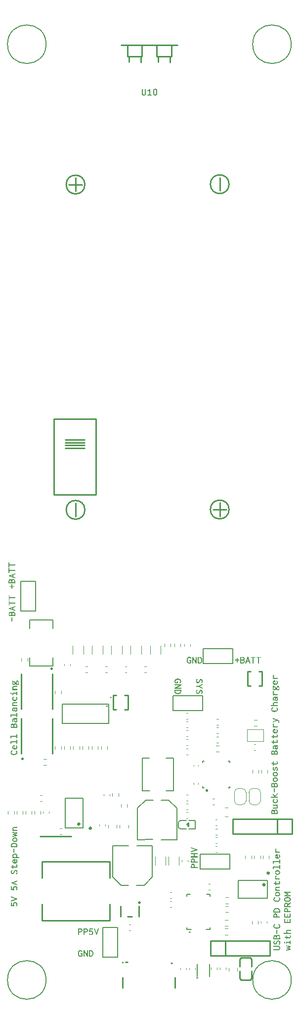
<source format=gto>
G04 #@! TF.GenerationSoftware,KiCad,Pcbnew,8.0.3*
G04 #@! TF.CreationDate,2025-04-07T19:30:46+02:00*
G04 #@! TF.ProjectId,TIDA-PowerPack,54494441-2d50-46f7-9765-725061636b2e,rev?*
G04 #@! TF.SameCoordinates,Original*
G04 #@! TF.FileFunction,Legend,Top*
G04 #@! TF.FilePolarity,Positive*
%FSLAX46Y46*%
G04 Gerber Fmt 4.6, Leading zero omitted, Abs format (unit mm)*
G04 Created by KiCad (PCBNEW 8.0.3) date 2025-04-07 19:30:46*
%MOMM*%
%LPD*%
G01*
G04 APERTURE LIST*
%ADD10C,0.200000*%
%ADD11C,0.150000*%
%ADD12C,0.120000*%
%ADD13C,0.250000*%
%ADD14C,0.127991*%
%ADD15C,0.300000*%
%ADD16C,0.400000*%
G04 APERTURE END LIST*
D10*
G36*
X118514353Y-135429637D02*
G01*
X118357989Y-135429637D01*
X118357989Y-134741849D01*
X118514353Y-134741849D01*
X118514353Y-135429637D01*
G37*
G36*
X118754867Y-133774337D02*
G01*
X118807226Y-133789529D01*
X118856541Y-133814847D01*
X118866039Y-133821127D01*
X118909513Y-133857706D01*
X118945904Y-133902629D01*
X118972599Y-133950194D01*
X118980222Y-133967550D01*
X118996846Y-134020442D01*
X119007055Y-134076841D01*
X119012462Y-134133435D01*
X119014477Y-134187327D01*
X119014612Y-134206395D01*
X119014612Y-134543035D01*
X117895344Y-134543035D01*
X117895344Y-134215261D01*
X118051709Y-134215261D01*
X118051709Y-134364103D01*
X118340794Y-134364103D01*
X118340794Y-134216873D01*
X118340604Y-134210963D01*
X118497159Y-134210963D01*
X118497159Y-134364103D01*
X118858247Y-134364103D01*
X118858247Y-134180334D01*
X118855565Y-134122252D01*
X118845655Y-134068624D01*
X118839172Y-134050300D01*
X118809183Y-134002912D01*
X118776572Y-133975341D01*
X118726569Y-133953400D01*
X118684151Y-133948206D01*
X118628716Y-133957217D01*
X118588774Y-133976685D01*
X118547436Y-134013768D01*
X118520533Y-134057822D01*
X118504554Y-134112259D01*
X118498277Y-134168739D01*
X118497159Y-134210963D01*
X118340604Y-134210963D01*
X118339010Y-134161256D01*
X118331356Y-134104408D01*
X118322525Y-134075286D01*
X118293391Y-134027744D01*
X118269866Y-134006775D01*
X118220561Y-133984957D01*
X118197057Y-133982595D01*
X118144288Y-133994024D01*
X118121562Y-134006775D01*
X118084012Y-134046026D01*
X118068635Y-134078241D01*
X118055940Y-134133855D01*
X118051973Y-134192492D01*
X118051709Y-134215261D01*
X117895344Y-134215261D01*
X117895344Y-134199947D01*
X117896887Y-134140721D01*
X117902428Y-134080842D01*
X117913479Y-134023433D01*
X117927584Y-133981252D01*
X117952914Y-133932598D01*
X117988473Y-133887321D01*
X118032096Y-133850680D01*
X118081370Y-133823912D01*
X118133882Y-133808255D01*
X118184430Y-133803663D01*
X118241643Y-133810137D01*
X118295841Y-133829558D01*
X118319838Y-133842889D01*
X118363715Y-133875960D01*
X118400640Y-133916738D01*
X118421394Y-133948206D01*
X118450082Y-133900014D01*
X118485434Y-133858538D01*
X118527450Y-133823780D01*
X118536653Y-133817634D01*
X118584645Y-133792131D01*
X118640468Y-133774988D01*
X118693970Y-133769321D01*
X118699465Y-133769274D01*
X118754867Y-133774337D01*
G37*
G36*
X119013000Y-132975631D02*
G01*
X118703495Y-133098949D01*
X118703495Y-133419200D01*
X119013000Y-133526130D01*
X119013000Y-133698883D01*
X117869552Y-133289972D01*
X117869552Y-133265792D01*
X118230641Y-133265792D01*
X118565937Y-133378632D01*
X118565937Y-133144085D01*
X118230641Y-133265792D01*
X117869552Y-133265792D01*
X117869552Y-133243224D01*
X119013000Y-132796699D01*
X119013000Y-132975631D01*
G37*
G36*
X118051709Y-132735443D02*
G01*
X117895344Y-132735443D01*
X117895344Y-131927292D01*
X118051709Y-131927292D01*
X118051709Y-132247006D01*
X119014612Y-132247006D01*
X119014612Y-132425938D01*
X118051709Y-132425938D01*
X118051709Y-132735443D01*
G37*
G36*
X118051709Y-131814452D02*
G01*
X117895344Y-131814452D01*
X117895344Y-131006301D01*
X118051709Y-131006301D01*
X118051709Y-131326015D01*
X119014612Y-131326015D01*
X119014612Y-131504947D01*
X118051709Y-131504947D01*
X118051709Y-131814452D01*
G37*
G36*
X163983014Y-191654026D02*
G01*
X163257344Y-191654026D01*
X163257344Y-191467571D01*
X163271046Y-191461392D01*
X163287435Y-191458436D01*
X163325048Y-191475094D01*
X163334183Y-191475094D01*
X163976835Y-191475094D01*
X164033376Y-191472811D01*
X164088687Y-191464046D01*
X164124333Y-191451720D01*
X164169781Y-191421648D01*
X164206286Y-191378250D01*
X164208157Y-191375150D01*
X164230121Y-191322692D01*
X164237413Y-191269000D01*
X164237442Y-191265265D01*
X164230322Y-191208509D01*
X164208963Y-191155917D01*
X164173835Y-191111251D01*
X164129312Y-191080479D01*
X164125945Y-191078810D01*
X164073753Y-191061588D01*
X164018646Y-191053874D01*
X163972267Y-191052212D01*
X163257344Y-191052212D01*
X163257344Y-190880265D01*
X163976835Y-190880265D01*
X164032628Y-190881918D01*
X164091298Y-190888024D01*
X164149880Y-190900513D01*
X164204987Y-190921588D01*
X164215680Y-190927281D01*
X164261480Y-190958642D01*
X164300650Y-190996506D01*
X164333189Y-191040873D01*
X164348401Y-191068332D01*
X164370350Y-191120860D01*
X164385115Y-191175980D01*
X164392698Y-191233693D01*
X164393806Y-191266877D01*
X164390172Y-191326940D01*
X164379270Y-191384112D01*
X164361099Y-191438394D01*
X164347864Y-191467302D01*
X164318725Y-191515155D01*
X164283296Y-191556249D01*
X164241576Y-191590585D01*
X164215680Y-191606741D01*
X164162951Y-191629598D01*
X164107732Y-191643636D01*
X164052968Y-191651071D01*
X163992188Y-191653980D01*
X163983014Y-191654026D01*
G37*
G36*
X163407798Y-190025366D02*
G01*
X163421769Y-190013545D01*
X163561475Y-190112683D01*
X163555296Y-190128534D01*
X163520369Y-190155401D01*
X163514190Y-190157013D01*
X163470229Y-190194274D01*
X163438829Y-190239158D01*
X163419989Y-190291665D01*
X163413709Y-190351796D01*
X163419376Y-190405912D01*
X163440313Y-190457109D01*
X163454009Y-190475115D01*
X163497868Y-190508564D01*
X163548848Y-190519713D01*
X163603054Y-190508062D01*
X163650784Y-190473109D01*
X163685019Y-190427179D01*
X163688555Y-190421113D01*
X163711660Y-190371745D01*
X163734339Y-190318768D01*
X163756796Y-190265017D01*
X163781298Y-190209363D01*
X163805672Y-190160882D01*
X163833370Y-190114260D01*
X163867756Y-190069159D01*
X163913261Y-190028607D01*
X163963536Y-189999641D01*
X164018579Y-189982262D01*
X164078391Y-189976468D01*
X164132190Y-189981368D01*
X164185281Y-189996068D01*
X164192306Y-189998768D01*
X164243649Y-190024455D01*
X164289226Y-190057058D01*
X164298698Y-190065129D01*
X164336063Y-190106430D01*
X164364809Y-190154708D01*
X164379030Y-190187372D01*
X164396314Y-190243821D01*
X164405802Y-190299821D01*
X164409270Y-190354035D01*
X164409389Y-190366573D01*
X164407059Y-190422149D01*
X164397594Y-190487547D01*
X164380848Y-190548418D01*
X164356822Y-190604763D01*
X164325514Y-190656582D01*
X164286926Y-190703876D01*
X164260279Y-190730080D01*
X164248457Y-190740558D01*
X164084033Y-190646256D01*
X164094780Y-190626106D01*
X164132662Y-190604612D01*
X164137229Y-190604612D01*
X164176899Y-190567939D01*
X164210810Y-190521393D01*
X164219441Y-190506280D01*
X164241185Y-190453198D01*
X164251418Y-190399869D01*
X164253025Y-190366842D01*
X164247856Y-190308050D01*
X164230231Y-190253803D01*
X164200097Y-190210478D01*
X164158135Y-190176915D01*
X164107559Y-190158036D01*
X164078122Y-190155401D01*
X164021929Y-190166508D01*
X163974652Y-190199832D01*
X163948087Y-190234389D01*
X163922766Y-190286846D01*
X163901143Y-190338137D01*
X163880652Y-190388872D01*
X163858850Y-190441138D01*
X163834657Y-190492999D01*
X163808364Y-190541308D01*
X163785812Y-190575327D01*
X163750232Y-190617236D01*
X163704352Y-190655171D01*
X163653767Y-190681304D01*
X163598476Y-190695635D01*
X163556102Y-190698646D01*
X163496340Y-190692366D01*
X163441180Y-190673525D01*
X163390620Y-190642125D01*
X163350154Y-190604346D01*
X163344661Y-190598164D01*
X163310638Y-190551669D01*
X163284972Y-190500340D01*
X163267662Y-190444177D01*
X163258709Y-190383180D01*
X163257344Y-190346154D01*
X163261017Y-190286043D01*
X163272037Y-190229631D01*
X163290403Y-190176918D01*
X163316115Y-190127904D01*
X163349174Y-190082590D01*
X163389579Y-190040976D01*
X163407798Y-190025366D01*
G37*
G36*
X164116867Y-189043347D02*
G01*
X164169226Y-189058538D01*
X164218541Y-189083857D01*
X164228039Y-189090136D01*
X164271513Y-189126715D01*
X164307904Y-189171638D01*
X164334599Y-189219203D01*
X164342222Y-189236559D01*
X164358846Y-189289451D01*
X164369055Y-189345850D01*
X164374462Y-189402444D01*
X164376477Y-189456336D01*
X164376612Y-189475404D01*
X164376612Y-189812044D01*
X163257344Y-189812044D01*
X163257344Y-189484270D01*
X163413709Y-189484270D01*
X163413709Y-189633112D01*
X163702794Y-189633112D01*
X163702794Y-189485882D01*
X163702604Y-189479972D01*
X163859159Y-189479972D01*
X163859159Y-189633112D01*
X164220247Y-189633112D01*
X164220247Y-189449344D01*
X164217565Y-189391261D01*
X164207655Y-189337633D01*
X164201172Y-189319309D01*
X164171183Y-189271921D01*
X164138572Y-189244351D01*
X164088569Y-189222409D01*
X164046151Y-189217215D01*
X163990716Y-189226226D01*
X163950774Y-189245694D01*
X163909436Y-189282777D01*
X163882533Y-189326831D01*
X163866554Y-189381268D01*
X163860277Y-189437748D01*
X163859159Y-189479972D01*
X163702604Y-189479972D01*
X163701010Y-189430265D01*
X163693356Y-189373417D01*
X163684525Y-189344295D01*
X163655391Y-189296753D01*
X163631866Y-189275785D01*
X163582561Y-189253966D01*
X163559057Y-189251605D01*
X163506288Y-189263033D01*
X163483562Y-189275785D01*
X163446012Y-189315035D01*
X163430635Y-189347250D01*
X163417940Y-189402864D01*
X163413973Y-189461501D01*
X163413709Y-189484270D01*
X163257344Y-189484270D01*
X163257344Y-189468956D01*
X163258887Y-189409730D01*
X163264428Y-189349851D01*
X163275479Y-189292442D01*
X163289584Y-189250261D01*
X163314914Y-189201607D01*
X163350473Y-189156331D01*
X163394096Y-189119689D01*
X163443370Y-189092921D01*
X163495882Y-189077264D01*
X163546430Y-189072672D01*
X163603643Y-189079146D01*
X163657841Y-189098567D01*
X163681838Y-189111898D01*
X163725715Y-189144969D01*
X163762640Y-189185747D01*
X163783394Y-189217215D01*
X163812082Y-189169023D01*
X163847434Y-189127547D01*
X163889450Y-189092789D01*
X163898653Y-189086643D01*
X163946645Y-189061141D01*
X164002468Y-189043997D01*
X164055970Y-189038330D01*
X164061465Y-189038283D01*
X164116867Y-189043347D01*
G37*
G36*
X163876353Y-188856664D02*
G01*
X163719989Y-188856664D01*
X163719989Y-188168876D01*
X163876353Y-188168876D01*
X163876353Y-188856664D01*
G37*
G36*
X163831486Y-187987257D02*
G01*
X163773595Y-187985755D01*
X163718406Y-187981250D01*
X163657433Y-187972197D01*
X163600137Y-187959056D01*
X163553953Y-187944539D01*
X163497600Y-187921534D01*
X163448367Y-187895239D01*
X163401489Y-187861722D01*
X163371259Y-187832773D01*
X163335194Y-187789057D01*
X163302976Y-187740060D01*
X163278569Y-187690111D01*
X163260396Y-187634711D01*
X163250611Y-187578933D01*
X163248747Y-187541538D01*
X163252878Y-187484043D01*
X163265270Y-187428967D01*
X163285924Y-187376308D01*
X163314839Y-187326067D01*
X163350622Y-187280125D01*
X163392148Y-187240631D01*
X163439417Y-187207585D01*
X163492428Y-187180987D01*
X163514459Y-187172121D01*
X163588879Y-187322575D01*
X163581088Y-187333053D01*
X163544818Y-187351053D01*
X163531116Y-187351053D01*
X163523593Y-187354009D01*
X163477288Y-187386127D01*
X163441136Y-187427572D01*
X163437083Y-187433803D01*
X163414134Y-187482690D01*
X163405142Y-187538220D01*
X163405111Y-187541807D01*
X163413824Y-187600415D01*
X163439964Y-187654433D01*
X163477830Y-187698595D01*
X163515265Y-187729337D01*
X163567635Y-187760114D01*
X163619175Y-187780478D01*
X163676855Y-187795289D01*
X163740674Y-187804545D01*
X163798546Y-187808016D01*
X163822889Y-187808325D01*
X163883436Y-187806318D01*
X163939811Y-187800296D01*
X164001955Y-187787772D01*
X164058092Y-187769467D01*
X164108221Y-187745381D01*
X164138304Y-187726113D01*
X164183005Y-187688666D01*
X164220647Y-187642250D01*
X164243950Y-187591971D01*
X164252913Y-187537831D01*
X164253025Y-187530792D01*
X164244696Y-187474304D01*
X164221760Y-187422689D01*
X164219710Y-187419295D01*
X164185439Y-187375459D01*
X164141398Y-187338925D01*
X164127020Y-187329829D01*
X164107138Y-187316395D01*
X164192306Y-187185554D01*
X164212187Y-187197644D01*
X164260661Y-187231839D01*
X164303014Y-187271856D01*
X164339246Y-187317697D01*
X164356730Y-187345680D01*
X164382185Y-187398536D01*
X164399310Y-187453432D01*
X164408103Y-187510369D01*
X164409389Y-187542882D01*
X164405082Y-187600939D01*
X164393566Y-187653494D01*
X164378761Y-187696022D01*
X164353704Y-187746603D01*
X164320647Y-187795280D01*
X164283653Y-187837878D01*
X164243217Y-187873489D01*
X164194451Y-187905063D01*
X164144109Y-187929738D01*
X164102034Y-187946151D01*
X164048958Y-187962168D01*
X163992463Y-187974251D01*
X163932548Y-187982400D01*
X163878470Y-187986253D01*
X163831486Y-187987257D01*
G37*
G36*
X163632121Y-185358570D02*
G01*
X163688887Y-185373063D01*
X163742288Y-185397843D01*
X163789911Y-185432248D01*
X163829344Y-185475986D01*
X163858084Y-185523848D01*
X163877636Y-185577555D01*
X163889041Y-185635897D01*
X163894255Y-185695713D01*
X163895160Y-185736901D01*
X163895160Y-185931953D01*
X164368014Y-185931953D01*
X164368014Y-186110886D01*
X163257344Y-186110886D01*
X163257344Y-185748991D01*
X163413709Y-185748991D01*
X163413709Y-185931953D01*
X163738796Y-185931953D01*
X163738796Y-185734752D01*
X163735603Y-185677917D01*
X163722909Y-185625133D01*
X163719452Y-185617344D01*
X163689059Y-185572998D01*
X163642050Y-185543188D01*
X163586974Y-185533334D01*
X163580819Y-185533251D01*
X163527769Y-185541871D01*
X163494309Y-185557700D01*
X163453970Y-185593268D01*
X163434665Y-185625136D01*
X163418948Y-185677459D01*
X163413893Y-185734116D01*
X163413709Y-185748991D01*
X163257344Y-185748991D01*
X163257344Y-185748454D01*
X163259196Y-185688720D01*
X163264749Y-185635055D01*
X163275630Y-185581154D01*
X163293652Y-185529989D01*
X163296032Y-185524923D01*
X163324709Y-185476752D01*
X163360365Y-185436347D01*
X163407648Y-185400871D01*
X163412365Y-185398112D01*
X163461056Y-185375018D01*
X163517707Y-185359494D01*
X163572017Y-185354362D01*
X163577595Y-185354319D01*
X163632121Y-185358570D01*
G37*
G36*
X163877955Y-184434968D02*
G01*
X163932161Y-184439887D01*
X163994298Y-184450120D01*
X164053262Y-184465075D01*
X164109053Y-184484753D01*
X164144483Y-184500495D01*
X164193888Y-184527679D01*
X164237929Y-184559056D01*
X164282529Y-184600963D01*
X164319826Y-184648579D01*
X164345983Y-184693935D01*
X164366201Y-184743991D01*
X164380642Y-184802544D01*
X164388539Y-184860747D01*
X164391788Y-184915814D01*
X164392194Y-184945139D01*
X164392194Y-185207090D01*
X163257344Y-185207090D01*
X163257344Y-184926601D01*
X163413709Y-184926601D01*
X163413709Y-185035143D01*
X164235830Y-185035143D01*
X164235830Y-184947288D01*
X164233076Y-184888753D01*
X164223395Y-184831651D01*
X164204462Y-184779072D01*
X164191769Y-184757072D01*
X164150647Y-184707859D01*
X164107273Y-184674626D01*
X164055621Y-184648463D01*
X163995692Y-184629372D01*
X163941789Y-184619190D01*
X163882587Y-184613533D01*
X163834710Y-184612260D01*
X163770658Y-184614225D01*
X163711761Y-184620119D01*
X163658019Y-184629942D01*
X163598091Y-184647747D01*
X163546218Y-184671691D01*
X163494602Y-184708527D01*
X163466636Y-184737997D01*
X163436770Y-184784921D01*
X163423649Y-184822358D01*
X163415611Y-184876499D01*
X163413709Y-184926601D01*
X163257344Y-184926601D01*
X163257344Y-184922571D01*
X163259498Y-184859350D01*
X163265958Y-184801872D01*
X163278939Y-184742073D01*
X163297783Y-184690090D01*
X163318600Y-184651755D01*
X163351856Y-184606249D01*
X163391204Y-184566118D01*
X163436647Y-184531360D01*
X163488184Y-184501977D01*
X163520369Y-184487599D01*
X163571314Y-184469155D01*
X163624810Y-184454528D01*
X163680855Y-184443716D01*
X163739451Y-184436720D01*
X163800597Y-184433540D01*
X163821545Y-184433328D01*
X163877955Y-184434968D01*
G37*
G36*
X163831486Y-183382302D02*
G01*
X163773595Y-183380801D01*
X163718406Y-183376295D01*
X163657433Y-183367243D01*
X163600137Y-183354102D01*
X163553953Y-183339584D01*
X163497600Y-183316580D01*
X163448367Y-183290284D01*
X163401489Y-183256767D01*
X163371259Y-183227819D01*
X163335194Y-183184103D01*
X163302976Y-183135106D01*
X163278569Y-183085157D01*
X163260396Y-183029757D01*
X163250611Y-182973979D01*
X163248747Y-182936584D01*
X163252878Y-182879089D01*
X163265270Y-182824012D01*
X163285924Y-182771353D01*
X163314839Y-182721113D01*
X163350622Y-182675170D01*
X163392148Y-182635676D01*
X163439417Y-182602630D01*
X163492428Y-182576032D01*
X163514459Y-182567166D01*
X163588879Y-182717620D01*
X163581088Y-182728098D01*
X163544818Y-182746099D01*
X163531116Y-182746099D01*
X163523593Y-182749054D01*
X163477288Y-182781172D01*
X163441136Y-182822617D01*
X163437083Y-182828848D01*
X163414134Y-182877736D01*
X163405142Y-182933266D01*
X163405111Y-182936852D01*
X163413824Y-182995461D01*
X163439964Y-183049478D01*
X163477830Y-183093641D01*
X163515265Y-183124382D01*
X163567635Y-183155160D01*
X163619175Y-183175524D01*
X163676855Y-183190334D01*
X163740674Y-183199590D01*
X163798546Y-183203062D01*
X163822889Y-183203370D01*
X163883436Y-183201363D01*
X163939811Y-183195342D01*
X164001955Y-183182817D01*
X164058092Y-183164512D01*
X164108221Y-183140426D01*
X164138304Y-183121158D01*
X164183005Y-183083712D01*
X164220647Y-183037295D01*
X164243950Y-182987017D01*
X164252913Y-182932876D01*
X164253025Y-182925837D01*
X164244696Y-182869350D01*
X164221760Y-182817735D01*
X164219710Y-182814340D01*
X164185439Y-182770504D01*
X164141398Y-182733971D01*
X164127020Y-182724874D01*
X164107138Y-182711441D01*
X164192306Y-182580600D01*
X164212187Y-182592690D01*
X164260661Y-182626884D01*
X164303014Y-182666902D01*
X164339246Y-182712742D01*
X164356730Y-182740725D01*
X164382185Y-182793581D01*
X164399310Y-182848478D01*
X164408103Y-182905414D01*
X164409389Y-182937927D01*
X164405082Y-182995984D01*
X164393566Y-183048540D01*
X164378761Y-183091067D01*
X164353704Y-183141649D01*
X164320647Y-183190325D01*
X164283653Y-183232923D01*
X164243217Y-183268535D01*
X164194451Y-183300108D01*
X164144109Y-183324783D01*
X164102034Y-183341196D01*
X164048958Y-183357213D01*
X163992463Y-183369296D01*
X163932548Y-183377445D01*
X163878470Y-183381299D01*
X163831486Y-183382302D01*
G37*
G36*
X164021697Y-181666171D02*
G01*
X164076791Y-181674573D01*
X164137968Y-181692050D01*
X164193761Y-181717594D01*
X164244171Y-181751203D01*
X164274787Y-181778091D01*
X164314687Y-181822802D01*
X164346332Y-181870894D01*
X164369722Y-181922368D01*
X164384856Y-181977224D01*
X164391736Y-182035460D01*
X164392194Y-182055624D01*
X164387934Y-182116701D01*
X164375155Y-182174396D01*
X164353856Y-182228710D01*
X164324037Y-182279642D01*
X164285698Y-182327193D01*
X164271025Y-182342292D01*
X164223295Y-182382740D01*
X164171182Y-182414819D01*
X164114686Y-182438530D01*
X164053808Y-182453873D01*
X163999728Y-182460265D01*
X163965819Y-182461311D01*
X163909145Y-182458386D01*
X163855488Y-182449610D01*
X163795081Y-182431355D01*
X163739020Y-182404675D01*
X163687304Y-182369570D01*
X163655240Y-182341486D01*
X163612966Y-182294684D01*
X163579438Y-182244350D01*
X163554657Y-182190483D01*
X163538622Y-182133084D01*
X163531333Y-182072152D01*
X163531126Y-182063147D01*
X163687212Y-182063147D01*
X163694191Y-182116534D01*
X163717989Y-182169805D01*
X163754280Y-182213274D01*
X163758677Y-182217362D01*
X163803191Y-182248791D01*
X163856332Y-182269934D01*
X163910813Y-182280093D01*
X163956147Y-182282379D01*
X164016732Y-182278215D01*
X164070868Y-182265722D01*
X164124064Y-182241712D01*
X164159797Y-182215750D01*
X164196551Y-182176252D01*
X164223282Y-182127629D01*
X164235162Y-182074022D01*
X164235830Y-182056967D01*
X164227639Y-182000432D01*
X164203067Y-181949040D01*
X164166514Y-181906782D01*
X164117524Y-181872779D01*
X164063742Y-181852944D01*
X164008229Y-181843877D01*
X163969849Y-181842302D01*
X163911993Y-181845491D01*
X163853869Y-181856943D01*
X163798675Y-181879781D01*
X163758677Y-181908932D01*
X163720990Y-181952622D01*
X163695656Y-182005408D01*
X163687212Y-182063147D01*
X163531126Y-182063147D01*
X163530847Y-182051057D01*
X163534928Y-181993245D01*
X163547169Y-181938494D01*
X163567571Y-181886802D01*
X163596133Y-181838172D01*
X163632857Y-181792601D01*
X163646912Y-181778091D01*
X163693301Y-181739104D01*
X163745622Y-181708183D01*
X163803874Y-181685328D01*
X163856949Y-181672445D01*
X163914143Y-181665163D01*
X163962864Y-181663370D01*
X164021697Y-181666171D01*
G37*
G36*
X164375000Y-181309804D02*
G01*
X164375000Y-181488736D01*
X163549654Y-181488736D01*
X163549654Y-181309804D01*
X163649598Y-181309804D01*
X163609789Y-181268254D01*
X163578217Y-181224607D01*
X163551792Y-181171036D01*
X163536578Y-181114610D01*
X163532459Y-181063974D01*
X163538013Y-181007428D01*
X163554675Y-180954660D01*
X163571953Y-180921580D01*
X163606070Y-180877867D01*
X163649178Y-180843448D01*
X163682913Y-180825666D01*
X163737004Y-180807616D01*
X163791933Y-180798421D01*
X163848823Y-180794459D01*
X163880115Y-180793963D01*
X164375000Y-180793963D01*
X164375000Y-180972896D01*
X163886831Y-180972896D01*
X163828908Y-180975935D01*
X163772774Y-180987903D01*
X163729930Y-181011315D01*
X163697856Y-181054549D01*
X163688824Y-181102393D01*
X163698940Y-181157355D01*
X163720795Y-181200457D01*
X163753572Y-181243913D01*
X163787962Y-181275952D01*
X163836133Y-181300250D01*
X163893023Y-181309507D01*
X163906713Y-181309804D01*
X164375000Y-181309804D01*
G37*
G36*
X163549654Y-180366514D02*
G01*
X163334183Y-180366514D01*
X163305167Y-180180327D01*
X163320481Y-180172805D01*
X163340362Y-180168237D01*
X163359975Y-180170655D01*
X163375289Y-180176566D01*
X163382812Y-180180327D01*
X163439639Y-180188527D01*
X163493551Y-180194110D01*
X163549654Y-180198597D01*
X163549654Y-179931542D01*
X163706018Y-179931542D01*
X163706018Y-180204776D01*
X163768033Y-180209487D01*
X163829481Y-180213041D01*
X163890364Y-180215438D01*
X163950682Y-180216677D01*
X163984895Y-180216866D01*
X164039552Y-180216866D01*
X164067107Y-180216866D01*
X164115736Y-180216866D01*
X164131856Y-180216866D01*
X164186686Y-180197655D01*
X164223544Y-180158523D01*
X164235830Y-180100533D01*
X164227227Y-180045542D01*
X164204474Y-179991473D01*
X164176033Y-179945422D01*
X164163021Y-179927512D01*
X164146095Y-179902794D01*
X164291713Y-179845837D01*
X164301922Y-179859539D01*
X164332600Y-179909262D01*
X164356932Y-179960100D01*
X164374916Y-180012053D01*
X164386552Y-180065120D01*
X164391842Y-180119301D01*
X164392194Y-180137609D01*
X164387836Y-180195100D01*
X164372182Y-180252776D01*
X164345143Y-180301887D01*
X164306719Y-180342435D01*
X164301116Y-180346901D01*
X164252525Y-180373783D01*
X164223471Y-180383709D01*
X164169987Y-180394842D01*
X164154424Y-180395799D01*
X164099713Y-180395799D01*
X164078928Y-180395799D01*
X164024912Y-180395457D01*
X163969321Y-180394434D01*
X163912155Y-180392729D01*
X163853416Y-180390341D01*
X163793102Y-180387271D01*
X163731214Y-180383520D01*
X163706018Y-180381828D01*
X163706018Y-180567745D01*
X163549654Y-180567745D01*
X163549654Y-180366514D01*
G37*
G36*
X164375000Y-179595170D02*
G01*
X163549654Y-179595170D01*
X163549654Y-179411671D01*
X163649061Y-179411671D01*
X163609435Y-179371185D01*
X163578007Y-179326298D01*
X163554778Y-179277009D01*
X163539747Y-179223318D01*
X163532915Y-179165226D01*
X163532459Y-179144884D01*
X163537036Y-179085476D01*
X163550767Y-179030670D01*
X163573650Y-178980467D01*
X163605688Y-178934866D01*
X163628105Y-178910875D01*
X163639926Y-178899054D01*
X163807306Y-178980191D01*
X163785812Y-179004103D01*
X163769961Y-179017805D01*
X163753304Y-179029089D01*
X163742020Y-179035806D01*
X163705655Y-179079039D01*
X163690122Y-179130511D01*
X163688824Y-179153213D01*
X163694557Y-179207385D01*
X163715152Y-179263503D01*
X163750726Y-179313441D01*
X163794139Y-179352069D01*
X163808649Y-179362236D01*
X163859733Y-179390714D01*
X163912233Y-179408644D01*
X163966150Y-179416027D01*
X163977103Y-179416238D01*
X164375000Y-179416238D01*
X164375000Y-179595170D01*
G37*
G36*
X164021697Y-177982207D02*
G01*
X164076791Y-177990610D01*
X164137968Y-178008087D01*
X164193761Y-178033630D01*
X164244171Y-178067240D01*
X164274787Y-178094127D01*
X164314687Y-178138838D01*
X164346332Y-178186931D01*
X164369722Y-178238405D01*
X164384856Y-178293260D01*
X164391736Y-178351497D01*
X164392194Y-178371660D01*
X164387934Y-178432737D01*
X164375155Y-178490432D01*
X164353856Y-178544746D01*
X164324037Y-178595678D01*
X164285698Y-178643229D01*
X164271025Y-178658328D01*
X164223295Y-178698776D01*
X164171182Y-178730856D01*
X164114686Y-178754567D01*
X164053808Y-178769909D01*
X163999728Y-178776302D01*
X163965819Y-178777348D01*
X163909145Y-178774422D01*
X163855488Y-178765646D01*
X163795081Y-178747391D01*
X163739020Y-178720711D01*
X163687304Y-178685606D01*
X163655240Y-178657522D01*
X163612966Y-178610721D01*
X163579438Y-178560386D01*
X163554657Y-178506520D01*
X163538622Y-178449120D01*
X163531333Y-178388189D01*
X163531126Y-178379183D01*
X163687212Y-178379183D01*
X163694191Y-178432570D01*
X163717989Y-178485841D01*
X163754280Y-178529311D01*
X163758677Y-178533398D01*
X163803191Y-178564827D01*
X163856332Y-178585971D01*
X163910813Y-178596130D01*
X163956147Y-178598415D01*
X164016732Y-178594251D01*
X164070868Y-178581758D01*
X164124064Y-178557748D01*
X164159797Y-178531786D01*
X164196551Y-178492288D01*
X164223282Y-178443666D01*
X164235162Y-178390058D01*
X164235830Y-178373004D01*
X164227639Y-178316468D01*
X164203067Y-178265076D01*
X164166514Y-178222819D01*
X164117524Y-178188816D01*
X164063742Y-178168980D01*
X164008229Y-178159913D01*
X163969849Y-178158339D01*
X163911993Y-178161527D01*
X163853869Y-178172979D01*
X163798675Y-178195818D01*
X163758677Y-178224968D01*
X163720990Y-178268658D01*
X163695656Y-178321444D01*
X163687212Y-178379183D01*
X163531126Y-178379183D01*
X163530847Y-178367093D01*
X163534928Y-178309281D01*
X163547169Y-178254530D01*
X163567571Y-178202839D01*
X163596133Y-178154208D01*
X163632857Y-178108637D01*
X163646912Y-178094127D01*
X163693301Y-178055140D01*
X163745622Y-178024219D01*
X163803874Y-178001365D01*
X163856949Y-177988481D01*
X163914143Y-177981199D01*
X163962864Y-177979406D01*
X164021697Y-177982207D01*
G37*
G36*
X163344930Y-177777100D02*
G01*
X163188565Y-177777100D01*
X163188565Y-177367920D01*
X164237442Y-177367920D01*
X164237442Y-177134180D01*
X164393806Y-177134180D01*
X164393806Y-177787578D01*
X164237442Y-177787578D01*
X164237442Y-177546852D01*
X163344930Y-177546852D01*
X163344930Y-177777100D01*
G37*
G36*
X163344930Y-176856109D02*
G01*
X163188565Y-176856109D01*
X163188565Y-176446929D01*
X164237442Y-176446929D01*
X164237442Y-176213189D01*
X164393806Y-176213189D01*
X164393806Y-176866587D01*
X164237442Y-176866587D01*
X164237442Y-176625861D01*
X163344930Y-176625861D01*
X163344930Y-176856109D01*
G37*
G36*
X163974974Y-175243639D02*
G01*
X163977372Y-175243838D01*
X163996716Y-175245181D01*
X163996716Y-175823621D01*
X164050387Y-175814852D01*
X164102689Y-175797745D01*
X164150008Y-175769468D01*
X164181828Y-175736304D01*
X164210305Y-175688201D01*
X164228236Y-175636583D01*
X164235619Y-175581448D01*
X164235830Y-175570000D01*
X164230507Y-175513092D01*
X164214538Y-175461659D01*
X164183848Y-175410341D01*
X164150662Y-175375216D01*
X164132393Y-175360170D01*
X164234218Y-175255659D01*
X164251681Y-175269361D01*
X164292161Y-175306426D01*
X164331680Y-175356549D01*
X164361320Y-175412831D01*
X164378472Y-175464436D01*
X164388764Y-175520319D01*
X164392194Y-175580478D01*
X164389459Y-175635595D01*
X164378956Y-175697632D01*
X164360575Y-175755192D01*
X164334317Y-175808274D01*
X164300182Y-175856880D01*
X164280160Y-175879504D01*
X164235062Y-175919496D01*
X164183994Y-175951213D01*
X164126957Y-175974656D01*
X164074866Y-175987872D01*
X164018629Y-175995342D01*
X163970655Y-175997180D01*
X163907200Y-175994347D01*
X163848480Y-175985846D01*
X163794496Y-175971678D01*
X163735967Y-175947196D01*
X163684257Y-175914553D01*
X163646374Y-175881116D01*
X163607661Y-175835687D01*
X163576957Y-175786650D01*
X163554263Y-175734005D01*
X163539579Y-175677752D01*
X163532904Y-175617890D01*
X163532655Y-175606270D01*
X163688824Y-175606270D01*
X163695430Y-175660256D01*
X163715251Y-175711759D01*
X163728855Y-175734692D01*
X163765944Y-175774476D01*
X163817163Y-175803152D01*
X163859159Y-175816099D01*
X163859159Y-175416053D01*
X163854860Y-175416053D01*
X163801566Y-175425054D01*
X163752404Y-175454881D01*
X163736915Y-175470593D01*
X163705778Y-175519166D01*
X163691125Y-175571953D01*
X163688824Y-175606270D01*
X163532655Y-175606270D01*
X163532459Y-175597135D01*
X163536842Y-175537373D01*
X163549990Y-175480601D01*
X163571903Y-175426817D01*
X163602581Y-175376022D01*
X163642697Y-175331054D01*
X163686090Y-175299035D01*
X163737223Y-175273855D01*
X163796095Y-175255515D01*
X163823695Y-175249748D01*
X163879532Y-175242121D01*
X163920683Y-175240614D01*
X163974974Y-175243639D01*
G37*
G36*
X164375000Y-174990216D02*
G01*
X163549654Y-174990216D01*
X163549654Y-174806716D01*
X163649061Y-174806716D01*
X163609435Y-174766230D01*
X163578007Y-174721343D01*
X163554778Y-174672054D01*
X163539747Y-174618364D01*
X163532915Y-174560272D01*
X163532459Y-174539930D01*
X163537036Y-174480521D01*
X163550767Y-174425716D01*
X163573650Y-174375513D01*
X163605688Y-174329912D01*
X163628105Y-174305921D01*
X163639926Y-174294099D01*
X163807306Y-174375237D01*
X163785812Y-174399148D01*
X163769961Y-174412850D01*
X163753304Y-174424134D01*
X163742020Y-174430851D01*
X163705655Y-174474084D01*
X163690122Y-174525557D01*
X163688824Y-174548258D01*
X163694557Y-174602431D01*
X163715152Y-174658548D01*
X163750726Y-174708487D01*
X163794139Y-174747114D01*
X163808649Y-174757281D01*
X163859733Y-174785759D01*
X163912233Y-174803689D01*
X163966150Y-174811073D01*
X163977103Y-174811284D01*
X164375000Y-174811284D01*
X164375000Y-174990216D01*
G37*
G36*
X165473418Y-191217442D02*
G01*
X165975288Y-191068063D01*
X165903014Y-191057548D01*
X165835605Y-191048067D01*
X165773059Y-191039621D01*
X165715378Y-191032209D01*
X165646037Y-191023934D01*
X165585343Y-191017499D01*
X165521637Y-191012040D01*
X165463026Y-191009282D01*
X165455149Y-191009225D01*
X165438760Y-191009225D01*
X165421834Y-191009225D01*
X165397654Y-191009225D01*
X165397654Y-190840771D01*
X165423446Y-190843726D01*
X165500800Y-190854640D01*
X165577304Y-190865922D01*
X165652958Y-190877573D01*
X165727762Y-190889592D01*
X165801716Y-190901980D01*
X165874819Y-190914736D01*
X165947073Y-190927860D01*
X166018477Y-190941353D01*
X166089030Y-190955214D01*
X166158733Y-190969443D01*
X166204730Y-190979134D01*
X166223000Y-190983433D01*
X166223000Y-191140603D01*
X165753101Y-191273325D01*
X166223000Y-191399867D01*
X166223000Y-191552470D01*
X165397654Y-191726835D01*
X165397654Y-191550858D01*
X165414043Y-191547903D01*
X165462940Y-191550858D01*
X165482553Y-191550858D01*
X165975288Y-191451182D01*
X165473418Y-191330551D01*
X165473418Y-191217442D01*
G37*
G36*
X165554018Y-190636315D02*
G01*
X165397654Y-190636315D01*
X165397654Y-190261793D01*
X166066635Y-190261793D01*
X166066635Y-190079637D01*
X166223000Y-190079637D01*
X166223000Y-190647062D01*
X166066635Y-190647062D01*
X166066635Y-190440725D01*
X165554018Y-190440725D01*
X165554018Y-190636315D01*
G37*
G36*
X165245051Y-190425949D02*
G01*
X165196372Y-190454142D01*
X165165794Y-190457920D01*
X165112565Y-190445431D01*
X165086269Y-190425949D01*
X165058332Y-190379981D01*
X165053760Y-190346960D01*
X165066774Y-190293752D01*
X165087075Y-190267166D01*
X165133315Y-190238998D01*
X165165794Y-190234389D01*
X165220066Y-190248505D01*
X165244245Y-190267166D01*
X165272644Y-190313700D01*
X165277291Y-190346960D01*
X165264697Y-190399728D01*
X165245051Y-190425949D01*
G37*
G36*
X165397654Y-189576423D02*
G01*
X165182183Y-189576423D01*
X165153167Y-189390237D01*
X165168481Y-189382714D01*
X165188362Y-189378147D01*
X165207975Y-189380565D01*
X165223289Y-189386475D01*
X165230812Y-189390237D01*
X165287639Y-189398436D01*
X165341551Y-189404020D01*
X165397654Y-189408506D01*
X165397654Y-189141451D01*
X165554018Y-189141451D01*
X165554018Y-189414685D01*
X165616033Y-189419396D01*
X165677481Y-189422950D01*
X165738364Y-189425347D01*
X165798682Y-189426587D01*
X165832895Y-189426775D01*
X165887552Y-189426775D01*
X165915107Y-189426775D01*
X165963736Y-189426775D01*
X165979856Y-189426775D01*
X166034686Y-189407565D01*
X166071544Y-189368432D01*
X166083830Y-189310443D01*
X166075227Y-189255451D01*
X166052474Y-189201382D01*
X166024033Y-189155331D01*
X166011021Y-189137421D01*
X165994095Y-189112704D01*
X166139713Y-189055746D01*
X166149922Y-189069448D01*
X166180600Y-189119172D01*
X166204932Y-189170009D01*
X166222916Y-189221962D01*
X166234552Y-189275029D01*
X166239842Y-189329210D01*
X166240194Y-189347519D01*
X166235836Y-189405010D01*
X166220182Y-189462685D01*
X166193143Y-189511796D01*
X166154719Y-189552344D01*
X166149116Y-189556810D01*
X166100525Y-189583693D01*
X166071471Y-189593618D01*
X166017987Y-189604751D01*
X166002424Y-189605708D01*
X165947713Y-189605708D01*
X165926928Y-189605708D01*
X165872912Y-189605367D01*
X165817321Y-189604343D01*
X165760155Y-189602638D01*
X165701416Y-189600251D01*
X165641102Y-189597181D01*
X165579214Y-189593429D01*
X165554018Y-189591737D01*
X165554018Y-189777655D01*
X165397654Y-189777655D01*
X165397654Y-189576423D01*
G37*
G36*
X166240194Y-188677732D02*
G01*
X166240194Y-188856664D01*
X165036565Y-188856664D01*
X165036565Y-188668597D01*
X165052148Y-188662686D01*
X165064775Y-188662686D01*
X165101583Y-188677732D01*
X165103195Y-188677732D01*
X165515330Y-188677732D01*
X165475339Y-188636182D01*
X165443621Y-188592535D01*
X165417075Y-188538963D01*
X165401791Y-188482538D01*
X165397654Y-188431901D01*
X165403208Y-188375355D01*
X165419869Y-188322587D01*
X165437148Y-188289508D01*
X165471265Y-188245669D01*
X165514373Y-188211275D01*
X165548108Y-188193593D01*
X165602198Y-188175544D01*
X165657128Y-188166349D01*
X165714018Y-188162386D01*
X165745309Y-188161891D01*
X166240194Y-188161891D01*
X166240194Y-188340823D01*
X165752026Y-188340823D01*
X165694103Y-188343862D01*
X165637968Y-188355831D01*
X165595124Y-188379242D01*
X165563050Y-188422476D01*
X165554018Y-188470321D01*
X165564134Y-188525066D01*
X165585990Y-188568115D01*
X165618767Y-188611639D01*
X165653157Y-188643879D01*
X165701328Y-188668178D01*
X165758218Y-188677434D01*
X165771907Y-188677732D01*
X166240194Y-188677732D01*
G37*
G36*
X166224612Y-187031877D02*
G01*
X165105344Y-187031877D01*
X165105344Y-186301102D01*
X165261709Y-186301102D01*
X165261709Y-186859930D01*
X165567989Y-186859930D01*
X165567989Y-186404270D01*
X165724353Y-186404270D01*
X165724353Y-186859930D01*
X166068247Y-186859930D01*
X166068247Y-186309699D01*
X166224612Y-186309699D01*
X166224612Y-187031877D01*
G37*
G36*
X166224612Y-186110886D02*
G01*
X165105344Y-186110886D01*
X165105344Y-185380111D01*
X165261709Y-185380111D01*
X165261709Y-185938939D01*
X165567989Y-185938939D01*
X165567989Y-185483279D01*
X165724353Y-185483279D01*
X165724353Y-185938939D01*
X166068247Y-185938939D01*
X166068247Y-185388709D01*
X166224612Y-185388709D01*
X166224612Y-186110886D01*
G37*
G36*
X165480121Y-184437579D02*
G01*
X165536887Y-184452072D01*
X165590288Y-184476852D01*
X165637911Y-184511257D01*
X165677344Y-184554996D01*
X165706084Y-184602857D01*
X165725636Y-184656564D01*
X165737041Y-184714906D01*
X165742255Y-184774722D01*
X165743160Y-184815910D01*
X165743160Y-185010963D01*
X166216014Y-185010963D01*
X166216014Y-185189895D01*
X165105344Y-185189895D01*
X165105344Y-184828000D01*
X165261709Y-184828000D01*
X165261709Y-185010963D01*
X165586796Y-185010963D01*
X165586796Y-184813761D01*
X165583603Y-184756926D01*
X165570909Y-184704142D01*
X165567452Y-184696353D01*
X165537059Y-184652007D01*
X165490050Y-184622197D01*
X165434974Y-184612343D01*
X165428819Y-184612260D01*
X165375769Y-184620880D01*
X165342309Y-184636709D01*
X165301970Y-184672277D01*
X165282665Y-184704145D01*
X165266948Y-184756468D01*
X165261893Y-184813125D01*
X165261709Y-184828000D01*
X165105344Y-184828000D01*
X165105344Y-184827463D01*
X165107196Y-184767730D01*
X165112749Y-184714064D01*
X165123630Y-184660163D01*
X165141652Y-184608998D01*
X165144032Y-184603932D01*
X165172709Y-184555761D01*
X165208365Y-184515356D01*
X165255648Y-184479880D01*
X165260365Y-184477121D01*
X165309056Y-184454027D01*
X165365707Y-184438503D01*
X165420017Y-184433371D01*
X165425595Y-184433328D01*
X165480121Y-184437579D01*
G37*
G36*
X166216014Y-183691001D02*
G01*
X165743160Y-183931995D01*
X165743160Y-184107166D01*
X166216014Y-184107166D01*
X166216014Y-184286099D01*
X165105344Y-184286099D01*
X165105344Y-183933339D01*
X165105383Y-183931995D01*
X165261709Y-183931995D01*
X165261709Y-184107166D01*
X165586796Y-184107166D01*
X165586796Y-183918831D01*
X165583825Y-183861266D01*
X165570975Y-183807266D01*
X165568795Y-183802498D01*
X165536376Y-183757946D01*
X165512375Y-183740704D01*
X165461727Y-183721772D01*
X165428819Y-183718674D01*
X165370563Y-183727437D01*
X165319693Y-183757319D01*
X165285459Y-183802888D01*
X165282665Y-183808408D01*
X165266948Y-183862142D01*
X165261893Y-183917670D01*
X165261709Y-183931995D01*
X165105383Y-183931995D01*
X165107118Y-183872057D01*
X165112441Y-183817744D01*
X165122868Y-183764203D01*
X165142420Y-183710076D01*
X165170153Y-183662818D01*
X165208477Y-183619198D01*
X165254992Y-183584340D01*
X165307316Y-183558948D01*
X165363069Y-183544097D01*
X165416729Y-183539741D01*
X165473836Y-183544523D01*
X165527882Y-183558868D01*
X165578868Y-183582777D01*
X165605871Y-183600191D01*
X165649631Y-183637146D01*
X165685401Y-183680307D01*
X165713179Y-183729673D01*
X165725159Y-183759780D01*
X166216014Y-183494605D01*
X166216014Y-183691001D01*
G37*
G36*
X165735050Y-182558662D02*
G01*
X165796862Y-182563779D01*
X165854712Y-182572306D01*
X165908600Y-182584243D01*
X165968036Y-182603071D01*
X166021768Y-182626810D01*
X166072042Y-182657170D01*
X166115936Y-182692096D01*
X166153448Y-182731591D01*
X166184580Y-182775652D01*
X166211464Y-182828619D01*
X166229549Y-182883244D01*
X166238836Y-182939526D01*
X166240194Y-182971510D01*
X166235887Y-183027024D01*
X166222966Y-183081933D01*
X166209566Y-183118203D01*
X166184388Y-183166911D01*
X166151337Y-183214032D01*
X166114458Y-183255491D01*
X166069288Y-183293635D01*
X166020021Y-183323702D01*
X165969378Y-183347038D01*
X165934451Y-183360003D01*
X165881873Y-183375392D01*
X165825695Y-183387001D01*
X165765918Y-183394830D01*
X165711815Y-183398533D01*
X165664709Y-183399497D01*
X165608431Y-183398080D01*
X165554854Y-183393830D01*
X165495761Y-183385290D01*
X165440346Y-183372893D01*
X165395773Y-183359197D01*
X165341435Y-183337452D01*
X165293680Y-183312516D01*
X165247823Y-183280650D01*
X165217916Y-183253073D01*
X165182044Y-183211346D01*
X165150101Y-183164476D01*
X165126032Y-183116591D01*
X165108186Y-183063256D01*
X165098577Y-183009241D01*
X165096909Y-182976078D01*
X165253111Y-182976078D01*
X165260762Y-183030100D01*
X165263858Y-183040020D01*
X165289398Y-183088481D01*
X165302277Y-183105038D01*
X165342871Y-183143197D01*
X165372668Y-183163070D01*
X165421700Y-183185907D01*
X165475843Y-183202363D01*
X165484434Y-183204445D01*
X165539380Y-183214268D01*
X165594594Y-183219290D01*
X165643216Y-183220565D01*
X165697302Y-183219368D01*
X165759478Y-183214508D01*
X165815620Y-183205909D01*
X165875025Y-183190655D01*
X165925740Y-183170016D01*
X165967766Y-183143995D01*
X166011726Y-183104417D01*
X166046169Y-183056800D01*
X166064715Y-183005911D01*
X166068247Y-182970167D01*
X166059072Y-182914329D01*
X166035739Y-182866193D01*
X166000762Y-182825002D01*
X165956589Y-182792555D01*
X165936600Y-182781563D01*
X165884764Y-182761581D01*
X165832383Y-182748779D01*
X165773445Y-182740350D01*
X165717708Y-182736603D01*
X165677874Y-182735889D01*
X165615425Y-182737334D01*
X165558246Y-182741670D01*
X165498198Y-182750381D01*
X165445325Y-182763026D01*
X165405714Y-182776995D01*
X165355846Y-182801827D01*
X165313247Y-182834999D01*
X165289381Y-182864043D01*
X165264587Y-182912331D01*
X165253430Y-182965323D01*
X165253111Y-182976078D01*
X165096909Y-182976078D01*
X165096747Y-182972854D01*
X165101104Y-182915672D01*
X165114174Y-182860190D01*
X165135957Y-182806408D01*
X165151824Y-182777264D01*
X165186542Y-182727995D01*
X165223933Y-182689017D01*
X165267470Y-182654573D01*
X165310606Y-182628154D01*
X165364554Y-182603958D01*
X165424643Y-182584768D01*
X165479406Y-182572601D01*
X165538432Y-182563910D01*
X165601723Y-182558695D01*
X165669277Y-182556957D01*
X165735050Y-182558662D01*
G37*
G36*
X166223000Y-182461311D02*
G01*
X165105344Y-182461311D01*
X165105344Y-182319455D01*
X165623334Y-182065833D01*
X165105344Y-181807644D01*
X165105344Y-181670355D01*
X166223000Y-181670355D01*
X166223000Y-181842302D01*
X165448163Y-181842302D01*
X165828596Y-182037086D01*
X165828596Y-182110432D01*
X165458642Y-182289364D01*
X166223000Y-182289364D01*
X166223000Y-182461311D01*
G37*
G36*
X163724867Y-167625328D02*
G01*
X163777226Y-167640520D01*
X163826541Y-167665838D01*
X163836039Y-167672117D01*
X163879513Y-167708697D01*
X163915904Y-167753620D01*
X163942599Y-167801184D01*
X163950222Y-167818541D01*
X163966846Y-167871433D01*
X163977055Y-167927832D01*
X163982462Y-167984426D01*
X163984477Y-168038318D01*
X163984612Y-168057386D01*
X163984612Y-168394026D01*
X162865344Y-168394026D01*
X162865344Y-168066252D01*
X163021709Y-168066252D01*
X163021709Y-168215094D01*
X163310794Y-168215094D01*
X163310794Y-168067864D01*
X163310604Y-168061953D01*
X163467159Y-168061953D01*
X163467159Y-168215094D01*
X163828247Y-168215094D01*
X163828247Y-168031325D01*
X163825565Y-167973243D01*
X163815655Y-167919614D01*
X163809172Y-167901290D01*
X163779183Y-167853903D01*
X163746572Y-167826332D01*
X163696569Y-167804391D01*
X163654151Y-167799197D01*
X163598716Y-167808208D01*
X163558774Y-167827676D01*
X163517436Y-167864759D01*
X163490533Y-167908813D01*
X163474554Y-167963250D01*
X163468277Y-168019730D01*
X163467159Y-168061953D01*
X163310604Y-168061953D01*
X163309010Y-168012247D01*
X163301356Y-167955399D01*
X163292525Y-167926277D01*
X163263391Y-167878735D01*
X163239866Y-167857766D01*
X163190561Y-167835948D01*
X163167057Y-167833586D01*
X163114288Y-167845015D01*
X163091562Y-167857766D01*
X163054012Y-167897017D01*
X163038635Y-167929232D01*
X163025940Y-167984846D01*
X163021973Y-168043483D01*
X163021709Y-168066252D01*
X162865344Y-168066252D01*
X162865344Y-168050938D01*
X162866887Y-167991712D01*
X162872428Y-167931832D01*
X162883479Y-167874424D01*
X162897584Y-167832243D01*
X162922914Y-167783589D01*
X162958473Y-167738312D01*
X163002096Y-167701671D01*
X163051370Y-167674902D01*
X163103882Y-167659246D01*
X163154430Y-167654654D01*
X163211643Y-167661128D01*
X163265841Y-167680549D01*
X163289838Y-167693879D01*
X163333715Y-167726951D01*
X163370640Y-167767729D01*
X163391394Y-167799197D01*
X163420082Y-167751005D01*
X163455434Y-167709529D01*
X163497450Y-167674771D01*
X163506653Y-167668625D01*
X163554645Y-167643122D01*
X163610468Y-167625979D01*
X163663970Y-167620312D01*
X163669465Y-167620265D01*
X163724867Y-167625328D01*
G37*
G36*
X163614657Y-167455840D02*
G01*
X163157654Y-167455840D01*
X163157654Y-167276908D01*
X163607134Y-167276908D01*
X163666267Y-167274311D01*
X163719737Y-167265453D01*
X163761080Y-167250310D01*
X163804718Y-167218799D01*
X163834052Y-167173410D01*
X163843830Y-167116782D01*
X163834819Y-167063180D01*
X163815351Y-167023018D01*
X163780561Y-166980462D01*
X163742811Y-166952358D01*
X163690586Y-166932156D01*
X163633788Y-166923844D01*
X163601224Y-166922805D01*
X163157654Y-166922805D01*
X163157654Y-166743872D01*
X163890041Y-166743872D01*
X163944464Y-166738906D01*
X163954252Y-166736350D01*
X163983000Y-166727215D01*
X163983000Y-166916625D01*
X163962312Y-166919581D01*
X163908663Y-166922776D01*
X163901325Y-166922805D01*
X163939849Y-166965298D01*
X163968911Y-167011674D01*
X163988511Y-167061932D01*
X163998649Y-167116073D01*
X164000194Y-167148754D01*
X163995760Y-167202750D01*
X163980640Y-167258872D01*
X163954789Y-167311566D01*
X163919294Y-167358075D01*
X163875607Y-167396013D01*
X163828785Y-167423063D01*
X163777859Y-167440348D01*
X163719597Y-167450431D01*
X163657926Y-167455040D01*
X163614657Y-167455840D01*
G37*
G36*
X163304078Y-165794134D02*
G01*
X163319392Y-165785268D01*
X163456949Y-165901064D01*
X163444591Y-165919064D01*
X163422560Y-165935722D01*
X163401604Y-165938677D01*
X163393812Y-165937065D01*
X163362378Y-165962857D01*
X163330901Y-166006994D01*
X163320735Y-166025994D01*
X163302078Y-166077501D01*
X163296824Y-166126475D01*
X163302498Y-166182975D01*
X163319521Y-166233992D01*
X163351745Y-166284246D01*
X163368558Y-166302452D01*
X163412625Y-166336609D01*
X163464428Y-166359587D01*
X163523966Y-166371387D01*
X163560386Y-166373112D01*
X163620551Y-166368511D01*
X163674771Y-166354708D01*
X163728664Y-166328181D01*
X163765379Y-166299497D01*
X163803302Y-166255220D01*
X163828814Y-166205204D01*
X163841915Y-166149451D01*
X163843830Y-166115997D01*
X163837970Y-166060165D01*
X163820389Y-166008463D01*
X163791087Y-165960893D01*
X163750065Y-165917452D01*
X163729915Y-165899452D01*
X163854039Y-165795746D01*
X163868279Y-165809180D01*
X163906282Y-165850646D01*
X163937843Y-165895116D01*
X163967215Y-165952446D01*
X163984607Y-166003526D01*
X163995557Y-166057610D01*
X164000065Y-166114697D01*
X164000194Y-166126475D01*
X163997190Y-166181853D01*
X163985654Y-166244444D01*
X163965466Y-166302822D01*
X163936627Y-166356988D01*
X163899135Y-166406941D01*
X163877145Y-166430338D01*
X163828819Y-166471699D01*
X163776130Y-166504503D01*
X163719077Y-166528749D01*
X163657660Y-166544438D01*
X163603146Y-166550974D01*
X163568983Y-166552044D01*
X163512613Y-166549073D01*
X163459365Y-166540159D01*
X163399589Y-166521618D01*
X163344308Y-166494519D01*
X163293524Y-166458863D01*
X163262166Y-166430338D01*
X163220804Y-166382227D01*
X163188001Y-166329374D01*
X163163755Y-166271779D01*
X163148066Y-166209443D01*
X163141529Y-166153874D01*
X163140459Y-166118953D01*
X163143838Y-166062170D01*
X163153976Y-166008490D01*
X163173165Y-165952484D01*
X163183177Y-165931154D01*
X163213340Y-165881524D01*
X163250428Y-165838086D01*
X163294443Y-165800840D01*
X163304078Y-165794134D01*
G37*
G36*
X164000194Y-165613859D02*
G01*
X162796565Y-165613859D01*
X162796565Y-165422836D01*
X162814835Y-165418269D01*
X162832298Y-165418269D01*
X162845194Y-165422030D01*
X162854329Y-165431165D01*
X162858896Y-165434926D01*
X162861852Y-165434926D01*
X162866419Y-165434926D01*
X163519011Y-165434926D01*
X163164102Y-165056912D01*
X163167057Y-165044822D01*
X163174088Y-164990159D01*
X163174849Y-164954818D01*
X163174849Y-164851381D01*
X163509877Y-165221336D01*
X164000194Y-164803290D01*
X164000194Y-164852993D01*
X164000194Y-164864815D01*
X164000194Y-165016880D01*
X164001806Y-165028702D01*
X163593701Y-165353789D01*
X163671346Y-165434926D01*
X164000194Y-165434926D01*
X164000194Y-165613859D01*
G37*
G36*
X163484353Y-164675673D02*
G01*
X163327989Y-164675673D01*
X163327989Y-163987885D01*
X163484353Y-163987885D01*
X163484353Y-164675673D01*
G37*
G36*
X163724867Y-163020374D02*
G01*
X163777226Y-163035565D01*
X163826541Y-163060884D01*
X163836039Y-163067163D01*
X163879513Y-163103742D01*
X163915904Y-163148665D01*
X163942599Y-163196230D01*
X163950222Y-163213586D01*
X163966846Y-163266478D01*
X163977055Y-163322877D01*
X163982462Y-163379472D01*
X163984477Y-163433363D01*
X163984612Y-163452431D01*
X163984612Y-163789071D01*
X162865344Y-163789071D01*
X162865344Y-163461297D01*
X163021709Y-163461297D01*
X163021709Y-163610139D01*
X163310794Y-163610139D01*
X163310794Y-163462909D01*
X163310604Y-163456999D01*
X163467159Y-163456999D01*
X163467159Y-163610139D01*
X163828247Y-163610139D01*
X163828247Y-163426371D01*
X163825565Y-163368288D01*
X163815655Y-163314660D01*
X163809172Y-163296336D01*
X163779183Y-163248949D01*
X163746572Y-163221378D01*
X163696569Y-163199436D01*
X163654151Y-163194242D01*
X163598716Y-163203253D01*
X163558774Y-163222721D01*
X163517436Y-163259804D01*
X163490533Y-163303859D01*
X163474554Y-163358295D01*
X163468277Y-163414776D01*
X163467159Y-163456999D01*
X163310604Y-163456999D01*
X163309010Y-163407292D01*
X163301356Y-163350444D01*
X163292525Y-163321322D01*
X163263391Y-163273780D01*
X163239866Y-163252812D01*
X163190561Y-163230993D01*
X163167057Y-163228632D01*
X163114288Y-163240061D01*
X163091562Y-163252812D01*
X163054012Y-163292062D01*
X163038635Y-163324277D01*
X163025940Y-163379891D01*
X163021973Y-163438528D01*
X163021709Y-163461297D01*
X162865344Y-163461297D01*
X162865344Y-163445983D01*
X162866887Y-163386757D01*
X162872428Y-163326878D01*
X162883479Y-163269469D01*
X162897584Y-163227288D01*
X162922914Y-163178634D01*
X162958473Y-163133358D01*
X163002096Y-163096716D01*
X163051370Y-163069948D01*
X163103882Y-163054291D01*
X163154430Y-163049699D01*
X163211643Y-163056173D01*
X163265841Y-163075594D01*
X163289838Y-163088925D01*
X163333715Y-163121996D01*
X163370640Y-163162775D01*
X163391394Y-163194242D01*
X163420082Y-163146050D01*
X163455434Y-163104575D01*
X163497450Y-163069816D01*
X163506653Y-163063670D01*
X163554645Y-163038168D01*
X163610468Y-163021024D01*
X163663970Y-163015357D01*
X163669465Y-163015310D01*
X163724867Y-163020374D01*
G37*
G36*
X163629697Y-162090135D02*
G01*
X163684791Y-162098537D01*
X163745968Y-162116014D01*
X163801761Y-162141557D01*
X163852171Y-162175167D01*
X163882787Y-162202055D01*
X163922687Y-162246766D01*
X163954332Y-162294858D01*
X163977722Y-162346332D01*
X163992856Y-162401187D01*
X163999736Y-162459424D01*
X164000194Y-162479588D01*
X163995934Y-162540664D01*
X163983155Y-162598360D01*
X163961856Y-162652673D01*
X163932037Y-162703606D01*
X163893698Y-162751157D01*
X163879025Y-162766256D01*
X163831295Y-162806704D01*
X163779182Y-162838783D01*
X163722686Y-162862494D01*
X163661808Y-162877836D01*
X163607728Y-162884229D01*
X163573819Y-162885275D01*
X163517145Y-162882350D01*
X163463488Y-162873573D01*
X163403081Y-162855319D01*
X163347020Y-162828639D01*
X163295304Y-162793534D01*
X163263240Y-162765450D01*
X163220966Y-162718648D01*
X163187438Y-162668314D01*
X163162657Y-162614447D01*
X163146622Y-162557048D01*
X163139333Y-162496116D01*
X163139126Y-162487110D01*
X163295212Y-162487110D01*
X163302191Y-162540498D01*
X163325989Y-162593769D01*
X163362280Y-162637238D01*
X163366677Y-162641325D01*
X163411191Y-162672755D01*
X163464332Y-162693898D01*
X163518813Y-162704057D01*
X163564147Y-162706343D01*
X163624732Y-162702178D01*
X163678868Y-162689685D01*
X163732064Y-162665675D01*
X163767797Y-162639713D01*
X163804551Y-162600215D01*
X163831282Y-162551593D01*
X163843162Y-162497985D01*
X163843830Y-162480931D01*
X163835639Y-162424396D01*
X163811067Y-162373004D01*
X163774514Y-162330746D01*
X163725524Y-162296743D01*
X163671742Y-162276908D01*
X163616229Y-162267840D01*
X163577849Y-162266266D01*
X163519993Y-162269454D01*
X163461869Y-162280906D01*
X163406675Y-162303745D01*
X163366677Y-162332896D01*
X163328990Y-162376585D01*
X163303656Y-162429372D01*
X163295212Y-162487110D01*
X163139126Y-162487110D01*
X163138847Y-162475020D01*
X163142928Y-162417209D01*
X163155169Y-162362457D01*
X163175571Y-162310766D01*
X163204133Y-162262135D01*
X163240857Y-162216565D01*
X163254912Y-162202055D01*
X163301301Y-162163067D01*
X163353622Y-162132147D01*
X163411874Y-162109292D01*
X163464949Y-162096408D01*
X163522143Y-162089126D01*
X163570864Y-162087334D01*
X163629697Y-162090135D01*
G37*
G36*
X163629697Y-161169144D02*
G01*
X163684791Y-161177546D01*
X163745968Y-161195023D01*
X163801761Y-161220566D01*
X163852171Y-161254176D01*
X163882787Y-161281064D01*
X163922687Y-161325775D01*
X163954332Y-161373867D01*
X163977722Y-161425341D01*
X163992856Y-161480196D01*
X163999736Y-161538433D01*
X164000194Y-161558597D01*
X163995934Y-161619673D01*
X163983155Y-161677369D01*
X163961856Y-161731682D01*
X163932037Y-161782615D01*
X163893698Y-161830166D01*
X163879025Y-161845265D01*
X163831295Y-161885713D01*
X163779182Y-161917792D01*
X163722686Y-161941503D01*
X163661808Y-161956845D01*
X163607728Y-161963238D01*
X163573819Y-161964284D01*
X163517145Y-161961359D01*
X163463488Y-161952583D01*
X163403081Y-161934328D01*
X163347020Y-161907648D01*
X163295304Y-161872543D01*
X163263240Y-161844459D01*
X163220966Y-161797657D01*
X163187438Y-161747323D01*
X163162657Y-161693456D01*
X163146622Y-161636057D01*
X163139333Y-161575125D01*
X163139126Y-161566120D01*
X163295212Y-161566120D01*
X163302191Y-161619507D01*
X163325989Y-161672778D01*
X163362280Y-161716247D01*
X163366677Y-161720334D01*
X163411191Y-161751764D01*
X163464332Y-161772907D01*
X163518813Y-161783066D01*
X163564147Y-161785352D01*
X163624732Y-161781188D01*
X163678868Y-161768695D01*
X163732064Y-161744685D01*
X163767797Y-161718722D01*
X163804551Y-161679224D01*
X163831282Y-161630602D01*
X163843162Y-161576995D01*
X163843830Y-161559940D01*
X163835639Y-161503405D01*
X163811067Y-161452013D01*
X163774514Y-161409755D01*
X163725524Y-161375752D01*
X163671742Y-161355917D01*
X163616229Y-161346849D01*
X163577849Y-161345275D01*
X163519993Y-161348463D01*
X163461869Y-161359915D01*
X163406675Y-161382754D01*
X163366677Y-161411905D01*
X163328990Y-161455594D01*
X163303656Y-161508381D01*
X163295212Y-161566120D01*
X163139126Y-161566120D01*
X163138847Y-161554030D01*
X163142928Y-161496218D01*
X163155169Y-161441466D01*
X163175571Y-161389775D01*
X163204133Y-161341144D01*
X163240857Y-161295574D01*
X163254912Y-161281064D01*
X163301301Y-161242077D01*
X163353622Y-161211156D01*
X163411874Y-161188301D01*
X163464949Y-161175417D01*
X163522143Y-161168135D01*
X163570864Y-161166343D01*
X163629697Y-161169144D01*
G37*
G36*
X163274524Y-160316280D02*
G01*
X163287958Y-160304190D01*
X163427933Y-160399030D01*
X163423366Y-160414075D01*
X163384946Y-160441210D01*
X163381722Y-160441210D01*
X163342704Y-160478463D01*
X163310794Y-160523422D01*
X163288388Y-160573576D01*
X163278529Y-160630003D01*
X163278017Y-160647278D01*
X163283566Y-160702769D01*
X163303272Y-160753670D01*
X163341818Y-160791489D01*
X163362110Y-160795582D01*
X163412401Y-160769240D01*
X163437337Y-160728147D01*
X163455414Y-160676550D01*
X163470936Y-160624664D01*
X163480055Y-160592739D01*
X163497155Y-160535892D01*
X163515857Y-160482599D01*
X163537884Y-160432363D01*
X163539699Y-160428852D01*
X163573117Y-160377451D01*
X163611781Y-160338675D01*
X163662391Y-160309818D01*
X163719853Y-160297451D01*
X163735288Y-160296936D01*
X163793356Y-160304735D01*
X163846961Y-160328134D01*
X163890862Y-160362028D01*
X163921475Y-160395537D01*
X163952148Y-160441771D01*
X163975287Y-160494434D01*
X163990892Y-160553524D01*
X163998272Y-160609289D01*
X164000194Y-160659368D01*
X163996823Y-160724765D01*
X163986708Y-160786791D01*
X163969851Y-160845445D01*
X163946251Y-160900728D01*
X163915908Y-160952639D01*
X163878822Y-161001179D01*
X163862099Y-161019651D01*
X163850009Y-161033084D01*
X163684779Y-160938244D01*
X163693914Y-160920244D01*
X163710034Y-160903049D01*
X163727497Y-160897676D01*
X163733676Y-160897676D01*
X163736632Y-160899019D01*
X163774618Y-160858892D01*
X163777200Y-160855764D01*
X163805394Y-160809652D01*
X163820993Y-160775432D01*
X163837385Y-160723089D01*
X163843741Y-160669330D01*
X163843830Y-160662055D01*
X163839674Y-160604375D01*
X163825792Y-160551780D01*
X163814277Y-160527721D01*
X163777459Y-160485793D01*
X163743886Y-160475868D01*
X163692899Y-160499642D01*
X163665435Y-160543304D01*
X163645656Y-160595914D01*
X163629637Y-160647801D01*
X163626747Y-160657756D01*
X163611320Y-160710209D01*
X163595850Y-160761193D01*
X163571725Y-160822648D01*
X163543848Y-160873687D01*
X163505444Y-160921184D01*
X163461636Y-160953682D01*
X163403699Y-160972640D01*
X163376618Y-160974515D01*
X163322928Y-160966970D01*
X163269205Y-160940890D01*
X163226194Y-160901492D01*
X163208701Y-160879138D01*
X163178845Y-160828292D01*
X163157520Y-160771133D01*
X163145857Y-160715940D01*
X163140726Y-160655913D01*
X163140459Y-160637875D01*
X163143732Y-160577389D01*
X163153552Y-160520695D01*
X163169917Y-160467792D01*
X163192828Y-160418680D01*
X163222286Y-160373359D01*
X163258290Y-160331830D01*
X163274524Y-160316280D01*
G37*
G36*
X163157654Y-159869487D02*
G01*
X162942183Y-159869487D01*
X162913167Y-159683300D01*
X162928481Y-159675778D01*
X162948362Y-159671210D01*
X162967975Y-159673628D01*
X162983289Y-159679539D01*
X162990812Y-159683300D01*
X163047639Y-159691500D01*
X163101551Y-159697083D01*
X163157654Y-159701570D01*
X163157654Y-159434515D01*
X163314018Y-159434515D01*
X163314018Y-159707749D01*
X163376033Y-159712460D01*
X163437481Y-159716014D01*
X163498364Y-159718410D01*
X163558682Y-159719650D01*
X163592895Y-159719839D01*
X163647552Y-159719839D01*
X163675107Y-159719839D01*
X163723736Y-159719839D01*
X163739856Y-159719839D01*
X163794686Y-159700628D01*
X163831544Y-159661496D01*
X163843830Y-159603506D01*
X163835227Y-159548515D01*
X163812474Y-159494446D01*
X163784033Y-159448394D01*
X163771021Y-159430484D01*
X163754095Y-159405767D01*
X163899713Y-159348810D01*
X163909922Y-159362512D01*
X163940600Y-159412235D01*
X163964932Y-159463073D01*
X163982916Y-159515025D01*
X163994552Y-159568092D01*
X163999842Y-159622274D01*
X164000194Y-159640582D01*
X163995836Y-159698073D01*
X163980182Y-159755748D01*
X163953143Y-159804860D01*
X163914719Y-159845408D01*
X163909116Y-159849874D01*
X163860525Y-159876756D01*
X163831471Y-159886681D01*
X163777987Y-159897815D01*
X163762424Y-159898771D01*
X163707713Y-159898771D01*
X163686928Y-159898771D01*
X163632912Y-159898430D01*
X163577321Y-159897407D01*
X163520155Y-159895702D01*
X163461416Y-159893314D01*
X163401102Y-159890244D01*
X163339214Y-159886492D01*
X163314018Y-159884801D01*
X163314018Y-160070718D01*
X163157654Y-160070718D01*
X163157654Y-159869487D01*
G37*
G36*
X163724867Y-157494428D02*
G01*
X163777226Y-157509619D01*
X163826541Y-157534938D01*
X163836039Y-157541217D01*
X163879513Y-157577797D01*
X163915904Y-157622720D01*
X163942599Y-157670284D01*
X163950222Y-157687641D01*
X163966846Y-157740532D01*
X163977055Y-157796931D01*
X163982462Y-157853526D01*
X163984477Y-157907418D01*
X163984612Y-157926486D01*
X163984612Y-158263126D01*
X162865344Y-158263126D01*
X162865344Y-157935352D01*
X163021709Y-157935352D01*
X163021709Y-158084193D01*
X163310794Y-158084193D01*
X163310794Y-157936964D01*
X163310604Y-157931053D01*
X163467159Y-157931053D01*
X163467159Y-158084193D01*
X163828247Y-158084193D01*
X163828247Y-157900425D01*
X163825565Y-157842343D01*
X163815655Y-157788714D01*
X163809172Y-157770390D01*
X163779183Y-157723003D01*
X163746572Y-157695432D01*
X163696569Y-157673491D01*
X163654151Y-157668297D01*
X163598716Y-157677308D01*
X163558774Y-157696775D01*
X163517436Y-157733858D01*
X163490533Y-157777913D01*
X163474554Y-157832350D01*
X163468277Y-157888830D01*
X163467159Y-157931053D01*
X163310604Y-157931053D01*
X163309010Y-157881347D01*
X163301356Y-157824499D01*
X163292525Y-157795376D01*
X163263391Y-157747835D01*
X163239866Y-157726866D01*
X163190561Y-157705048D01*
X163167057Y-157702686D01*
X163114288Y-157714115D01*
X163091562Y-157726866D01*
X163054012Y-157766117D01*
X163038635Y-157798332D01*
X163025940Y-157853946D01*
X163021973Y-157912582D01*
X163021709Y-157935352D01*
X162865344Y-157935352D01*
X162865344Y-157920038D01*
X162866887Y-157860811D01*
X162872428Y-157800932D01*
X162883479Y-157743524D01*
X162897584Y-157701343D01*
X162922914Y-157652689D01*
X162958473Y-157607412D01*
X163002096Y-157570771D01*
X163051370Y-157544002D01*
X163103882Y-157528345D01*
X163154430Y-157523754D01*
X163211643Y-157530228D01*
X163265841Y-157549649D01*
X163289838Y-157562979D01*
X163333715Y-157596051D01*
X163370640Y-157636829D01*
X163391394Y-157668297D01*
X163420082Y-157620105D01*
X163455434Y-157578629D01*
X163497450Y-157543870D01*
X163506653Y-157537725D01*
X163554645Y-157512222D01*
X163610468Y-157495079D01*
X163663970Y-157489412D01*
X163669465Y-157489364D01*
X163724867Y-157494428D01*
G37*
G36*
X163981656Y-156781695D02*
G01*
X163918519Y-156781695D01*
X163946276Y-156828711D01*
X163971401Y-156885258D01*
X163988709Y-156943630D01*
X163998200Y-157003828D01*
X164000194Y-157047944D01*
X163996723Y-157102835D01*
X163984255Y-157159805D01*
X163962720Y-157210629D01*
X163932117Y-157255307D01*
X163927654Y-157260460D01*
X163884340Y-157299942D01*
X163836308Y-157326502D01*
X163783558Y-157340141D01*
X163752214Y-157342135D01*
X163695202Y-157334881D01*
X163641440Y-157313119D01*
X163607403Y-157290551D01*
X163565188Y-157249537D01*
X163533368Y-157202940D01*
X163510069Y-157153420D01*
X163505578Y-157141441D01*
X163490608Y-157089160D01*
X163480703Y-157035221D01*
X163473499Y-156972857D01*
X163469560Y-156914450D01*
X163467496Y-156850193D01*
X163467159Y-156808831D01*
X163467159Y-156787337D01*
X163623523Y-156787337D01*
X163623523Y-156880565D01*
X163624352Y-156938783D01*
X163627616Y-156996490D01*
X163634001Y-157042571D01*
X163652447Y-157093745D01*
X163682630Y-157134187D01*
X163730365Y-157160369D01*
X163753826Y-157163203D01*
X163807040Y-157146888D01*
X163830665Y-157125321D01*
X163855612Y-157076882D01*
X163862637Y-157020540D01*
X163856219Y-156961243D01*
X163836964Y-156906365D01*
X163804874Y-156855908D01*
X163781499Y-156829787D01*
X163736497Y-156798649D01*
X163681385Y-156783386D01*
X163652539Y-156781695D01*
X163623523Y-156781695D01*
X163623523Y-156787337D01*
X163467159Y-156787337D01*
X163467159Y-156781695D01*
X163462860Y-156781695D01*
X163407008Y-156785331D01*
X163355002Y-156802371D01*
X163352975Y-156803726D01*
X163315576Y-156847159D01*
X163298822Y-156900950D01*
X163295212Y-156949881D01*
X163299081Y-157005965D01*
X163312981Y-157063481D01*
X163336989Y-157113977D01*
X163371105Y-157157455D01*
X163376080Y-157162397D01*
X163394887Y-157180129D01*
X163275062Y-157271744D01*
X163261628Y-157258311D01*
X163219902Y-157211733D01*
X163186809Y-157160054D01*
X163162348Y-157103275D01*
X163146521Y-157041396D01*
X163139927Y-156985933D01*
X163138847Y-156950956D01*
X163142298Y-156886704D01*
X163152648Y-156828618D01*
X163169899Y-156776697D01*
X163199708Y-156722531D01*
X163239454Y-156677244D01*
X163280166Y-156646287D01*
X163330038Y-156623335D01*
X163383536Y-156609946D01*
X163437941Y-156603826D01*
X163475219Y-156602763D01*
X163981656Y-156602763D01*
X163981656Y-156781695D01*
G37*
G36*
X163157654Y-156185523D02*
G01*
X162942183Y-156185523D01*
X162913167Y-155999337D01*
X162928481Y-155991814D01*
X162948362Y-155987247D01*
X162967975Y-155989665D01*
X162983289Y-155995575D01*
X162990812Y-155999337D01*
X163047639Y-156007536D01*
X163101551Y-156013119D01*
X163157654Y-156017606D01*
X163157654Y-155750551D01*
X163314018Y-155750551D01*
X163314018Y-156023785D01*
X163376033Y-156028496D01*
X163437481Y-156032050D01*
X163498364Y-156034447D01*
X163558682Y-156035686D01*
X163592895Y-156035875D01*
X163647552Y-156035875D01*
X163675107Y-156035875D01*
X163723736Y-156035875D01*
X163739856Y-156035875D01*
X163794686Y-156016665D01*
X163831544Y-155977532D01*
X163843830Y-155919542D01*
X163835227Y-155864551D01*
X163812474Y-155810482D01*
X163784033Y-155764431D01*
X163771021Y-155746521D01*
X163754095Y-155721803D01*
X163899713Y-155664846D01*
X163909922Y-155678548D01*
X163940600Y-155728271D01*
X163964932Y-155779109D01*
X163982916Y-155831062D01*
X163994552Y-155884129D01*
X163999842Y-155938310D01*
X164000194Y-155956618D01*
X163995836Y-156014109D01*
X163980182Y-156071785D01*
X163953143Y-156120896D01*
X163914719Y-156161444D01*
X163909116Y-156165910D01*
X163860525Y-156192792D01*
X163831471Y-156202718D01*
X163777987Y-156213851D01*
X163762424Y-156214808D01*
X163707713Y-156214808D01*
X163686928Y-156214808D01*
X163632912Y-156214467D01*
X163577321Y-156213443D01*
X163520155Y-156211738D01*
X163461416Y-156209350D01*
X163401102Y-156206281D01*
X163339214Y-156202529D01*
X163314018Y-156200837D01*
X163314018Y-156386755D01*
X163157654Y-156386755D01*
X163157654Y-156185523D01*
G37*
G36*
X163157654Y-155264532D02*
G01*
X162942183Y-155264532D01*
X162913167Y-155078346D01*
X162928481Y-155070823D01*
X162948362Y-155066256D01*
X162967975Y-155068674D01*
X162983289Y-155074584D01*
X162990812Y-155078346D01*
X163047639Y-155086545D01*
X163101551Y-155092128D01*
X163157654Y-155096615D01*
X163157654Y-154829560D01*
X163314018Y-154829560D01*
X163314018Y-155102794D01*
X163376033Y-155107505D01*
X163437481Y-155111059D01*
X163498364Y-155113456D01*
X163558682Y-155114695D01*
X163592895Y-155114884D01*
X163647552Y-155114884D01*
X163675107Y-155114884D01*
X163723736Y-155114884D01*
X163739856Y-155114884D01*
X163794686Y-155095674D01*
X163831544Y-155056541D01*
X163843830Y-154998551D01*
X163835227Y-154943560D01*
X163812474Y-154889491D01*
X163784033Y-154843440D01*
X163771021Y-154825530D01*
X163754095Y-154800812D01*
X163899713Y-154743855D01*
X163909922Y-154757557D01*
X163940600Y-154807280D01*
X163964932Y-154858118D01*
X163982916Y-154910071D01*
X163994552Y-154963138D01*
X163999842Y-155017319D01*
X164000194Y-155035628D01*
X163995836Y-155093118D01*
X163980182Y-155150794D01*
X163953143Y-155199905D01*
X163914719Y-155240453D01*
X163909116Y-155244919D01*
X163860525Y-155271801D01*
X163831471Y-155281727D01*
X163777987Y-155292860D01*
X163762424Y-155293817D01*
X163707713Y-155293817D01*
X163686928Y-155293817D01*
X163632912Y-155293476D01*
X163577321Y-155292452D01*
X163520155Y-155290747D01*
X163461416Y-155288359D01*
X163401102Y-155285290D01*
X163339214Y-155281538D01*
X163314018Y-155279846D01*
X163314018Y-155465764D01*
X163157654Y-155465764D01*
X163157654Y-155264532D01*
G37*
G36*
X163582974Y-153825621D02*
G01*
X163585372Y-153825819D01*
X163604716Y-153827163D01*
X163604716Y-154405603D01*
X163658387Y-154396833D01*
X163710689Y-154379727D01*
X163758008Y-154351450D01*
X163789828Y-154318286D01*
X163818305Y-154270183D01*
X163836236Y-154218565D01*
X163843619Y-154163430D01*
X163843830Y-154151981D01*
X163838507Y-154095074D01*
X163822538Y-154043641D01*
X163791848Y-153992323D01*
X163758662Y-153957198D01*
X163740393Y-153942152D01*
X163842218Y-153837641D01*
X163859681Y-153851343D01*
X163900161Y-153888408D01*
X163939680Y-153938531D01*
X163969320Y-153994813D01*
X163986472Y-154046418D01*
X163996764Y-154102301D01*
X164000194Y-154162459D01*
X163997459Y-154217577D01*
X163986956Y-154279614D01*
X163968575Y-154337174D01*
X163942317Y-154390256D01*
X163908182Y-154438862D01*
X163888160Y-154461486D01*
X163843062Y-154501477D01*
X163791994Y-154533195D01*
X163734957Y-154556638D01*
X163682866Y-154569854D01*
X163626629Y-154577323D01*
X163578655Y-154579162D01*
X163515200Y-154576328D01*
X163456480Y-154567828D01*
X163402496Y-154553660D01*
X163343967Y-154529177D01*
X163292257Y-154496534D01*
X163254374Y-154463098D01*
X163215661Y-154417669D01*
X163184957Y-154368632D01*
X163162263Y-154315987D01*
X163147579Y-154259734D01*
X163140904Y-154199872D01*
X163140655Y-154188251D01*
X163296824Y-154188251D01*
X163303430Y-154242238D01*
X163323251Y-154293741D01*
X163336855Y-154316674D01*
X163373944Y-154356458D01*
X163425163Y-154385134D01*
X163467159Y-154398080D01*
X163467159Y-153998035D01*
X163462860Y-153998035D01*
X163409566Y-154007036D01*
X163360404Y-154036862D01*
X163344915Y-154052575D01*
X163313778Y-154101148D01*
X163299125Y-154153935D01*
X163296824Y-154188251D01*
X163140655Y-154188251D01*
X163140459Y-154179117D01*
X163144842Y-154119355D01*
X163157990Y-154062582D01*
X163179903Y-154008799D01*
X163210581Y-153958004D01*
X163250697Y-153913036D01*
X163294090Y-153881016D01*
X163345223Y-153855837D01*
X163404095Y-153837497D01*
X163431695Y-153831730D01*
X163487532Y-153824103D01*
X163528683Y-153822595D01*
X163582974Y-153825621D01*
G37*
G36*
X163983000Y-153572198D02*
G01*
X163157654Y-153572198D01*
X163157654Y-153388698D01*
X163257061Y-153388698D01*
X163217435Y-153348212D01*
X163186007Y-153303325D01*
X163162778Y-153254036D01*
X163147747Y-153200346D01*
X163140915Y-153142254D01*
X163140459Y-153121912D01*
X163145036Y-153062503D01*
X163158767Y-153007698D01*
X163181650Y-152957494D01*
X163213688Y-152911894D01*
X163236105Y-152887903D01*
X163247926Y-152876081D01*
X163415306Y-152957219D01*
X163393812Y-152981130D01*
X163377961Y-152994832D01*
X163361304Y-153006116D01*
X163350020Y-153012833D01*
X163313655Y-153056066D01*
X163298122Y-153107539D01*
X163296824Y-153130240D01*
X163302557Y-153184412D01*
X163323152Y-153240530D01*
X163358726Y-153290469D01*
X163402139Y-153329096D01*
X163416649Y-153339263D01*
X163467733Y-153367741D01*
X163520233Y-153385671D01*
X163574150Y-153393054D01*
X163585103Y-153393265D01*
X163983000Y-153393265D01*
X163983000Y-153572198D01*
G37*
G36*
X163944580Y-152423377D02*
G01*
X163149057Y-152763241D01*
X163149057Y-152548039D01*
X163171625Y-152548039D01*
X163185327Y-152548845D01*
X163195805Y-152550188D01*
X163203327Y-152552606D01*
X163209238Y-152553949D01*
X163210581Y-152555561D01*
X163216761Y-152553949D01*
X163762961Y-152336060D01*
X163382797Y-152200652D01*
X163329771Y-152182896D01*
X163273452Y-152165751D01*
X163215552Y-152150478D01*
X163168938Y-152140471D01*
X163149057Y-152137515D01*
X163149057Y-151952672D01*
X163177804Y-151961538D01*
X163229489Y-151978599D01*
X163284599Y-151998077D01*
X163335631Y-152017104D01*
X163389285Y-152037982D01*
X163405096Y-152044288D01*
X164050704Y-152298447D01*
X164104295Y-152321247D01*
X164151670Y-152346630D01*
X164186918Y-152372330D01*
X164224709Y-152412269D01*
X164256534Y-152463895D01*
X164276235Y-152521902D01*
X164283528Y-152577892D01*
X164283907Y-152594787D01*
X164279171Y-152650837D01*
X164262524Y-152707552D01*
X164233891Y-152757551D01*
X164208143Y-152787152D01*
X164194172Y-152799242D01*
X164038345Y-152712194D01*
X164055002Y-152690969D01*
X164071660Y-152676730D01*
X164086705Y-152670013D01*
X164091272Y-152670013D01*
X164103362Y-152659535D01*
X164119214Y-152634012D01*
X164127542Y-152594787D01*
X164114804Y-152540157D01*
X164082406Y-152496992D01*
X164035369Y-152465843D01*
X163992940Y-152445945D01*
X163944580Y-152423377D01*
G37*
G36*
X163439486Y-150912393D02*
G01*
X163381595Y-150910891D01*
X163326406Y-150906386D01*
X163265433Y-150897333D01*
X163208137Y-150884192D01*
X163161953Y-150869675D01*
X163105600Y-150846670D01*
X163056367Y-150820375D01*
X163009489Y-150786858D01*
X162979259Y-150757909D01*
X162943194Y-150714193D01*
X162910976Y-150665196D01*
X162886569Y-150615247D01*
X162868396Y-150559847D01*
X162858611Y-150504069D01*
X162856747Y-150466674D01*
X162860878Y-150409180D01*
X162873270Y-150354103D01*
X162893924Y-150301444D01*
X162922839Y-150251203D01*
X162958622Y-150205261D01*
X163000148Y-150165767D01*
X163047417Y-150132721D01*
X163100428Y-150106123D01*
X163122459Y-150097257D01*
X163196879Y-150247711D01*
X163189088Y-150258189D01*
X163152818Y-150276189D01*
X163139116Y-150276189D01*
X163131593Y-150279145D01*
X163085288Y-150311263D01*
X163049136Y-150352708D01*
X163045083Y-150358939D01*
X163022134Y-150407826D01*
X163013142Y-150463356D01*
X163013111Y-150466943D01*
X163021824Y-150525551D01*
X163047964Y-150579569D01*
X163085830Y-150623731D01*
X163123265Y-150654473D01*
X163175635Y-150685250D01*
X163227175Y-150705614D01*
X163284855Y-150720425D01*
X163348674Y-150729681D01*
X163406546Y-150733152D01*
X163430889Y-150733461D01*
X163491436Y-150731454D01*
X163547811Y-150725432D01*
X163609955Y-150712908D01*
X163666092Y-150694603D01*
X163716221Y-150670517D01*
X163746304Y-150651249D01*
X163791005Y-150613802D01*
X163828647Y-150567386D01*
X163851950Y-150517107D01*
X163860913Y-150462967D01*
X163861025Y-150455928D01*
X163852696Y-150399440D01*
X163829760Y-150347826D01*
X163827710Y-150344431D01*
X163793439Y-150300595D01*
X163749398Y-150264062D01*
X163735020Y-150254965D01*
X163715138Y-150241531D01*
X163800306Y-150110690D01*
X163820187Y-150122780D01*
X163868661Y-150156975D01*
X163911014Y-150196992D01*
X163947246Y-150242833D01*
X163964730Y-150270816D01*
X163990185Y-150323672D01*
X164007310Y-150378568D01*
X164016103Y-150435505D01*
X164017389Y-150468018D01*
X164013082Y-150526075D01*
X164001566Y-150578630D01*
X163986761Y-150621158D01*
X163961704Y-150671739D01*
X163928647Y-150720416D01*
X163891653Y-150763014D01*
X163851217Y-150798625D01*
X163802451Y-150830199D01*
X163752109Y-150854874D01*
X163710034Y-150871287D01*
X163656958Y-150887304D01*
X163600463Y-150899387D01*
X163540548Y-150907536D01*
X163486470Y-150911390D01*
X163439486Y-150912393D01*
G37*
G36*
X164000194Y-149760886D02*
G01*
X164000194Y-149939818D01*
X162796565Y-149939818D01*
X162796565Y-149751751D01*
X162812148Y-149745840D01*
X162824775Y-149745840D01*
X162861583Y-149760886D01*
X162863195Y-149760886D01*
X163275330Y-149760886D01*
X163235339Y-149719336D01*
X163203621Y-149675689D01*
X163177075Y-149622117D01*
X163161791Y-149565692D01*
X163157654Y-149515055D01*
X163163208Y-149458509D01*
X163179869Y-149405741D01*
X163197148Y-149372662D01*
X163231265Y-149328823D01*
X163274373Y-149294429D01*
X163308108Y-149276748D01*
X163362198Y-149258698D01*
X163417128Y-149249503D01*
X163474018Y-149245540D01*
X163505309Y-149245045D01*
X164000194Y-149245045D01*
X164000194Y-149423977D01*
X163512026Y-149423977D01*
X163454103Y-149427016D01*
X163397968Y-149438985D01*
X163355124Y-149462397D01*
X163323050Y-149505630D01*
X163314018Y-149553475D01*
X163324134Y-149608220D01*
X163345990Y-149651270D01*
X163378767Y-149694794D01*
X163413157Y-149727034D01*
X163461328Y-149751332D01*
X163518218Y-149760588D01*
X163531907Y-149760886D01*
X164000194Y-149760886D01*
G37*
G36*
X163981656Y-148492777D02*
G01*
X163918519Y-148492777D01*
X163946276Y-148539793D01*
X163971401Y-148596339D01*
X163988709Y-148654712D01*
X163998200Y-148714910D01*
X164000194Y-148759026D01*
X163996723Y-148813916D01*
X163984255Y-148870886D01*
X163962720Y-148921711D01*
X163932117Y-148966389D01*
X163927654Y-148971542D01*
X163884340Y-149011023D01*
X163836308Y-149037583D01*
X163783558Y-149051223D01*
X163752214Y-149053217D01*
X163695202Y-149045963D01*
X163641440Y-149024200D01*
X163607403Y-149001632D01*
X163565188Y-148960618D01*
X163533368Y-148914022D01*
X163510069Y-148864502D01*
X163505578Y-148852522D01*
X163490608Y-148800242D01*
X163480703Y-148746303D01*
X163473499Y-148683938D01*
X163469560Y-148625532D01*
X163467496Y-148561275D01*
X163467159Y-148519912D01*
X163467159Y-148498419D01*
X163623523Y-148498419D01*
X163623523Y-148591646D01*
X163624352Y-148649865D01*
X163627616Y-148707572D01*
X163634001Y-148753653D01*
X163652447Y-148804827D01*
X163682630Y-148845268D01*
X163730365Y-148871451D01*
X163753826Y-148874284D01*
X163807040Y-148857970D01*
X163830665Y-148836402D01*
X163855612Y-148787963D01*
X163862637Y-148731622D01*
X163856219Y-148672324D01*
X163836964Y-148617447D01*
X163804874Y-148566990D01*
X163781499Y-148540868D01*
X163736497Y-148509731D01*
X163681385Y-148494468D01*
X163652539Y-148492777D01*
X163623523Y-148492777D01*
X163623523Y-148498419D01*
X163467159Y-148498419D01*
X163467159Y-148492777D01*
X163462860Y-148492777D01*
X163407008Y-148496413D01*
X163355002Y-148513452D01*
X163352975Y-148514808D01*
X163315576Y-148558241D01*
X163298822Y-148612032D01*
X163295212Y-148660963D01*
X163299081Y-148717047D01*
X163312981Y-148774562D01*
X163336989Y-148825059D01*
X163371105Y-148868537D01*
X163376080Y-148873478D01*
X163394887Y-148891210D01*
X163275062Y-148982826D01*
X163261628Y-148969392D01*
X163219902Y-148922814D01*
X163186809Y-148871136D01*
X163162348Y-148814357D01*
X163146521Y-148752477D01*
X163139927Y-148697015D01*
X163138847Y-148662037D01*
X163142298Y-148597785D01*
X163152648Y-148539699D01*
X163169899Y-148487779D01*
X163199708Y-148433613D01*
X163239454Y-148388326D01*
X163280166Y-148357369D01*
X163330038Y-148334417D01*
X163383536Y-148321028D01*
X163437941Y-148314907D01*
X163475219Y-148313845D01*
X163981656Y-148313845D01*
X163981656Y-148492777D01*
G37*
G36*
X163983000Y-148046252D02*
G01*
X163157654Y-148046252D01*
X163157654Y-147862752D01*
X163257061Y-147862752D01*
X163217435Y-147822267D01*
X163186007Y-147777379D01*
X163162778Y-147728090D01*
X163147747Y-147674400D01*
X163140915Y-147616308D01*
X163140459Y-147595966D01*
X163145036Y-147536558D01*
X163158767Y-147481752D01*
X163181650Y-147431549D01*
X163213688Y-147385948D01*
X163236105Y-147361957D01*
X163247926Y-147350136D01*
X163415306Y-147431273D01*
X163393812Y-147455184D01*
X163377961Y-147468886D01*
X163361304Y-147480170D01*
X163350020Y-147486887D01*
X163313655Y-147530121D01*
X163298122Y-147581593D01*
X163296824Y-147604295D01*
X163302557Y-147658467D01*
X163323152Y-147714585D01*
X163358726Y-147764523D01*
X163402139Y-147803150D01*
X163416649Y-147813318D01*
X163467733Y-147841795D01*
X163520233Y-147859726D01*
X163574150Y-147867109D01*
X163585103Y-147867320D01*
X163983000Y-147867320D01*
X163983000Y-148046252D01*
G37*
G36*
X163284196Y-146446608D02*
G01*
X163279629Y-146488251D01*
X163285741Y-146543731D01*
X163304078Y-146596793D01*
X163355723Y-146581917D01*
X163413333Y-146575371D01*
X163430889Y-146575031D01*
X163489256Y-146580706D01*
X163543460Y-146597733D01*
X163593499Y-146626111D01*
X163639374Y-146665840D01*
X163677575Y-146713462D01*
X163704862Y-146765785D01*
X163721234Y-146822809D01*
X163726606Y-146876563D01*
X163726691Y-146884535D01*
X163722217Y-146938344D01*
X163710840Y-146981793D01*
X163750888Y-147019574D01*
X163761080Y-147022093D01*
X163783255Y-146993077D01*
X163925505Y-146993077D01*
X163960850Y-147038966D01*
X164005651Y-147068640D01*
X164034852Y-147073677D01*
X164086819Y-147055327D01*
X164118945Y-147008660D01*
X164135644Y-146955627D01*
X164144181Y-146899513D01*
X164146349Y-146848265D01*
X164143501Y-146790087D01*
X164133657Y-146734317D01*
X164114707Y-146683759D01*
X164110348Y-146675781D01*
X164076332Y-146632815D01*
X164025579Y-146610004D01*
X164014971Y-146609420D01*
X163963868Y-146627130D01*
X163937582Y-146675616D01*
X163934639Y-146690020D01*
X163931617Y-146743670D01*
X163931415Y-146770889D01*
X163931415Y-146802055D01*
X163931415Y-146857173D01*
X163931415Y-146865460D01*
X163930584Y-146919298D01*
X163927513Y-146973037D01*
X163925505Y-146993077D01*
X163783255Y-146993077D01*
X163786335Y-146989047D01*
X163792616Y-146933987D01*
X163793858Y-146878087D01*
X163793858Y-146824301D01*
X163793858Y-146821936D01*
X163793858Y-146767747D01*
X163793858Y-146763904D01*
X163795813Y-146706828D01*
X163802572Y-146652035D01*
X163817055Y-146598266D01*
X163818575Y-146594375D01*
X163843962Y-146544598D01*
X163880723Y-146502694D01*
X163896220Y-146490669D01*
X163946217Y-146464829D01*
X163999993Y-146454809D01*
X164007448Y-146454668D01*
X164066786Y-146462595D01*
X164122086Y-146486376D01*
X164167852Y-146520824D01*
X164200083Y-146554881D01*
X164232744Y-146603378D01*
X164257384Y-146661183D01*
X164272119Y-146718138D01*
X164280960Y-146781932D01*
X164283825Y-146840317D01*
X164283907Y-146852564D01*
X164282339Y-146913026D01*
X164277636Y-146968306D01*
X164267854Y-147027802D01*
X164253557Y-147079837D01*
X164231171Y-147131112D01*
X164219695Y-147149979D01*
X164185692Y-147191823D01*
X164142902Y-147224608D01*
X164089725Y-147243289D01*
X164060913Y-147245624D01*
X164002604Y-147233949D01*
X163952638Y-147203476D01*
X163910222Y-147160510D01*
X163884667Y-147126067D01*
X163843734Y-147162514D01*
X163789790Y-147176796D01*
X163786066Y-147176845D01*
X163729266Y-147163233D01*
X163681135Y-147130450D01*
X163646091Y-147094364D01*
X163607223Y-147133203D01*
X163556852Y-147165909D01*
X163500134Y-147186155D01*
X163445299Y-147193651D01*
X163428739Y-147194040D01*
X163375151Y-147189425D01*
X163318252Y-147172847D01*
X163265988Y-147144213D01*
X163224059Y-147109268D01*
X163212731Y-147097588D01*
X163177870Y-147053758D01*
X163151572Y-147006662D01*
X163132002Y-146948840D01*
X163124051Y-146894747D01*
X163123675Y-146883192D01*
X163243628Y-146883192D01*
X163254195Y-146939242D01*
X163283125Y-146984525D01*
X163291719Y-146993346D01*
X163337369Y-147024751D01*
X163390630Y-147038570D01*
X163407246Y-147039288D01*
X163462498Y-147030648D01*
X163510242Y-147004730D01*
X163522504Y-146994152D01*
X163555195Y-146950874D01*
X163569906Y-146896630D01*
X163570327Y-146884804D01*
X163559819Y-146828738D01*
X163528295Y-146780937D01*
X163522504Y-146775188D01*
X163476905Y-146744150D01*
X163423798Y-146730493D01*
X163407246Y-146729783D01*
X163351810Y-146738371D01*
X163303985Y-146764135D01*
X163291719Y-146774651D01*
X163258844Y-146817377D01*
X163244050Y-146871373D01*
X163243628Y-146883192D01*
X163123675Y-146883192D01*
X163123265Y-146870565D01*
X163128493Y-146811007D01*
X163144177Y-146755955D01*
X163170317Y-146705408D01*
X163189357Y-146679274D01*
X163160441Y-146633298D01*
X163137787Y-146578926D01*
X163125588Y-146521749D01*
X163123265Y-146482072D01*
X163123265Y-146469713D01*
X163123265Y-146457086D01*
X163123265Y-146436667D01*
X163290376Y-146414099D01*
X163284196Y-146446608D01*
G37*
G36*
X163582974Y-145536703D02*
G01*
X163585372Y-145536901D01*
X163604716Y-145538244D01*
X163604716Y-146116685D01*
X163658387Y-146107915D01*
X163710689Y-146090809D01*
X163758008Y-146062532D01*
X163789828Y-146029368D01*
X163818305Y-145981265D01*
X163836236Y-145929646D01*
X163843619Y-145874512D01*
X163843830Y-145863063D01*
X163838507Y-145806156D01*
X163822538Y-145754723D01*
X163791848Y-145703404D01*
X163758662Y-145668279D01*
X163740393Y-145653234D01*
X163842218Y-145548722D01*
X163859681Y-145562424D01*
X163900161Y-145599490D01*
X163939680Y-145649613D01*
X163969320Y-145705894D01*
X163986472Y-145757500D01*
X163996764Y-145813382D01*
X164000194Y-145873541D01*
X163997459Y-145928658D01*
X163986956Y-145990695D01*
X163968575Y-146048255D01*
X163942317Y-146101338D01*
X163908182Y-146149944D01*
X163888160Y-146172568D01*
X163843062Y-146212559D01*
X163791994Y-146244276D01*
X163734957Y-146267720D01*
X163682866Y-146280935D01*
X163626629Y-146288405D01*
X163578655Y-146290244D01*
X163515200Y-146287410D01*
X163456480Y-146278909D01*
X163402496Y-146264741D01*
X163343967Y-146240259D01*
X163292257Y-146207616D01*
X163254374Y-146174180D01*
X163215661Y-146128751D01*
X163184957Y-146079714D01*
X163162263Y-146027069D01*
X163147579Y-145970815D01*
X163140904Y-145910954D01*
X163140655Y-145899333D01*
X163296824Y-145899333D01*
X163303430Y-145953319D01*
X163323251Y-146004823D01*
X163336855Y-146027756D01*
X163373944Y-146067540D01*
X163425163Y-146096216D01*
X163467159Y-146109162D01*
X163467159Y-145709117D01*
X163462860Y-145709117D01*
X163409566Y-145718118D01*
X163360404Y-145747944D01*
X163344915Y-145763656D01*
X163313778Y-145812230D01*
X163299125Y-145865016D01*
X163296824Y-145899333D01*
X163140655Y-145899333D01*
X163140459Y-145890198D01*
X163144842Y-145830437D01*
X163157990Y-145773664D01*
X163179903Y-145719880D01*
X163210581Y-145669085D01*
X163250697Y-145624117D01*
X163294090Y-145592098D01*
X163345223Y-145566918D01*
X163404095Y-145548578D01*
X163431695Y-145542812D01*
X163487532Y-145535185D01*
X163528683Y-145533677D01*
X163582974Y-145536703D01*
G37*
G36*
X163983000Y-145283279D02*
G01*
X163157654Y-145283279D01*
X163157654Y-145099780D01*
X163257061Y-145099780D01*
X163217435Y-145059294D01*
X163186007Y-145014407D01*
X163162778Y-144965118D01*
X163147747Y-144911427D01*
X163140915Y-144853335D01*
X163140459Y-144832993D01*
X163145036Y-144773585D01*
X163158767Y-144718779D01*
X163181650Y-144668576D01*
X163213688Y-144622975D01*
X163236105Y-144598984D01*
X163247926Y-144587163D01*
X163415306Y-144668300D01*
X163393812Y-144692212D01*
X163377961Y-144705914D01*
X163361304Y-144717198D01*
X163350020Y-144723914D01*
X163313655Y-144767148D01*
X163298122Y-144818620D01*
X163296824Y-144841322D01*
X163302557Y-144895494D01*
X163323152Y-144951612D01*
X163358726Y-145001550D01*
X163402139Y-145040178D01*
X163416649Y-145050345D01*
X163467733Y-145078823D01*
X163520233Y-145096753D01*
X163574150Y-145104136D01*
X163585103Y-145104347D01*
X163983000Y-145104347D01*
X163983000Y-145283279D01*
G37*
G36*
X118847815Y-184152173D02*
G01*
X118265344Y-184111605D01*
X118265344Y-183500924D01*
X118421709Y-183500924D01*
X118421709Y-183971898D01*
X118657598Y-183971898D01*
X118639855Y-183916999D01*
X118629476Y-183863497D01*
X118626433Y-183816071D01*
X118630126Y-183760510D01*
X118643770Y-183700154D01*
X118667468Y-183644606D01*
X118701219Y-183593867D01*
X118731482Y-183560568D01*
X118773454Y-183525598D01*
X118820583Y-183497864D01*
X118872869Y-183477364D01*
X118930312Y-183464100D01*
X118992913Y-183458071D01*
X119014926Y-183457669D01*
X119069237Y-183460312D01*
X119129511Y-183470463D01*
X119184439Y-183488226D01*
X119234021Y-183513603D01*
X119278256Y-183546592D01*
X119298369Y-183565942D01*
X119333522Y-183608285D01*
X119361401Y-183654312D01*
X119382008Y-183704023D01*
X119395341Y-183757417D01*
X119401402Y-183814495D01*
X119401806Y-183834340D01*
X119398045Y-183892863D01*
X119386760Y-183949346D01*
X119367952Y-184003789D01*
X119354252Y-184033154D01*
X119324270Y-184082765D01*
X119288125Y-184127021D01*
X119245817Y-184165922D01*
X119219650Y-184185219D01*
X119201649Y-184197309D01*
X119094182Y-184054378D01*
X119103048Y-184040945D01*
X119125079Y-184023750D01*
X119145498Y-184019989D01*
X119154632Y-184021332D01*
X119193042Y-183980690D01*
X119211321Y-183954434D01*
X119235812Y-183902989D01*
X119245142Y-183849860D01*
X119245442Y-183837833D01*
X119238299Y-183783188D01*
X119214213Y-183730382D01*
X119184992Y-183695439D01*
X119137496Y-183661940D01*
X119084014Y-183643554D01*
X119027491Y-183636831D01*
X119013851Y-183636601D01*
X118955106Y-183641361D01*
X118899504Y-183657817D01*
X118850100Y-183689495D01*
X118842441Y-183696782D01*
X118808484Y-183740983D01*
X118787515Y-183795646D01*
X118782797Y-183841057D01*
X118788842Y-183894605D01*
X118810094Y-183949910D01*
X118841830Y-183994681D01*
X118879517Y-184030467D01*
X118893219Y-184040945D01*
X118847815Y-184152173D01*
G37*
G36*
X119400194Y-182946395D02*
G01*
X118265344Y-183340530D01*
X118265344Y-183161598D01*
X119078868Y-182893736D01*
X118265344Y-182641189D01*
X118265344Y-182468168D01*
X119400194Y-182856123D01*
X119400194Y-182946395D01*
G37*
G36*
X118847815Y-181389200D02*
G01*
X118265344Y-181348632D01*
X118265344Y-180737951D01*
X118421709Y-180737951D01*
X118421709Y-181208925D01*
X118657598Y-181208925D01*
X118639855Y-181154026D01*
X118629476Y-181100524D01*
X118626433Y-181053098D01*
X118630126Y-180997537D01*
X118643770Y-180937181D01*
X118667468Y-180881634D01*
X118701219Y-180830894D01*
X118731482Y-180797595D01*
X118773454Y-180762626D01*
X118820583Y-180734891D01*
X118872869Y-180714392D01*
X118930312Y-180701127D01*
X118992913Y-180695098D01*
X119014926Y-180694696D01*
X119069237Y-180697339D01*
X119129511Y-180707490D01*
X119184439Y-180725253D01*
X119234021Y-180750630D01*
X119278256Y-180783619D01*
X119298369Y-180802969D01*
X119333522Y-180845312D01*
X119361401Y-180891339D01*
X119382008Y-180941050D01*
X119395341Y-180994445D01*
X119401402Y-181051523D01*
X119401806Y-181071367D01*
X119398045Y-181129891D01*
X119386760Y-181186374D01*
X119367952Y-181240816D01*
X119354252Y-181270181D01*
X119324270Y-181319793D01*
X119288125Y-181364049D01*
X119245817Y-181402949D01*
X119219650Y-181422247D01*
X119201649Y-181434337D01*
X119094182Y-181291406D01*
X119103048Y-181277972D01*
X119125079Y-181260778D01*
X119145498Y-181257016D01*
X119154632Y-181258360D01*
X119193042Y-181217717D01*
X119211321Y-181191461D01*
X119235812Y-181140016D01*
X119245142Y-181086887D01*
X119245442Y-181074860D01*
X119238299Y-181020215D01*
X119214213Y-180967409D01*
X119184992Y-180932466D01*
X119137496Y-180898968D01*
X119084014Y-180880581D01*
X119027491Y-180873858D01*
X119013851Y-180873628D01*
X118955106Y-180878389D01*
X118899504Y-180894845D01*
X118850100Y-180926522D01*
X118842441Y-180933810D01*
X118808484Y-180978010D01*
X118787515Y-181032673D01*
X118782797Y-181078084D01*
X118788842Y-181131633D01*
X118810094Y-181186937D01*
X118841830Y-181231708D01*
X118879517Y-181267494D01*
X118893219Y-181277972D01*
X118847815Y-181389200D01*
G37*
G36*
X119383000Y-179873649D02*
G01*
X119073495Y-179996967D01*
X119073495Y-180317219D01*
X119383000Y-180424148D01*
X119383000Y-180596901D01*
X118239552Y-180187990D01*
X118239552Y-180163810D01*
X118600641Y-180163810D01*
X118935937Y-180276650D01*
X118935937Y-180042103D01*
X118600641Y-180163810D01*
X118239552Y-180163810D01*
X118239552Y-180141242D01*
X119383000Y-179694717D01*
X119383000Y-179873649D01*
G37*
G36*
X118415798Y-177970411D02*
G01*
X118429769Y-177958590D01*
X118569475Y-178057728D01*
X118563296Y-178073579D01*
X118528369Y-178100446D01*
X118522190Y-178102058D01*
X118478229Y-178139319D01*
X118446829Y-178184203D01*
X118427989Y-178236711D01*
X118421709Y-178296842D01*
X118427376Y-178350957D01*
X118448313Y-178402154D01*
X118462009Y-178420160D01*
X118505868Y-178453609D01*
X118556848Y-178464759D01*
X118611054Y-178453108D01*
X118658784Y-178418154D01*
X118693019Y-178372224D01*
X118696555Y-178366158D01*
X118719660Y-178316790D01*
X118742339Y-178263814D01*
X118764796Y-178210062D01*
X118789298Y-178154408D01*
X118813672Y-178105928D01*
X118841370Y-178059305D01*
X118875756Y-178014204D01*
X118921261Y-177973652D01*
X118971536Y-177944686D01*
X119026579Y-177927307D01*
X119086391Y-177921514D01*
X119140190Y-177926414D01*
X119193281Y-177941113D01*
X119200306Y-177943813D01*
X119251649Y-177969501D01*
X119297226Y-178002104D01*
X119306698Y-178010174D01*
X119344063Y-178051475D01*
X119372809Y-178099754D01*
X119387030Y-178132418D01*
X119404314Y-178188866D01*
X119413802Y-178244867D01*
X119417270Y-178299080D01*
X119417389Y-178311618D01*
X119415059Y-178367195D01*
X119405594Y-178432592D01*
X119388848Y-178493463D01*
X119364822Y-178549808D01*
X119333514Y-178601628D01*
X119294926Y-178648921D01*
X119268279Y-178675125D01*
X119256457Y-178685603D01*
X119092033Y-178591301D01*
X119102780Y-178571151D01*
X119140662Y-178549658D01*
X119145229Y-178549658D01*
X119184899Y-178512984D01*
X119218810Y-178466438D01*
X119227441Y-178451325D01*
X119249185Y-178398243D01*
X119259418Y-178344915D01*
X119261025Y-178311887D01*
X119255856Y-178253095D01*
X119238231Y-178198849D01*
X119208097Y-178155523D01*
X119166135Y-178121960D01*
X119115559Y-178103082D01*
X119086122Y-178100446D01*
X119029929Y-178111554D01*
X118982652Y-178144877D01*
X118956087Y-178179434D01*
X118930766Y-178231892D01*
X118909143Y-178283182D01*
X118888652Y-178333918D01*
X118866850Y-178386184D01*
X118842657Y-178438045D01*
X118816364Y-178486353D01*
X118793812Y-178520373D01*
X118758232Y-178562282D01*
X118712352Y-178600217D01*
X118661767Y-178626349D01*
X118606476Y-178640680D01*
X118564102Y-178643691D01*
X118504340Y-178637411D01*
X118449180Y-178618571D01*
X118398620Y-178587170D01*
X118358154Y-178549392D01*
X118352661Y-178543210D01*
X118318638Y-178496714D01*
X118292972Y-178445385D01*
X118275662Y-178389222D01*
X118266709Y-178328225D01*
X118265344Y-178291200D01*
X118269017Y-178231088D01*
X118280037Y-178174676D01*
X118298403Y-178121963D01*
X118324115Y-178072950D01*
X118357174Y-178027636D01*
X118397579Y-177986021D01*
X118415798Y-177970411D01*
G37*
G36*
X118557654Y-177521468D02*
G01*
X118342183Y-177521468D01*
X118313167Y-177335282D01*
X118328481Y-177327759D01*
X118348362Y-177323192D01*
X118367975Y-177325610D01*
X118383289Y-177331521D01*
X118390812Y-177335282D01*
X118447639Y-177343482D01*
X118501551Y-177349065D01*
X118557654Y-177353551D01*
X118557654Y-177086496D01*
X118714018Y-177086496D01*
X118714018Y-177359731D01*
X118776033Y-177364442D01*
X118837481Y-177367995D01*
X118898364Y-177370392D01*
X118958682Y-177371632D01*
X118992895Y-177371821D01*
X119047552Y-177371821D01*
X119075107Y-177371821D01*
X119123736Y-177371821D01*
X119139856Y-177371821D01*
X119194686Y-177352610D01*
X119231544Y-177313478D01*
X119243830Y-177255488D01*
X119235227Y-177200497D01*
X119212474Y-177146427D01*
X119184033Y-177100376D01*
X119171021Y-177082466D01*
X119154095Y-177057749D01*
X119299713Y-177000792D01*
X119309922Y-177014494D01*
X119340600Y-177064217D01*
X119364932Y-177115055D01*
X119382916Y-177167007D01*
X119394552Y-177220074D01*
X119399842Y-177274256D01*
X119400194Y-177292564D01*
X119395836Y-177350055D01*
X119380182Y-177407730D01*
X119353143Y-177456842D01*
X119314719Y-177497389D01*
X119309116Y-177501856D01*
X119260525Y-177528738D01*
X119231471Y-177538663D01*
X119177987Y-177549797D01*
X119162424Y-177550753D01*
X119107713Y-177550753D01*
X119086928Y-177550753D01*
X119032912Y-177550412D01*
X118977321Y-177549389D01*
X118920155Y-177547683D01*
X118861416Y-177545296D01*
X118801102Y-177542226D01*
X118739214Y-177538474D01*
X118714018Y-177536782D01*
X118714018Y-177722700D01*
X118557654Y-177722700D01*
X118557654Y-177521468D01*
G37*
G36*
X118982974Y-176082558D02*
G01*
X118985372Y-176082756D01*
X119004716Y-176084099D01*
X119004716Y-176662540D01*
X119058387Y-176653770D01*
X119110689Y-176636663D01*
X119158008Y-176608386D01*
X119189828Y-176575223D01*
X119218305Y-176527120D01*
X119236236Y-176475501D01*
X119243619Y-176420367D01*
X119243830Y-176408918D01*
X119238507Y-176352011D01*
X119222538Y-176300578D01*
X119191848Y-176249259D01*
X119158662Y-176214134D01*
X119140393Y-176199089D01*
X119242218Y-176094577D01*
X119259681Y-176108279D01*
X119300161Y-176145344D01*
X119339680Y-176195468D01*
X119369320Y-176251749D01*
X119386472Y-176303355D01*
X119396764Y-176359237D01*
X119400194Y-176419396D01*
X119397459Y-176474513D01*
X119386956Y-176536550D01*
X119368575Y-176594110D01*
X119342317Y-176647193D01*
X119308182Y-176695798D01*
X119288160Y-176718422D01*
X119243062Y-176758414D01*
X119191994Y-176790131D01*
X119134957Y-176813575D01*
X119082866Y-176826790D01*
X119026629Y-176834260D01*
X118978655Y-176836099D01*
X118915200Y-176833265D01*
X118856480Y-176824764D01*
X118802496Y-176810596D01*
X118743967Y-176786114D01*
X118692257Y-176753471D01*
X118654374Y-176720034D01*
X118615661Y-176674606D01*
X118584957Y-176625569D01*
X118562263Y-176572923D01*
X118547579Y-176516670D01*
X118540904Y-176456809D01*
X118540655Y-176445188D01*
X118696824Y-176445188D01*
X118703430Y-176499174D01*
X118723251Y-176550678D01*
X118736855Y-176573611D01*
X118773944Y-176613395D01*
X118825163Y-176642071D01*
X118867159Y-176655017D01*
X118867159Y-176254972D01*
X118862860Y-176254972D01*
X118809566Y-176263973D01*
X118760404Y-176293799D01*
X118744915Y-176309511D01*
X118713778Y-176358084D01*
X118699125Y-176410871D01*
X118696824Y-176445188D01*
X118540655Y-176445188D01*
X118540459Y-176436053D01*
X118544842Y-176376292D01*
X118557990Y-176319519D01*
X118579903Y-176265735D01*
X118610581Y-176214940D01*
X118650697Y-176169972D01*
X118694090Y-176137953D01*
X118745223Y-176112773D01*
X118804095Y-176094433D01*
X118831695Y-176088667D01*
X118887532Y-176081040D01*
X118928683Y-176079532D01*
X118982974Y-176082558D01*
G37*
G36*
X119022170Y-175136998D02*
G01*
X119080746Y-175144908D01*
X119134769Y-175158092D01*
X119193588Y-175180875D01*
X119245853Y-175211251D01*
X119284399Y-175242365D01*
X119323751Y-175284154D01*
X119354962Y-175328721D01*
X119381083Y-175384224D01*
X119396123Y-175443508D01*
X119400194Y-175497330D01*
X119396029Y-175552474D01*
X119381067Y-175610930D01*
X119355225Y-175664517D01*
X119318502Y-175713233D01*
X119313146Y-175718981D01*
X119675309Y-175718981D01*
X119675309Y-175897913D01*
X118557654Y-175897913D01*
X118557654Y-175718981D01*
X118639329Y-175718981D01*
X118600176Y-175675026D01*
X118570640Y-175627085D01*
X118550721Y-175575159D01*
X118542864Y-175532526D01*
X118695212Y-175532526D01*
X118701928Y-175586393D01*
X118722078Y-175634619D01*
X118758122Y-175677539D01*
X118794618Y-175699637D01*
X118849628Y-175714145D01*
X118905136Y-175718508D01*
X118935131Y-175718981D01*
X118993925Y-175718244D01*
X119051965Y-175715522D01*
X119109889Y-175709076D01*
X119152214Y-175698025D01*
X119196501Y-175665642D01*
X119219381Y-175633007D01*
X119238458Y-175582490D01*
X119243830Y-175534138D01*
X119237327Y-175479138D01*
X119234695Y-175469120D01*
X119212379Y-175417687D01*
X119201112Y-175398998D01*
X119161281Y-175358809D01*
X119121586Y-175337205D01*
X119068715Y-175320859D01*
X119011239Y-175313877D01*
X118986984Y-175313293D01*
X118931629Y-175315707D01*
X118877466Y-175323938D01*
X118830351Y-175338011D01*
X118781917Y-175362180D01*
X118742046Y-175398995D01*
X118740348Y-175401416D01*
X118712722Y-175448723D01*
X118704346Y-175470732D01*
X118695354Y-175524684D01*
X118695212Y-175532526D01*
X118542864Y-175532526D01*
X118540417Y-175519248D01*
X118538847Y-175485509D01*
X118544106Y-175425234D01*
X118559880Y-175368533D01*
X118586171Y-175315406D01*
X118622978Y-175265853D01*
X118648732Y-175239141D01*
X118693122Y-175203532D01*
X118743878Y-175175291D01*
X118801000Y-175154417D01*
X118853465Y-175142649D01*
X118910351Y-175135998D01*
X118959043Y-175134361D01*
X119022170Y-175136998D01*
G37*
G36*
X118884353Y-174959727D02*
G01*
X118727989Y-174959727D01*
X118727989Y-174271939D01*
X118884353Y-174271939D01*
X118884353Y-174959727D01*
G37*
G36*
X118885955Y-173301004D02*
G01*
X118940161Y-173305924D01*
X119002298Y-173316156D01*
X119061262Y-173331111D01*
X119117053Y-173350789D01*
X119152483Y-173366531D01*
X119201888Y-173393715D01*
X119245929Y-173425092D01*
X119290529Y-173467000D01*
X119327826Y-173514615D01*
X119353983Y-173559972D01*
X119374201Y-173610028D01*
X119388642Y-173668580D01*
X119396539Y-173726784D01*
X119399788Y-173781850D01*
X119400194Y-173811175D01*
X119400194Y-174073126D01*
X118265344Y-174073126D01*
X118265344Y-173792637D01*
X118421709Y-173792637D01*
X118421709Y-173901179D01*
X119243830Y-173901179D01*
X119243830Y-173813325D01*
X119241076Y-173754789D01*
X119231395Y-173697687D01*
X119212462Y-173645108D01*
X119199769Y-173623108D01*
X119158647Y-173573895D01*
X119115273Y-173540662D01*
X119063621Y-173514500D01*
X119003692Y-173495408D01*
X118949789Y-173485226D01*
X118890587Y-173479570D01*
X118842710Y-173478297D01*
X118778658Y-173480261D01*
X118719761Y-173486155D01*
X118666019Y-173495978D01*
X118606091Y-173513783D01*
X118554218Y-173537727D01*
X118502602Y-173574564D01*
X118474636Y-173604033D01*
X118444770Y-173650957D01*
X118431649Y-173688394D01*
X118423611Y-173742535D01*
X118421709Y-173792637D01*
X118265344Y-173792637D01*
X118265344Y-173788607D01*
X118267498Y-173725387D01*
X118273958Y-173667909D01*
X118286939Y-173608109D01*
X118305783Y-173556126D01*
X118326600Y-173517791D01*
X118359856Y-173472286D01*
X118399204Y-173432154D01*
X118444647Y-173397397D01*
X118496184Y-173368013D01*
X118528369Y-173353635D01*
X118579314Y-173335192D01*
X118632810Y-173320564D01*
X118688855Y-173309752D01*
X118747451Y-173302756D01*
X118808597Y-173299576D01*
X118829545Y-173299364D01*
X118885955Y-173301004D01*
G37*
G36*
X119029697Y-172374189D02*
G01*
X119084791Y-172382591D01*
X119145968Y-172400068D01*
X119201761Y-172425612D01*
X119252171Y-172459221D01*
X119282787Y-172486109D01*
X119322687Y-172530820D01*
X119354332Y-172578913D01*
X119377722Y-172630386D01*
X119392856Y-172685242D01*
X119399736Y-172743479D01*
X119400194Y-172763642D01*
X119395934Y-172824719D01*
X119383155Y-172882414D01*
X119361856Y-172936728D01*
X119332037Y-172987660D01*
X119293698Y-173035211D01*
X119279025Y-173050310D01*
X119231295Y-173090758D01*
X119179182Y-173122838D01*
X119122686Y-173146548D01*
X119061808Y-173161891D01*
X119007728Y-173168284D01*
X118973819Y-173169330D01*
X118917145Y-173166404D01*
X118863488Y-173157628D01*
X118803081Y-173139373D01*
X118747020Y-173112693D01*
X118695304Y-173077588D01*
X118663240Y-173049504D01*
X118620966Y-173002702D01*
X118587438Y-172952368D01*
X118562657Y-172898502D01*
X118546622Y-172841102D01*
X118539333Y-172780170D01*
X118539126Y-172771165D01*
X118695212Y-172771165D01*
X118702191Y-172824552D01*
X118725989Y-172877823D01*
X118762280Y-172921293D01*
X118766677Y-172925380D01*
X118811191Y-172956809D01*
X118864332Y-172977953D01*
X118918813Y-172988111D01*
X118964147Y-172990397D01*
X119024732Y-172986233D01*
X119078868Y-172973740D01*
X119132064Y-172949730D01*
X119167797Y-172923768D01*
X119204551Y-172884270D01*
X119231282Y-172835647D01*
X119243162Y-172782040D01*
X119243830Y-172764986D01*
X119235639Y-172708450D01*
X119211067Y-172657058D01*
X119174514Y-172614801D01*
X119125524Y-172580797D01*
X119071742Y-172560962D01*
X119016229Y-172551895D01*
X118977849Y-172550321D01*
X118919993Y-172553509D01*
X118861869Y-172564961D01*
X118806675Y-172587800D01*
X118766677Y-172616950D01*
X118728990Y-172660640D01*
X118703656Y-172713426D01*
X118695212Y-172771165D01*
X118539126Y-172771165D01*
X118538847Y-172759075D01*
X118542928Y-172701263D01*
X118555169Y-172646512D01*
X118575571Y-172594821D01*
X118604133Y-172546190D01*
X118640857Y-172500619D01*
X118654912Y-172486109D01*
X118701301Y-172447122D01*
X118753622Y-172416201D01*
X118811874Y-172393346D01*
X118864949Y-172380463D01*
X118922143Y-172373181D01*
X118970864Y-172371388D01*
X119029697Y-172374189D01*
G37*
G36*
X118633418Y-171794560D02*
G01*
X119135288Y-171645181D01*
X119063014Y-171634666D01*
X118995605Y-171625185D01*
X118933059Y-171616739D01*
X118875378Y-171609326D01*
X118806037Y-171601052D01*
X118745343Y-171594617D01*
X118681637Y-171589158D01*
X118623026Y-171586400D01*
X118615149Y-171586343D01*
X118598760Y-171586343D01*
X118581834Y-171586343D01*
X118557654Y-171586343D01*
X118557654Y-171417889D01*
X118583446Y-171420844D01*
X118660800Y-171431758D01*
X118737304Y-171443040D01*
X118812958Y-171454691D01*
X118887762Y-171466710D01*
X118961716Y-171479098D01*
X119034819Y-171491854D01*
X119107073Y-171504978D01*
X119178477Y-171518471D01*
X119249030Y-171532332D01*
X119318733Y-171546561D01*
X119364730Y-171556252D01*
X119383000Y-171560551D01*
X119383000Y-171717721D01*
X118913101Y-171850443D01*
X119383000Y-171976985D01*
X119383000Y-172129588D01*
X118557654Y-172303953D01*
X118557654Y-172127976D01*
X118574043Y-172125020D01*
X118622940Y-172127976D01*
X118642553Y-172127976D01*
X119135288Y-172028300D01*
X118633418Y-171907669D01*
X118633418Y-171794560D01*
G37*
G36*
X119383000Y-171096831D02*
G01*
X119383000Y-171275764D01*
X118557654Y-171275764D01*
X118557654Y-171096831D01*
X118657598Y-171096831D01*
X118617789Y-171055281D01*
X118586217Y-171011634D01*
X118559792Y-170958063D01*
X118544578Y-170901637D01*
X118540459Y-170851001D01*
X118546013Y-170794455D01*
X118562675Y-170741687D01*
X118579953Y-170708607D01*
X118614070Y-170664894D01*
X118657178Y-170630476D01*
X118690913Y-170612693D01*
X118745004Y-170594644D01*
X118799933Y-170585449D01*
X118856823Y-170581486D01*
X118888115Y-170580990D01*
X119383000Y-170580990D01*
X119383000Y-170759923D01*
X118894831Y-170759923D01*
X118836908Y-170762962D01*
X118780774Y-170774930D01*
X118737930Y-170798342D01*
X118705856Y-170841576D01*
X118696824Y-170889420D01*
X118706940Y-170944383D01*
X118728795Y-170987484D01*
X118761572Y-171030941D01*
X118795962Y-171062979D01*
X118844133Y-171087277D01*
X118901023Y-171096534D01*
X118914713Y-171096831D01*
X119383000Y-171096831D01*
G37*
G36*
X156975478Y-141952406D02*
G01*
X156975478Y-141677291D01*
X157130230Y-141677291D01*
X157130230Y-141952406D01*
X157422540Y-141952406D01*
X157422540Y-142108771D01*
X157130230Y-142108771D01*
X157130230Y-142451053D01*
X156975478Y-142451053D01*
X156975478Y-142108771D01*
X156648778Y-142108771D01*
X156648778Y-141952406D01*
X156975478Y-141952406D01*
G37*
G36*
X157989278Y-141506887D02*
G01*
X158049157Y-141512428D01*
X158106566Y-141523479D01*
X158148747Y-141537584D01*
X158197401Y-141562914D01*
X158242678Y-141598473D01*
X158279319Y-141642096D01*
X158306087Y-141691370D01*
X158321744Y-141743882D01*
X158326336Y-141794430D01*
X158319862Y-141851643D01*
X158300441Y-141905841D01*
X158287110Y-141929838D01*
X158254039Y-141973715D01*
X158213261Y-142010640D01*
X158181793Y-142031394D01*
X158229985Y-142060082D01*
X158271461Y-142095434D01*
X158306219Y-142137450D01*
X158312365Y-142146653D01*
X158337868Y-142194645D01*
X158355011Y-142250468D01*
X158360678Y-142303970D01*
X158360725Y-142309465D01*
X158355662Y-142364867D01*
X158340470Y-142417226D01*
X158315152Y-142466541D01*
X158308872Y-142476039D01*
X158272293Y-142519513D01*
X158227370Y-142555904D01*
X158179805Y-142582599D01*
X158162449Y-142590222D01*
X158109557Y-142606846D01*
X158053158Y-142617055D01*
X157996564Y-142622462D01*
X157942672Y-142624477D01*
X157923604Y-142624612D01*
X157586964Y-142624612D01*
X157586964Y-142468247D01*
X157765896Y-142468247D01*
X157949665Y-142468247D01*
X158007747Y-142465565D01*
X158061375Y-142455655D01*
X158079699Y-142449172D01*
X158127087Y-142419183D01*
X158154658Y-142386572D01*
X158176599Y-142336569D01*
X158181793Y-142294151D01*
X158172782Y-142238716D01*
X158153314Y-142198774D01*
X158116231Y-142157436D01*
X158072177Y-142130533D01*
X158017740Y-142114554D01*
X157961260Y-142108277D01*
X157919036Y-142107159D01*
X157765896Y-142107159D01*
X157765896Y-142468247D01*
X157586964Y-142468247D01*
X157586964Y-141950794D01*
X157765896Y-141950794D01*
X157913126Y-141950794D01*
X157968743Y-141949010D01*
X158025591Y-141941356D01*
X158054713Y-141932525D01*
X158102255Y-141903391D01*
X158123224Y-141879866D01*
X158145042Y-141830561D01*
X158147404Y-141807057D01*
X158135975Y-141754288D01*
X158123224Y-141731562D01*
X158083973Y-141694012D01*
X158051758Y-141678635D01*
X157996144Y-141665940D01*
X157937507Y-141661973D01*
X157914738Y-141661709D01*
X157765896Y-141661709D01*
X157765896Y-141950794D01*
X157586964Y-141950794D01*
X157586964Y-141505344D01*
X157930052Y-141505344D01*
X157989278Y-141506887D01*
G37*
G36*
X159333300Y-142623000D02*
G01*
X159154368Y-142623000D01*
X159031050Y-142313495D01*
X158710799Y-142313495D01*
X158603869Y-142623000D01*
X158431116Y-142623000D01*
X158590991Y-142175937D01*
X158751367Y-142175937D01*
X158985914Y-142175937D01*
X158864207Y-141840641D01*
X158751367Y-142175937D01*
X158590991Y-142175937D01*
X158840027Y-141479552D01*
X158886775Y-141479552D01*
X159333300Y-142623000D01*
G37*
G36*
X159394556Y-141661709D02*
G01*
X159394556Y-141505344D01*
X160202707Y-141505344D01*
X160202707Y-141661709D01*
X159882993Y-141661709D01*
X159882993Y-142624612D01*
X159704061Y-142624612D01*
X159704061Y-141661709D01*
X159394556Y-141661709D01*
G37*
G36*
X160315547Y-141661709D02*
G01*
X160315547Y-141505344D01*
X161123698Y-141505344D01*
X161123698Y-141661709D01*
X160803984Y-141661709D01*
X160803984Y-142624612D01*
X160625052Y-142624612D01*
X160625052Y-141661709D01*
X160315547Y-141661709D01*
G37*
G36*
X149510121Y-176874515D02*
G01*
X149566887Y-176889009D01*
X149620288Y-176913789D01*
X149667911Y-176948194D01*
X149707344Y-176991932D01*
X149736084Y-177039794D01*
X149755636Y-177093501D01*
X149767041Y-177151842D01*
X149772255Y-177211658D01*
X149773160Y-177252847D01*
X149773160Y-177447899D01*
X150246014Y-177447899D01*
X150246014Y-177626831D01*
X149135344Y-177626831D01*
X149135344Y-177264937D01*
X149291709Y-177264937D01*
X149291709Y-177447899D01*
X149616796Y-177447899D01*
X149616796Y-177250697D01*
X149613603Y-177193863D01*
X149600909Y-177141078D01*
X149597452Y-177133290D01*
X149567059Y-177088944D01*
X149520050Y-177059134D01*
X149464974Y-177049279D01*
X149458819Y-177049197D01*
X149405769Y-177057816D01*
X149372309Y-177073646D01*
X149331970Y-177109214D01*
X149312665Y-177141081D01*
X149296948Y-177193404D01*
X149291893Y-177250061D01*
X149291709Y-177264937D01*
X149135344Y-177264937D01*
X149135344Y-177264399D01*
X149137196Y-177204666D01*
X149142749Y-177151001D01*
X149153630Y-177097099D01*
X149171652Y-177045934D01*
X149174032Y-177040868D01*
X149202709Y-176992697D01*
X149238365Y-176952292D01*
X149285648Y-176916817D01*
X149290365Y-176914057D01*
X149339056Y-176890964D01*
X149395707Y-176875439D01*
X149450017Y-176870307D01*
X149455595Y-176870265D01*
X149510121Y-176874515D01*
G37*
G36*
X149510121Y-175953524D02*
G01*
X149566887Y-175968018D01*
X149620288Y-175992798D01*
X149667911Y-176027203D01*
X149707344Y-176070941D01*
X149736084Y-176118803D01*
X149755636Y-176172510D01*
X149767041Y-176230851D01*
X149772255Y-176290668D01*
X149773160Y-176331856D01*
X149773160Y-176526908D01*
X150246014Y-176526908D01*
X150246014Y-176705840D01*
X149135344Y-176705840D01*
X149135344Y-176343946D01*
X149291709Y-176343946D01*
X149291709Y-176526908D01*
X149616796Y-176526908D01*
X149616796Y-176329706D01*
X149613603Y-176272872D01*
X149600909Y-176220087D01*
X149597452Y-176212299D01*
X149567059Y-176167953D01*
X149520050Y-176138143D01*
X149464974Y-176128288D01*
X149458819Y-176128206D01*
X149405769Y-176136825D01*
X149372309Y-176152655D01*
X149331970Y-176188223D01*
X149312665Y-176220090D01*
X149296948Y-176272413D01*
X149291893Y-176329070D01*
X149291709Y-176343946D01*
X149135344Y-176343946D01*
X149135344Y-176343408D01*
X149137196Y-176283675D01*
X149142749Y-176230010D01*
X149153630Y-176176109D01*
X149171652Y-176124943D01*
X149174032Y-176119877D01*
X149202709Y-176071706D01*
X149238365Y-176031301D01*
X149285648Y-175995826D01*
X149290365Y-175993066D01*
X149339056Y-175969973D01*
X149395707Y-175954448D01*
X149450017Y-175949317D01*
X149455595Y-175949274D01*
X149510121Y-175953524D01*
G37*
G36*
X150253000Y-175802044D02*
G01*
X149135344Y-175802044D01*
X149135344Y-175623112D01*
X149147166Y-175615858D01*
X149165166Y-175611290D01*
X149182092Y-175612903D01*
X149190421Y-175617201D01*
X149193914Y-175621769D01*
X149197675Y-175623112D01*
X149582406Y-175623112D01*
X149582406Y-175241605D01*
X149135344Y-175241605D01*
X149135344Y-175065628D01*
X149145554Y-175058374D01*
X149163554Y-175054075D01*
X149185585Y-175058374D01*
X149193645Y-175062672D01*
X149195257Y-175062672D01*
X150253000Y-175062672D01*
X150253000Y-175241605D01*
X149738771Y-175241605D01*
X149738771Y-175623112D01*
X150253000Y-175623112D01*
X150253000Y-175802044D01*
G37*
G36*
X150270194Y-174544413D02*
G01*
X149135344Y-174938548D01*
X149135344Y-174759616D01*
X149948868Y-174491755D01*
X149135344Y-174239207D01*
X149135344Y-174066186D01*
X150270194Y-174454141D01*
X150270194Y-174544413D01*
G37*
G36*
X148401584Y-142079755D02*
G01*
X148403101Y-142020987D01*
X148407652Y-141965048D01*
X148416568Y-141904581D01*
X148429447Y-141847809D01*
X148433286Y-141834193D01*
X148450280Y-141783129D01*
X148471805Y-141732708D01*
X148498714Y-141685408D01*
X148513349Y-141665201D01*
X148551697Y-141622244D01*
X148594201Y-141585256D01*
X148624846Y-141563914D01*
X148674548Y-141535778D01*
X148724504Y-141515296D01*
X148741448Y-141510449D01*
X148794912Y-141500172D01*
X148848377Y-141496747D01*
X148907229Y-141500997D01*
X148963487Y-141513748D01*
X149017153Y-141535000D01*
X149045847Y-141550480D01*
X149093589Y-141583615D01*
X149134955Y-141622869D01*
X149169945Y-141668245D01*
X149186629Y-141696098D01*
X149195495Y-141711412D01*
X149086953Y-141829088D01*
X149070833Y-141818341D01*
X149040205Y-141772399D01*
X149010450Y-141725114D01*
X148967934Y-141686963D01*
X148918787Y-141662665D01*
X148863028Y-141653243D01*
X148855094Y-141653111D01*
X148798630Y-141659951D01*
X148744428Y-141680469D01*
X148729357Y-141688844D01*
X148684444Y-141723024D01*
X148649282Y-141764098D01*
X148631563Y-141792281D01*
X148609230Y-141843663D01*
X148594923Y-141896227D01*
X148585501Y-141955886D01*
X148581314Y-142012672D01*
X148580516Y-142053425D01*
X148582023Y-142110727D01*
X148588145Y-142176710D01*
X148598977Y-142236423D01*
X148614519Y-142289865D01*
X148639385Y-142345719D01*
X148671033Y-142392542D01*
X148676967Y-142399468D01*
X148717771Y-142437082D01*
X148768733Y-142466551D01*
X148825051Y-142482419D01*
X148865572Y-142485442D01*
X148920601Y-142480404D01*
X148974529Y-142465292D01*
X149027354Y-142440104D01*
X149037787Y-142433858D01*
X149037787Y-142227521D01*
X148841929Y-142227521D01*
X148841929Y-142071157D01*
X149192540Y-142071157D01*
X149192540Y-142518757D01*
X149183674Y-142526279D01*
X149133621Y-142559561D01*
X149082703Y-142587202D01*
X149030919Y-142609201D01*
X148978269Y-142625560D01*
X148924754Y-142636278D01*
X148870372Y-142641355D01*
X148848377Y-142641806D01*
X148792838Y-142638361D01*
X148738123Y-142628024D01*
X148722641Y-142623806D01*
X148669372Y-142603375D01*
X148620922Y-142576024D01*
X148602547Y-142563355D01*
X148560584Y-142528685D01*
X148522551Y-142488347D01*
X148499378Y-142458307D01*
X148470844Y-142411021D01*
X148448595Y-142360982D01*
X148429862Y-142304226D01*
X148428182Y-142298181D01*
X148415324Y-142241474D01*
X148407428Y-142187963D01*
X148402856Y-142131530D01*
X148401584Y-142079755D01*
G37*
G36*
X149528911Y-142623000D02*
G01*
X149356964Y-142623000D01*
X149356964Y-141505344D01*
X149519508Y-141505344D01*
X149941584Y-142269165D01*
X149941584Y-141505344D01*
X150122665Y-141505344D01*
X150125621Y-141524688D01*
X150118098Y-141558540D01*
X150113531Y-141571974D01*
X150113531Y-142623000D01*
X149974092Y-142623000D01*
X149528911Y-141809207D01*
X149528911Y-142623000D01*
G37*
G36*
X150625694Y-141507498D02*
G01*
X150683172Y-141513958D01*
X150742971Y-141526939D01*
X150794954Y-141545783D01*
X150833290Y-141566600D01*
X150878795Y-141599856D01*
X150918926Y-141639204D01*
X150953684Y-141684647D01*
X150983068Y-141736184D01*
X150997445Y-141768369D01*
X151015889Y-141819314D01*
X151030517Y-141872810D01*
X151041328Y-141928855D01*
X151048324Y-141987451D01*
X151051504Y-142048597D01*
X151051716Y-142069545D01*
X151050076Y-142125955D01*
X151045157Y-142180161D01*
X151034924Y-142242298D01*
X151019969Y-142301262D01*
X151000292Y-142357053D01*
X150984549Y-142392483D01*
X150957366Y-142441888D01*
X150925988Y-142485929D01*
X150884081Y-142530529D01*
X150836466Y-142567826D01*
X150791109Y-142593983D01*
X150741053Y-142614201D01*
X150682500Y-142628642D01*
X150624297Y-142636539D01*
X150569231Y-142639788D01*
X150539905Y-142640194D01*
X150277955Y-142640194D01*
X150277955Y-142483830D01*
X150449902Y-142483830D01*
X150537756Y-142483830D01*
X150596292Y-142481076D01*
X150653394Y-142471395D01*
X150705973Y-142452462D01*
X150727972Y-142439769D01*
X150777186Y-142398647D01*
X150810419Y-142355273D01*
X150836581Y-142303621D01*
X150855672Y-142243692D01*
X150865854Y-142189789D01*
X150871511Y-142130587D01*
X150872784Y-142082710D01*
X150870819Y-142018658D01*
X150864925Y-141959761D01*
X150855102Y-141906019D01*
X150837298Y-141846091D01*
X150813354Y-141794218D01*
X150776517Y-141742602D01*
X150747048Y-141714636D01*
X150700123Y-141684770D01*
X150662686Y-141671649D01*
X150608546Y-141663611D01*
X150558443Y-141661709D01*
X150449902Y-141661709D01*
X150449902Y-142483830D01*
X150277955Y-142483830D01*
X150277955Y-141505344D01*
X150562473Y-141505344D01*
X150625694Y-141507498D01*
G37*
G36*
X118332406Y-129554521D02*
G01*
X118057291Y-129554521D01*
X118057291Y-129399769D01*
X118332406Y-129399769D01*
X118332406Y-129107459D01*
X118488771Y-129107459D01*
X118488771Y-129399769D01*
X118831053Y-129399769D01*
X118831053Y-129554521D01*
X118488771Y-129554521D01*
X118488771Y-129881221D01*
X118332406Y-129881221D01*
X118332406Y-129554521D01*
G37*
G36*
X118744867Y-128174337D02*
G01*
X118797226Y-128189529D01*
X118846541Y-128214847D01*
X118856039Y-128221127D01*
X118899513Y-128257706D01*
X118935904Y-128302629D01*
X118962599Y-128350194D01*
X118970222Y-128367550D01*
X118986846Y-128420442D01*
X118997055Y-128476841D01*
X119002462Y-128533435D01*
X119004477Y-128587327D01*
X119004612Y-128606395D01*
X119004612Y-128943035D01*
X117885344Y-128943035D01*
X117885344Y-128615261D01*
X118041709Y-128615261D01*
X118041709Y-128764103D01*
X118330794Y-128764103D01*
X118330794Y-128616873D01*
X118330604Y-128610963D01*
X118487159Y-128610963D01*
X118487159Y-128764103D01*
X118848247Y-128764103D01*
X118848247Y-128580334D01*
X118845565Y-128522252D01*
X118835655Y-128468624D01*
X118829172Y-128450300D01*
X118799183Y-128402912D01*
X118766572Y-128375341D01*
X118716569Y-128353400D01*
X118674151Y-128348206D01*
X118618716Y-128357217D01*
X118578774Y-128376685D01*
X118537436Y-128413768D01*
X118510533Y-128457822D01*
X118494554Y-128512259D01*
X118488277Y-128568739D01*
X118487159Y-128610963D01*
X118330604Y-128610963D01*
X118329010Y-128561256D01*
X118321356Y-128504408D01*
X118312525Y-128475286D01*
X118283391Y-128427744D01*
X118259866Y-128406775D01*
X118210561Y-128384957D01*
X118187057Y-128382595D01*
X118134288Y-128394024D01*
X118111562Y-128406775D01*
X118074012Y-128446026D01*
X118058635Y-128478241D01*
X118045940Y-128533855D01*
X118041973Y-128592492D01*
X118041709Y-128615261D01*
X117885344Y-128615261D01*
X117885344Y-128599947D01*
X117886887Y-128540721D01*
X117892428Y-128480842D01*
X117903479Y-128423433D01*
X117917584Y-128381252D01*
X117942914Y-128332598D01*
X117978473Y-128287321D01*
X118022096Y-128250680D01*
X118071370Y-128223912D01*
X118123882Y-128208255D01*
X118174430Y-128203663D01*
X118231643Y-128210137D01*
X118285841Y-128229558D01*
X118309838Y-128242889D01*
X118353715Y-128275960D01*
X118390640Y-128316738D01*
X118411394Y-128348206D01*
X118440082Y-128300014D01*
X118475434Y-128258538D01*
X118517450Y-128223780D01*
X118526653Y-128217634D01*
X118574645Y-128192131D01*
X118630468Y-128174988D01*
X118683970Y-128169321D01*
X118689465Y-128169274D01*
X118744867Y-128174337D01*
G37*
G36*
X119003000Y-127375631D02*
G01*
X118693495Y-127498949D01*
X118693495Y-127819200D01*
X119003000Y-127926130D01*
X119003000Y-128098883D01*
X117859552Y-127689972D01*
X117859552Y-127665792D01*
X118220641Y-127665792D01*
X118555937Y-127778632D01*
X118555937Y-127544085D01*
X118220641Y-127665792D01*
X117859552Y-127665792D01*
X117859552Y-127643224D01*
X119003000Y-127196699D01*
X119003000Y-127375631D01*
G37*
G36*
X118041709Y-127135443D02*
G01*
X117885344Y-127135443D01*
X117885344Y-126327292D01*
X118041709Y-126327292D01*
X118041709Y-126647006D01*
X119004612Y-126647006D01*
X119004612Y-126825938D01*
X118041709Y-126825938D01*
X118041709Y-127135443D01*
G37*
G36*
X118041709Y-126214452D02*
G01*
X117885344Y-126214452D01*
X117885344Y-125406301D01*
X118041709Y-125406301D01*
X118041709Y-125726015D01*
X119004612Y-125726015D01*
X119004612Y-125904947D01*
X118041709Y-125904947D01*
X118041709Y-126214452D01*
G37*
G36*
X118809486Y-158281221D02*
G01*
X118751595Y-158279719D01*
X118696406Y-158275213D01*
X118635433Y-158266161D01*
X118578137Y-158253020D01*
X118531953Y-158238503D01*
X118475600Y-158215498D01*
X118426367Y-158189202D01*
X118379489Y-158155685D01*
X118349259Y-158126737D01*
X118313194Y-158083021D01*
X118280976Y-158034024D01*
X118256569Y-157984075D01*
X118238396Y-157928675D01*
X118228611Y-157872897D01*
X118226747Y-157835502D01*
X118230878Y-157778007D01*
X118243270Y-157722930D01*
X118263924Y-157670272D01*
X118292839Y-157620031D01*
X118328622Y-157574089D01*
X118370148Y-157534595D01*
X118417417Y-157501549D01*
X118470428Y-157474951D01*
X118492459Y-157466085D01*
X118566879Y-157616538D01*
X118559088Y-157627016D01*
X118522818Y-157645017D01*
X118509116Y-157645017D01*
X118501593Y-157647972D01*
X118455288Y-157680090D01*
X118419136Y-157721536D01*
X118415083Y-157727766D01*
X118392134Y-157776654D01*
X118383142Y-157832184D01*
X118383111Y-157835771D01*
X118391824Y-157894379D01*
X118417964Y-157948397D01*
X118455830Y-157992559D01*
X118493265Y-158023300D01*
X118545635Y-158054078D01*
X118597175Y-158074442D01*
X118654855Y-158089252D01*
X118718674Y-158098509D01*
X118776546Y-158101980D01*
X118800889Y-158102288D01*
X118861436Y-158100281D01*
X118917811Y-158094260D01*
X118979955Y-158081735D01*
X119036092Y-158063430D01*
X119086221Y-158039345D01*
X119116304Y-158020076D01*
X119161005Y-157982630D01*
X119198647Y-157936214D01*
X119221950Y-157885935D01*
X119230913Y-157831794D01*
X119231025Y-157824755D01*
X119222696Y-157768268D01*
X119199760Y-157716653D01*
X119197710Y-157713258D01*
X119163439Y-157669423D01*
X119119398Y-157632889D01*
X119105020Y-157623792D01*
X119085138Y-157610359D01*
X119170306Y-157479518D01*
X119190187Y-157491608D01*
X119238661Y-157525802D01*
X119281014Y-157565820D01*
X119317246Y-157611661D01*
X119334730Y-157639644D01*
X119360185Y-157692500D01*
X119377310Y-157747396D01*
X119386103Y-157804332D01*
X119387389Y-157836845D01*
X119383082Y-157894903D01*
X119371566Y-157947458D01*
X119356761Y-157989986D01*
X119331704Y-158040567D01*
X119298647Y-158089243D01*
X119261653Y-158131842D01*
X119221217Y-158167453D01*
X119172451Y-158199026D01*
X119122109Y-158223702D01*
X119080034Y-158240115D01*
X119026958Y-158256132D01*
X118970463Y-158268214D01*
X118910548Y-158276363D01*
X118856470Y-158280217D01*
X118809486Y-158281221D01*
G37*
G36*
X118952974Y-156589494D02*
G01*
X118955372Y-156589692D01*
X118974716Y-156591036D01*
X118974716Y-157169476D01*
X119028387Y-157160706D01*
X119080689Y-157143600D01*
X119128008Y-157115323D01*
X119159828Y-157082159D01*
X119188305Y-157034056D01*
X119206236Y-156982438D01*
X119213619Y-156927303D01*
X119213830Y-156915854D01*
X119208507Y-156858947D01*
X119192538Y-156807514D01*
X119161848Y-156756195D01*
X119128662Y-156721071D01*
X119110393Y-156706025D01*
X119212218Y-156601514D01*
X119229681Y-156615216D01*
X119270161Y-156652281D01*
X119309680Y-156702404D01*
X119339320Y-156758686D01*
X119356472Y-156810291D01*
X119366764Y-156866173D01*
X119370194Y-156926332D01*
X119367459Y-156981450D01*
X119356956Y-157043487D01*
X119338575Y-157101047D01*
X119312317Y-157154129D01*
X119278182Y-157202735D01*
X119258160Y-157225359D01*
X119213062Y-157265350D01*
X119161994Y-157297068D01*
X119104957Y-157320511D01*
X119052866Y-157333727D01*
X118996629Y-157341196D01*
X118948655Y-157343035D01*
X118885200Y-157340201D01*
X118826480Y-157331701D01*
X118772496Y-157317533D01*
X118713967Y-157293050D01*
X118662257Y-157260407D01*
X118624374Y-157226971D01*
X118585661Y-157181542D01*
X118554957Y-157132505D01*
X118532263Y-157079860D01*
X118517579Y-157023607D01*
X118510904Y-156963745D01*
X118510655Y-156952124D01*
X118666824Y-156952124D01*
X118673430Y-157006111D01*
X118693251Y-157057614D01*
X118706855Y-157080547D01*
X118743944Y-157120331D01*
X118795163Y-157149007D01*
X118837159Y-157161953D01*
X118837159Y-156761908D01*
X118832860Y-156761908D01*
X118779566Y-156770909D01*
X118730404Y-156800735D01*
X118714915Y-156816448D01*
X118683778Y-156865021D01*
X118669125Y-156917808D01*
X118666824Y-156952124D01*
X118510655Y-156952124D01*
X118510459Y-156942990D01*
X118514842Y-156883228D01*
X118527990Y-156826455D01*
X118549903Y-156772672D01*
X118580581Y-156721877D01*
X118620697Y-156676909D01*
X118664090Y-156644889D01*
X118715223Y-156619710D01*
X118774095Y-156601370D01*
X118801695Y-156595603D01*
X118857532Y-156587976D01*
X118898683Y-156586468D01*
X118952974Y-156589494D01*
G37*
G36*
X118322930Y-156359982D02*
G01*
X118166565Y-156359982D01*
X118166565Y-155950802D01*
X119215442Y-155950802D01*
X119215442Y-155717062D01*
X119371806Y-155717062D01*
X119371806Y-156370460D01*
X119215442Y-156370460D01*
X119215442Y-156129734D01*
X118322930Y-156129734D01*
X118322930Y-156359982D01*
G37*
G36*
X118322930Y-155438991D02*
G01*
X118166565Y-155438991D01*
X118166565Y-155029811D01*
X119215442Y-155029811D01*
X119215442Y-154796071D01*
X119371806Y-154796071D01*
X119371806Y-155449469D01*
X119215442Y-155449469D01*
X119215442Y-155208743D01*
X118322930Y-155208743D01*
X118322930Y-155438991D01*
G37*
G36*
X119094867Y-152890374D02*
G01*
X119147226Y-152905565D01*
X119196541Y-152930884D01*
X119206039Y-152937163D01*
X119249513Y-152973742D01*
X119285904Y-153018665D01*
X119312599Y-153066230D01*
X119320222Y-153083586D01*
X119336846Y-153136478D01*
X119347055Y-153192877D01*
X119352462Y-153249472D01*
X119354477Y-153303363D01*
X119354612Y-153322431D01*
X119354612Y-153659071D01*
X118235344Y-153659071D01*
X118235344Y-153331297D01*
X118391709Y-153331297D01*
X118391709Y-153480139D01*
X118680794Y-153480139D01*
X118680794Y-153332909D01*
X118680604Y-153326999D01*
X118837159Y-153326999D01*
X118837159Y-153480139D01*
X119198247Y-153480139D01*
X119198247Y-153296371D01*
X119195565Y-153238288D01*
X119185655Y-153184660D01*
X119179172Y-153166336D01*
X119149183Y-153118949D01*
X119116572Y-153091378D01*
X119066569Y-153069436D01*
X119024151Y-153064242D01*
X118968716Y-153073253D01*
X118928774Y-153092721D01*
X118887436Y-153129804D01*
X118860533Y-153173859D01*
X118844554Y-153228295D01*
X118838277Y-153284776D01*
X118837159Y-153326999D01*
X118680604Y-153326999D01*
X118679010Y-153277292D01*
X118671356Y-153220444D01*
X118662525Y-153191322D01*
X118633391Y-153143780D01*
X118609866Y-153122812D01*
X118560561Y-153100993D01*
X118537057Y-153098632D01*
X118484288Y-153110061D01*
X118461562Y-153122812D01*
X118424012Y-153162062D01*
X118408635Y-153194277D01*
X118395940Y-153249891D01*
X118391973Y-153308528D01*
X118391709Y-153331297D01*
X118235344Y-153331297D01*
X118235344Y-153315983D01*
X118236887Y-153256757D01*
X118242428Y-153196878D01*
X118253479Y-153139469D01*
X118267584Y-153097288D01*
X118292914Y-153048634D01*
X118328473Y-153003358D01*
X118372096Y-152966716D01*
X118421370Y-152939948D01*
X118473882Y-152924291D01*
X118524430Y-152919699D01*
X118581643Y-152926173D01*
X118635841Y-152945594D01*
X118659838Y-152958925D01*
X118703715Y-152991996D01*
X118740640Y-153032775D01*
X118761394Y-153064242D01*
X118790082Y-153016050D01*
X118825434Y-152974575D01*
X118867450Y-152939816D01*
X118876653Y-152933670D01*
X118924645Y-152908168D01*
X118980468Y-152891024D01*
X119033970Y-152885357D01*
X119039465Y-152885310D01*
X119094867Y-152890374D01*
G37*
G36*
X119351656Y-152177641D02*
G01*
X119288519Y-152177641D01*
X119316276Y-152224657D01*
X119341401Y-152281203D01*
X119358709Y-152339576D01*
X119368200Y-152399774D01*
X119370194Y-152443890D01*
X119366723Y-152498780D01*
X119354255Y-152555750D01*
X119332720Y-152606574D01*
X119302117Y-152651253D01*
X119297654Y-152656406D01*
X119254340Y-152695887D01*
X119206308Y-152722447D01*
X119153558Y-152736086D01*
X119122214Y-152738080D01*
X119065202Y-152730826D01*
X119011440Y-152709064D01*
X118977403Y-152686496D01*
X118935188Y-152645482D01*
X118903368Y-152598885D01*
X118880069Y-152549366D01*
X118875578Y-152537386D01*
X118860608Y-152485106D01*
X118850703Y-152431167D01*
X118843499Y-152368802D01*
X118839560Y-152310396D01*
X118837496Y-152246139D01*
X118837159Y-152204776D01*
X118837159Y-152183283D01*
X118993523Y-152183283D01*
X118993523Y-152276510D01*
X118994352Y-152334729D01*
X118997616Y-152392436D01*
X119004001Y-152438517D01*
X119022447Y-152489691D01*
X119052630Y-152530132D01*
X119100365Y-152556315D01*
X119123826Y-152559148D01*
X119177040Y-152542834D01*
X119200665Y-152521266D01*
X119225612Y-152472827D01*
X119232637Y-152416486D01*
X119226219Y-152357188D01*
X119206964Y-152302311D01*
X119174874Y-152251854D01*
X119151499Y-152225732D01*
X119106497Y-152194595D01*
X119051385Y-152179332D01*
X119022539Y-152177641D01*
X118993523Y-152177641D01*
X118993523Y-152183283D01*
X118837159Y-152183283D01*
X118837159Y-152177641D01*
X118832860Y-152177641D01*
X118777008Y-152181277D01*
X118725002Y-152198316D01*
X118722975Y-152199672D01*
X118685576Y-152243105D01*
X118668822Y-152296895D01*
X118665212Y-152345826D01*
X118669081Y-152401910D01*
X118682981Y-152459426D01*
X118706989Y-152509923D01*
X118741105Y-152553401D01*
X118746080Y-152558342D01*
X118764887Y-152576074D01*
X118645062Y-152667690D01*
X118631628Y-152654256D01*
X118589902Y-152607678D01*
X118556809Y-152556000D01*
X118532348Y-152499221D01*
X118516521Y-152437341D01*
X118509927Y-152381879D01*
X118508847Y-152346901D01*
X118512298Y-152282649D01*
X118522648Y-152224563D01*
X118539899Y-152172643D01*
X118569708Y-152118477D01*
X118609454Y-152073190D01*
X118650166Y-152042233D01*
X118700038Y-152019280D01*
X118753536Y-152005892D01*
X118807941Y-151999771D01*
X118845219Y-151998709D01*
X119351656Y-151998709D01*
X119351656Y-152177641D01*
G37*
G36*
X118322930Y-151755027D02*
G01*
X118166565Y-151755027D01*
X118166565Y-151345847D01*
X119215442Y-151345847D01*
X119215442Y-151112107D01*
X119371806Y-151112107D01*
X119371806Y-151765505D01*
X119215442Y-151765505D01*
X119215442Y-151524780D01*
X118322930Y-151524780D01*
X118322930Y-151755027D01*
G37*
G36*
X119351656Y-150335659D02*
G01*
X119288519Y-150335659D01*
X119316276Y-150382675D01*
X119341401Y-150439221D01*
X119358709Y-150497594D01*
X119368200Y-150557792D01*
X119370194Y-150601908D01*
X119366723Y-150656798D01*
X119354255Y-150713768D01*
X119332720Y-150764593D01*
X119302117Y-150809271D01*
X119297654Y-150814424D01*
X119254340Y-150853905D01*
X119206308Y-150880466D01*
X119153558Y-150894105D01*
X119122214Y-150896099D01*
X119065202Y-150888845D01*
X119011440Y-150867083D01*
X118977403Y-150844515D01*
X118935188Y-150803501D01*
X118903368Y-150756904D01*
X118880069Y-150707384D01*
X118875578Y-150695404D01*
X118860608Y-150643124D01*
X118850703Y-150589185D01*
X118843499Y-150526820D01*
X118839560Y-150468414D01*
X118837496Y-150404157D01*
X118837159Y-150362794D01*
X118837159Y-150341301D01*
X118993523Y-150341301D01*
X118993523Y-150434528D01*
X118994352Y-150492747D01*
X118997616Y-150550454D01*
X119004001Y-150596535D01*
X119022447Y-150647709D01*
X119052630Y-150688150D01*
X119100365Y-150714333D01*
X119123826Y-150717166D01*
X119177040Y-150700852D01*
X119200665Y-150679284D01*
X119225612Y-150630845D01*
X119232637Y-150574504D01*
X119226219Y-150515206D01*
X119206964Y-150460329D01*
X119174874Y-150409872D01*
X119151499Y-150383750D01*
X119106497Y-150352613D01*
X119051385Y-150337350D01*
X119022539Y-150335659D01*
X118993523Y-150335659D01*
X118993523Y-150341301D01*
X118837159Y-150341301D01*
X118837159Y-150335659D01*
X118832860Y-150335659D01*
X118777008Y-150339295D01*
X118725002Y-150356334D01*
X118722975Y-150357690D01*
X118685576Y-150401123D01*
X118668822Y-150454914D01*
X118665212Y-150503845D01*
X118669081Y-150559929D01*
X118682981Y-150617444D01*
X118706989Y-150667941D01*
X118741105Y-150711419D01*
X118746080Y-150716360D01*
X118764887Y-150734092D01*
X118645062Y-150825708D01*
X118631628Y-150812274D01*
X118589902Y-150765696D01*
X118556809Y-150714018D01*
X118532348Y-150657239D01*
X118516521Y-150595359D01*
X118509927Y-150539897D01*
X118508847Y-150504919D01*
X118512298Y-150440667D01*
X118522648Y-150382581D01*
X118539899Y-150330661D01*
X118569708Y-150276495D01*
X118609454Y-150231208D01*
X118650166Y-150200251D01*
X118700038Y-150177299D01*
X118753536Y-150163910D01*
X118807941Y-150157789D01*
X118845219Y-150156727D01*
X119351656Y-150156727D01*
X119351656Y-150335659D01*
G37*
G36*
X119353000Y-149761786D02*
G01*
X119353000Y-149940718D01*
X118527654Y-149940718D01*
X118527654Y-149761786D01*
X118627598Y-149761786D01*
X118587789Y-149720236D01*
X118556217Y-149676589D01*
X118529792Y-149623018D01*
X118514578Y-149566592D01*
X118510459Y-149515956D01*
X118516013Y-149459410D01*
X118532675Y-149406642D01*
X118549953Y-149373562D01*
X118584070Y-149329849D01*
X118627178Y-149295430D01*
X118660913Y-149277648D01*
X118715004Y-149259598D01*
X118769933Y-149250403D01*
X118826823Y-149246440D01*
X118858115Y-149245945D01*
X119353000Y-149245945D01*
X119353000Y-149424877D01*
X118864831Y-149424877D01*
X118806908Y-149427916D01*
X118750774Y-149439885D01*
X118707930Y-149463297D01*
X118675856Y-149506530D01*
X118666824Y-149554375D01*
X118676940Y-149609337D01*
X118698795Y-149652438D01*
X118731572Y-149695895D01*
X118765962Y-149727934D01*
X118814133Y-149752232D01*
X118871023Y-149761488D01*
X118884713Y-149761786D01*
X119353000Y-149761786D01*
G37*
G36*
X118674078Y-148296207D02*
G01*
X118689392Y-148287341D01*
X118826949Y-148403136D01*
X118814591Y-148421137D01*
X118792560Y-148437794D01*
X118771604Y-148440750D01*
X118763812Y-148439138D01*
X118732378Y-148464930D01*
X118700901Y-148509067D01*
X118690735Y-148528066D01*
X118672078Y-148579574D01*
X118666824Y-148628548D01*
X118672498Y-148685048D01*
X118689521Y-148736064D01*
X118721745Y-148786319D01*
X118738558Y-148804525D01*
X118782625Y-148838682D01*
X118834428Y-148861660D01*
X118893966Y-148873459D01*
X118930386Y-148875184D01*
X118990551Y-148870584D01*
X119044771Y-148856781D01*
X119098664Y-148830254D01*
X119135379Y-148801570D01*
X119173302Y-148757292D01*
X119198814Y-148707277D01*
X119211915Y-148651523D01*
X119213830Y-148618070D01*
X119207970Y-148562238D01*
X119190389Y-148510536D01*
X119161087Y-148462965D01*
X119120065Y-148419525D01*
X119099915Y-148401524D01*
X119224039Y-148297819D01*
X119238279Y-148311252D01*
X119276282Y-148352718D01*
X119307843Y-148397189D01*
X119337215Y-148454519D01*
X119354607Y-148505598D01*
X119365557Y-148559682D01*
X119370065Y-148616770D01*
X119370194Y-148628548D01*
X119367190Y-148683925D01*
X119355654Y-148746516D01*
X119335466Y-148804895D01*
X119306627Y-148859060D01*
X119269135Y-148909014D01*
X119247145Y-148932411D01*
X119198819Y-148973772D01*
X119146130Y-149006575D01*
X119089077Y-149030821D01*
X119027660Y-149046510D01*
X118973146Y-149053047D01*
X118938983Y-149054117D01*
X118882613Y-149051145D01*
X118829365Y-149042231D01*
X118769589Y-149023690D01*
X118714308Y-148996592D01*
X118663524Y-148960935D01*
X118632166Y-148932411D01*
X118590804Y-148884299D01*
X118558001Y-148831446D01*
X118533755Y-148773852D01*
X118518066Y-148711516D01*
X118511529Y-148655947D01*
X118510459Y-148621025D01*
X118513838Y-148564242D01*
X118523976Y-148510562D01*
X118543165Y-148454557D01*
X118553177Y-148433227D01*
X118583340Y-148383597D01*
X118620428Y-148340159D01*
X118664443Y-148302913D01*
X118674078Y-148296207D01*
G37*
G36*
X118684018Y-148036406D02*
G01*
X118527654Y-148036406D01*
X118527654Y-147661884D01*
X119196635Y-147661884D01*
X119196635Y-147479727D01*
X119353000Y-147479727D01*
X119353000Y-148047152D01*
X119196635Y-148047152D01*
X119196635Y-147840816D01*
X118684018Y-147840816D01*
X118684018Y-148036406D01*
G37*
G36*
X118375051Y-147826039D02*
G01*
X118326372Y-147854233D01*
X118295794Y-147858011D01*
X118242565Y-147845522D01*
X118216269Y-147826039D01*
X118188332Y-147780072D01*
X118183760Y-147747051D01*
X118196774Y-147693842D01*
X118217075Y-147667257D01*
X118263315Y-147639089D01*
X118295794Y-147634480D01*
X118350066Y-147648596D01*
X118374245Y-147667257D01*
X118402644Y-147713791D01*
X118407291Y-147747051D01*
X118394697Y-147799819D01*
X118375051Y-147826039D01*
G37*
G36*
X119353000Y-146998813D02*
G01*
X119353000Y-147177745D01*
X118527654Y-147177745D01*
X118527654Y-146998813D01*
X118627598Y-146998813D01*
X118587789Y-146957263D01*
X118556217Y-146913616D01*
X118529792Y-146860045D01*
X118514578Y-146803619D01*
X118510459Y-146752983D01*
X118516013Y-146696437D01*
X118532675Y-146643669D01*
X118549953Y-146610589D01*
X118584070Y-146566876D01*
X118627178Y-146532457D01*
X118660913Y-146514675D01*
X118715004Y-146496626D01*
X118769933Y-146487430D01*
X118826823Y-146483468D01*
X118858115Y-146482972D01*
X119353000Y-146482972D01*
X119353000Y-146661905D01*
X118864831Y-146661905D01*
X118806908Y-146664944D01*
X118750774Y-146676912D01*
X118707930Y-146700324D01*
X118675856Y-146743558D01*
X118666824Y-146791402D01*
X118676940Y-146846365D01*
X118698795Y-146889466D01*
X118731572Y-146932923D01*
X118765962Y-146964961D01*
X118814133Y-146989259D01*
X118871023Y-146998516D01*
X118884713Y-146998813D01*
X119353000Y-146998813D01*
G37*
G36*
X118654196Y-145526517D02*
G01*
X118649629Y-145568161D01*
X118655741Y-145623640D01*
X118674078Y-145676702D01*
X118725723Y-145661826D01*
X118783333Y-145655280D01*
X118800889Y-145654940D01*
X118859256Y-145660616D01*
X118913460Y-145677643D01*
X118963499Y-145706021D01*
X119009374Y-145745750D01*
X119047575Y-145793371D01*
X119074862Y-145845694D01*
X119091234Y-145902718D01*
X119096606Y-145956472D01*
X119096691Y-145964445D01*
X119092217Y-146018254D01*
X119080840Y-146061702D01*
X119120888Y-146099484D01*
X119131080Y-146102002D01*
X119153255Y-146072986D01*
X119295505Y-146072986D01*
X119330850Y-146118875D01*
X119375651Y-146148549D01*
X119404852Y-146153586D01*
X119456819Y-146135237D01*
X119488945Y-146088569D01*
X119505644Y-146035537D01*
X119514181Y-145979423D01*
X119516349Y-145928175D01*
X119513501Y-145869996D01*
X119503657Y-145814227D01*
X119484707Y-145763669D01*
X119480348Y-145755690D01*
X119446332Y-145712724D01*
X119395579Y-145689913D01*
X119384971Y-145689330D01*
X119333868Y-145707040D01*
X119307582Y-145755526D01*
X119304639Y-145769930D01*
X119301617Y-145823579D01*
X119301415Y-145850799D01*
X119301415Y-145881964D01*
X119301415Y-145937083D01*
X119301415Y-145945369D01*
X119300584Y-145999208D01*
X119297513Y-146052946D01*
X119295505Y-146072986D01*
X119153255Y-146072986D01*
X119156335Y-146068956D01*
X119162616Y-146013897D01*
X119163858Y-145957997D01*
X119163858Y-145904210D01*
X119163858Y-145901845D01*
X119163858Y-145847656D01*
X119163858Y-145843813D01*
X119165813Y-145786737D01*
X119172572Y-145731944D01*
X119187055Y-145678175D01*
X119188575Y-145674284D01*
X119213962Y-145624507D01*
X119250723Y-145582603D01*
X119266220Y-145570579D01*
X119316217Y-145544738D01*
X119369993Y-145534718D01*
X119377448Y-145534577D01*
X119436786Y-145542504D01*
X119492086Y-145566285D01*
X119537852Y-145600733D01*
X119570083Y-145634790D01*
X119602744Y-145683287D01*
X119627384Y-145741092D01*
X119642119Y-145798047D01*
X119650960Y-145861841D01*
X119653825Y-145920226D01*
X119653907Y-145932473D01*
X119652339Y-145992935D01*
X119647636Y-146048215D01*
X119637854Y-146107711D01*
X119623557Y-146159746D01*
X119601171Y-146211022D01*
X119589695Y-146229888D01*
X119555692Y-146271733D01*
X119512902Y-146304517D01*
X119459725Y-146323198D01*
X119430913Y-146325533D01*
X119372604Y-146313858D01*
X119322638Y-146283385D01*
X119280222Y-146240419D01*
X119254667Y-146205976D01*
X119213734Y-146242424D01*
X119159790Y-146256705D01*
X119156066Y-146256755D01*
X119099266Y-146243142D01*
X119051135Y-146210359D01*
X119016091Y-146174274D01*
X118977223Y-146213112D01*
X118926852Y-146245818D01*
X118870134Y-146266065D01*
X118815299Y-146273560D01*
X118798739Y-146273949D01*
X118745151Y-146269334D01*
X118688252Y-146252756D01*
X118635988Y-146224122D01*
X118594059Y-146189177D01*
X118582731Y-146177498D01*
X118547870Y-146133667D01*
X118521572Y-146086572D01*
X118502002Y-146028750D01*
X118494051Y-145974656D01*
X118493675Y-145963101D01*
X118613628Y-145963101D01*
X118624195Y-146019152D01*
X118653125Y-146064435D01*
X118661719Y-146073255D01*
X118707369Y-146104661D01*
X118760630Y-146118479D01*
X118777246Y-146119197D01*
X118832498Y-146110558D01*
X118880242Y-146084640D01*
X118892504Y-146074061D01*
X118925195Y-146030783D01*
X118939906Y-145976540D01*
X118940327Y-145964713D01*
X118929819Y-145908647D01*
X118898295Y-145860846D01*
X118892504Y-145855097D01*
X118846905Y-145824059D01*
X118793798Y-145810402D01*
X118777246Y-145809692D01*
X118721810Y-145818280D01*
X118673985Y-145844044D01*
X118661719Y-145854560D01*
X118628844Y-145897286D01*
X118614050Y-145951282D01*
X118613628Y-145963101D01*
X118493675Y-145963101D01*
X118493265Y-145950474D01*
X118498493Y-145890917D01*
X118514177Y-145835864D01*
X118540317Y-145785318D01*
X118559357Y-145759183D01*
X118530441Y-145713207D01*
X118507787Y-145658835D01*
X118495588Y-145601658D01*
X118493265Y-145561981D01*
X118493265Y-145549623D01*
X118493265Y-145536995D01*
X118493265Y-145516577D01*
X118660376Y-145494009D01*
X118654196Y-145526517D01*
G37*
G36*
X130225333Y-187951196D02*
G01*
X130278998Y-187956749D01*
X130332900Y-187967630D01*
X130384065Y-187985652D01*
X130389131Y-187988032D01*
X130437302Y-188016709D01*
X130477707Y-188052365D01*
X130513182Y-188099648D01*
X130515942Y-188104365D01*
X130539035Y-188153056D01*
X130554560Y-188209707D01*
X130559692Y-188264017D01*
X130559734Y-188269595D01*
X130555484Y-188324121D01*
X130540990Y-188380887D01*
X130516210Y-188434288D01*
X130481805Y-188481911D01*
X130438067Y-188521344D01*
X130390205Y-188550084D01*
X130336498Y-188569636D01*
X130278157Y-188581041D01*
X130218341Y-188586255D01*
X130177152Y-188587160D01*
X129982100Y-188587160D01*
X129982100Y-189060014D01*
X129803168Y-189060014D01*
X129803168Y-188430796D01*
X129982100Y-188430796D01*
X130179302Y-188430796D01*
X130236136Y-188427603D01*
X130288921Y-188414909D01*
X130296709Y-188411452D01*
X130341055Y-188381059D01*
X130370865Y-188334050D01*
X130380720Y-188278974D01*
X130380802Y-188272819D01*
X130372183Y-188219769D01*
X130356353Y-188186309D01*
X130320785Y-188145970D01*
X130288918Y-188126665D01*
X130236595Y-188110948D01*
X130179938Y-188105893D01*
X130165062Y-188105709D01*
X129982100Y-188105709D01*
X129982100Y-188430796D01*
X129803168Y-188430796D01*
X129803168Y-187949344D01*
X130165600Y-187949344D01*
X130225333Y-187951196D01*
G37*
G36*
X131146324Y-187951196D02*
G01*
X131199989Y-187956749D01*
X131253890Y-187967630D01*
X131305056Y-187985652D01*
X131310122Y-187988032D01*
X131358293Y-188016709D01*
X131398698Y-188052365D01*
X131434173Y-188099648D01*
X131436933Y-188104365D01*
X131460026Y-188153056D01*
X131475551Y-188209707D01*
X131480682Y-188264017D01*
X131480725Y-188269595D01*
X131476475Y-188324121D01*
X131461981Y-188380887D01*
X131437201Y-188434288D01*
X131402796Y-188481911D01*
X131359058Y-188521344D01*
X131311196Y-188550084D01*
X131257489Y-188569636D01*
X131199148Y-188581041D01*
X131139331Y-188586255D01*
X131098143Y-188587160D01*
X130903091Y-188587160D01*
X130903091Y-189060014D01*
X130724159Y-189060014D01*
X130724159Y-188430796D01*
X130903091Y-188430796D01*
X131100293Y-188430796D01*
X131157127Y-188427603D01*
X131209912Y-188414909D01*
X131217700Y-188411452D01*
X131262046Y-188381059D01*
X131291856Y-188334050D01*
X131301711Y-188278974D01*
X131301793Y-188272819D01*
X131293174Y-188219769D01*
X131277344Y-188186309D01*
X131241776Y-188145970D01*
X131209909Y-188126665D01*
X131157586Y-188110948D01*
X131100929Y-188105893D01*
X131086053Y-188105709D01*
X130903091Y-188105709D01*
X130903091Y-188430796D01*
X130724159Y-188430796D01*
X130724159Y-187949344D01*
X131086591Y-187949344D01*
X131146324Y-187951196D01*
G37*
G36*
X131679808Y-188531815D02*
G01*
X131720376Y-187949344D01*
X132331057Y-187949344D01*
X132331057Y-188105709D01*
X131860083Y-188105709D01*
X131860083Y-188341598D01*
X131914982Y-188323855D01*
X131968484Y-188313476D01*
X132015910Y-188310433D01*
X132071471Y-188314126D01*
X132131827Y-188327770D01*
X132187374Y-188351468D01*
X132238114Y-188385219D01*
X132271413Y-188415482D01*
X132306382Y-188457454D01*
X132334117Y-188504583D01*
X132354617Y-188556869D01*
X132367881Y-188614312D01*
X132373910Y-188676913D01*
X132374312Y-188698926D01*
X132371669Y-188753237D01*
X132361518Y-188813511D01*
X132343755Y-188868439D01*
X132318378Y-188918021D01*
X132285389Y-188962256D01*
X132266039Y-188982369D01*
X132223696Y-189017522D01*
X132177669Y-189045401D01*
X132127958Y-189066008D01*
X132074564Y-189079341D01*
X132017485Y-189085402D01*
X131997641Y-189085806D01*
X131939118Y-189082045D01*
X131882634Y-189070760D01*
X131828192Y-189051952D01*
X131798827Y-189038252D01*
X131749216Y-189008270D01*
X131704959Y-188972125D01*
X131666059Y-188929817D01*
X131646762Y-188903650D01*
X131634672Y-188885649D01*
X131777602Y-188778182D01*
X131791036Y-188787048D01*
X131808230Y-188809079D01*
X131811992Y-188829498D01*
X131810648Y-188838632D01*
X131851291Y-188877042D01*
X131877547Y-188895321D01*
X131928992Y-188919812D01*
X131982121Y-188929142D01*
X131994148Y-188929442D01*
X132048793Y-188922299D01*
X132101599Y-188898213D01*
X132136542Y-188868992D01*
X132170040Y-188821496D01*
X132188427Y-188768014D01*
X132195150Y-188711491D01*
X132195380Y-188697851D01*
X132190619Y-188639106D01*
X132174164Y-188583504D01*
X132142486Y-188534100D01*
X132135198Y-188526441D01*
X132090998Y-188492484D01*
X132036335Y-188471515D01*
X131990924Y-188466797D01*
X131937375Y-188472842D01*
X131882071Y-188494094D01*
X131837300Y-188525830D01*
X131801514Y-188563517D01*
X131791036Y-188577219D01*
X131679808Y-188531815D01*
G37*
G36*
X132885586Y-189084194D02*
G01*
X132491451Y-187949344D01*
X132670383Y-187949344D01*
X132938244Y-188762868D01*
X133190792Y-187949344D01*
X133363813Y-187949344D01*
X132975858Y-189084194D01*
X132885586Y-189084194D01*
G37*
G36*
X129751584Y-192219755D02*
G01*
X129753101Y-192160987D01*
X129757652Y-192105048D01*
X129766568Y-192044581D01*
X129779447Y-191987809D01*
X129783286Y-191974193D01*
X129800280Y-191923129D01*
X129821805Y-191872708D01*
X129848714Y-191825408D01*
X129863349Y-191805201D01*
X129901697Y-191762244D01*
X129944201Y-191725256D01*
X129974846Y-191703914D01*
X130024548Y-191675778D01*
X130074504Y-191655296D01*
X130091448Y-191650449D01*
X130144912Y-191640172D01*
X130198377Y-191636747D01*
X130257229Y-191640997D01*
X130313487Y-191653748D01*
X130367153Y-191675000D01*
X130395847Y-191690480D01*
X130443589Y-191723615D01*
X130484955Y-191762869D01*
X130519945Y-191808245D01*
X130536629Y-191836098D01*
X130545495Y-191851412D01*
X130436953Y-191969088D01*
X130420833Y-191958341D01*
X130390205Y-191912399D01*
X130360450Y-191865114D01*
X130317934Y-191826963D01*
X130268787Y-191802665D01*
X130213028Y-191793243D01*
X130205094Y-191793111D01*
X130148630Y-191799951D01*
X130094428Y-191820469D01*
X130079357Y-191828844D01*
X130034444Y-191863024D01*
X129999282Y-191904098D01*
X129981563Y-191932281D01*
X129959230Y-191983663D01*
X129944923Y-192036227D01*
X129935501Y-192095886D01*
X129931314Y-192152672D01*
X129930516Y-192193425D01*
X129932023Y-192250727D01*
X129938145Y-192316710D01*
X129948977Y-192376423D01*
X129964519Y-192429865D01*
X129989385Y-192485719D01*
X130021033Y-192532542D01*
X130026967Y-192539468D01*
X130067771Y-192577082D01*
X130118733Y-192606551D01*
X130175051Y-192622419D01*
X130215572Y-192625442D01*
X130270601Y-192620404D01*
X130324529Y-192605292D01*
X130377354Y-192580104D01*
X130387787Y-192573858D01*
X130387787Y-192367521D01*
X130191929Y-192367521D01*
X130191929Y-192211157D01*
X130542540Y-192211157D01*
X130542540Y-192658757D01*
X130533674Y-192666279D01*
X130483621Y-192699561D01*
X130432703Y-192727202D01*
X130380919Y-192749201D01*
X130328269Y-192765560D01*
X130274754Y-192776278D01*
X130220372Y-192781355D01*
X130198377Y-192781806D01*
X130142838Y-192778361D01*
X130088123Y-192768024D01*
X130072641Y-192763806D01*
X130019372Y-192743375D01*
X129970922Y-192716024D01*
X129952547Y-192703355D01*
X129910584Y-192668685D01*
X129872551Y-192628347D01*
X129849378Y-192598307D01*
X129820844Y-192551021D01*
X129798595Y-192500982D01*
X129779862Y-192444226D01*
X129778182Y-192438181D01*
X129765324Y-192381474D01*
X129757428Y-192327963D01*
X129752856Y-192271530D01*
X129751584Y-192219755D01*
G37*
G36*
X130878911Y-192763000D02*
G01*
X130706964Y-192763000D01*
X130706964Y-191645344D01*
X130869508Y-191645344D01*
X131291584Y-192409165D01*
X131291584Y-191645344D01*
X131472665Y-191645344D01*
X131475621Y-191664688D01*
X131468098Y-191698540D01*
X131463531Y-191711974D01*
X131463531Y-192763000D01*
X131324092Y-192763000D01*
X130878911Y-191949207D01*
X130878911Y-192763000D01*
G37*
G36*
X131975694Y-191647498D02*
G01*
X132033172Y-191653958D01*
X132092971Y-191666939D01*
X132144954Y-191685783D01*
X132183290Y-191706600D01*
X132228795Y-191739856D01*
X132268926Y-191779204D01*
X132303684Y-191824647D01*
X132333068Y-191876184D01*
X132347445Y-191908369D01*
X132365889Y-191959314D01*
X132380517Y-192012810D01*
X132391328Y-192068855D01*
X132398324Y-192127451D01*
X132401504Y-192188597D01*
X132401716Y-192209545D01*
X132400076Y-192265955D01*
X132395157Y-192320161D01*
X132384924Y-192382298D01*
X132369969Y-192441262D01*
X132350292Y-192497053D01*
X132334549Y-192532483D01*
X132307366Y-192581888D01*
X132275988Y-192625929D01*
X132234081Y-192670529D01*
X132186466Y-192707826D01*
X132141109Y-192733983D01*
X132091053Y-192754201D01*
X132032500Y-192768642D01*
X131974297Y-192776539D01*
X131919231Y-192779788D01*
X131889905Y-192780194D01*
X131627955Y-192780194D01*
X131627955Y-192623830D01*
X131799902Y-192623830D01*
X131887756Y-192623830D01*
X131946292Y-192621076D01*
X132003394Y-192611395D01*
X132055973Y-192592462D01*
X132077972Y-192579769D01*
X132127186Y-192538647D01*
X132160419Y-192495273D01*
X132186581Y-192443621D01*
X132205672Y-192383692D01*
X132215854Y-192329789D01*
X132221511Y-192270587D01*
X132222784Y-192222710D01*
X132220819Y-192158658D01*
X132214925Y-192099761D01*
X132205102Y-192046019D01*
X132187298Y-191986091D01*
X132163354Y-191934218D01*
X132126517Y-191882602D01*
X132097048Y-191854636D01*
X132050123Y-191824770D01*
X132012686Y-191811649D01*
X131958546Y-191803611D01*
X131908443Y-191801709D01*
X131799902Y-191801709D01*
X131799902Y-192623830D01*
X131627955Y-192623830D01*
X131627955Y-191645344D01*
X131912473Y-191645344D01*
X131975694Y-191647498D01*
G37*
G36*
X150990201Y-145963642D02*
G01*
X150976230Y-145975464D01*
X150836524Y-145876325D01*
X150842703Y-145860474D01*
X150877630Y-145833607D01*
X150883809Y-145831995D01*
X150927770Y-145794735D01*
X150959170Y-145749850D01*
X150978010Y-145697343D01*
X150984290Y-145637212D01*
X150978623Y-145583096D01*
X150957686Y-145531899D01*
X150943990Y-145513893D01*
X150900131Y-145480444D01*
X150849151Y-145469295D01*
X150794945Y-145480946D01*
X150747215Y-145515899D01*
X150712980Y-145561829D01*
X150709444Y-145567896D01*
X150686339Y-145617263D01*
X150663660Y-145670240D01*
X150641203Y-145723991D01*
X150616701Y-145779645D01*
X150592327Y-145828126D01*
X150564629Y-145874748D01*
X150530243Y-145919849D01*
X150484738Y-145960401D01*
X150434463Y-145989367D01*
X150379420Y-146006746D01*
X150319608Y-146012540D01*
X150265809Y-146007640D01*
X150212718Y-145992941D01*
X150205693Y-145990240D01*
X150154350Y-145964553D01*
X150108773Y-145931950D01*
X150099301Y-145923879D01*
X150061936Y-145882578D01*
X150033190Y-145834300D01*
X150018969Y-145801636D01*
X150001685Y-145745187D01*
X149992197Y-145689187D01*
X149988729Y-145634973D01*
X149988610Y-145622435D01*
X149990940Y-145566859D01*
X150000405Y-145501462D01*
X150017151Y-145440590D01*
X150041177Y-145384245D01*
X150072485Y-145332426D01*
X150111073Y-145285132D01*
X150137720Y-145258928D01*
X150149542Y-145248450D01*
X150313966Y-145342752D01*
X150303219Y-145362903D01*
X150265337Y-145384396D01*
X150260770Y-145384396D01*
X150221100Y-145421069D01*
X150187189Y-145467616D01*
X150178558Y-145482728D01*
X150156814Y-145535811D01*
X150146581Y-145589139D01*
X150144974Y-145622166D01*
X150150143Y-145680958D01*
X150167768Y-145735205D01*
X150197902Y-145778531D01*
X150239864Y-145812093D01*
X150290440Y-145830972D01*
X150319877Y-145833607D01*
X150376070Y-145822500D01*
X150423347Y-145789176D01*
X150449912Y-145754619D01*
X150475233Y-145702162D01*
X150496856Y-145650871D01*
X150517347Y-145600136D01*
X150539149Y-145547870D01*
X150563342Y-145496009D01*
X150589635Y-145447701D01*
X150612187Y-145413681D01*
X150647767Y-145371772D01*
X150693647Y-145333837D01*
X150744232Y-145307704D01*
X150799523Y-145293373D01*
X150841897Y-145290362D01*
X150901659Y-145296642D01*
X150956819Y-145315483D01*
X151007379Y-145346883D01*
X151047845Y-145384662D01*
X151053338Y-145390844D01*
X151087361Y-145437339D01*
X151113027Y-145488668D01*
X151130337Y-145544831D01*
X151139290Y-145605828D01*
X151140655Y-145642854D01*
X151136982Y-145702965D01*
X151125962Y-145759378D01*
X151107596Y-145812090D01*
X151081884Y-145861104D01*
X151048825Y-145906418D01*
X151008420Y-145948032D01*
X150990201Y-145963642D01*
G37*
G36*
X150457166Y-146469274D02*
G01*
X151140655Y-146112752D01*
X151140655Y-146306730D01*
X150624814Y-146562501D01*
X151140655Y-146792749D01*
X151140655Y-146977592D01*
X150458778Y-146648206D01*
X150014402Y-146648206D01*
X150014402Y-146469274D01*
X150457166Y-146469274D01*
G37*
G36*
X150990201Y-147805624D02*
G01*
X150976230Y-147817445D01*
X150836524Y-147718307D01*
X150842703Y-147702456D01*
X150877630Y-147675589D01*
X150883809Y-147673977D01*
X150927770Y-147636716D01*
X150959170Y-147591832D01*
X150978010Y-147539325D01*
X150984290Y-147479193D01*
X150978623Y-147425078D01*
X150957686Y-147373881D01*
X150943990Y-147355875D01*
X150900131Y-147322426D01*
X150849151Y-147311277D01*
X150794945Y-147322928D01*
X150747215Y-147357881D01*
X150712980Y-147403811D01*
X150709444Y-147409877D01*
X150686339Y-147459245D01*
X150663660Y-147512221D01*
X150641203Y-147565973D01*
X150616701Y-147621627D01*
X150592327Y-147670108D01*
X150564629Y-147716730D01*
X150530243Y-147761831D01*
X150484738Y-147802383D01*
X150434463Y-147831349D01*
X150379420Y-147848728D01*
X150319608Y-147854521D01*
X150265809Y-147849622D01*
X150212718Y-147834922D01*
X150205693Y-147832222D01*
X150154350Y-147806535D01*
X150108773Y-147773932D01*
X150099301Y-147765861D01*
X150061936Y-147724560D01*
X150033190Y-147676282D01*
X150018969Y-147643618D01*
X150001685Y-147587169D01*
X149992197Y-147531169D01*
X149988729Y-147476955D01*
X149988610Y-147464417D01*
X149990940Y-147408840D01*
X150000405Y-147343443D01*
X150017151Y-147282572D01*
X150041177Y-147226227D01*
X150072485Y-147174407D01*
X150111073Y-147127114D01*
X150137720Y-147100910D01*
X150149542Y-147090432D01*
X150313966Y-147184734D01*
X150303219Y-147204884D01*
X150265337Y-147226378D01*
X150260770Y-147226378D01*
X150221100Y-147263051D01*
X150187189Y-147309597D01*
X150178558Y-147324710D01*
X150156814Y-147377792D01*
X150146581Y-147431121D01*
X150144974Y-147464148D01*
X150150143Y-147522940D01*
X150167768Y-147577187D01*
X150197902Y-147620512D01*
X150239864Y-147654075D01*
X150290440Y-147672954D01*
X150319877Y-147675589D01*
X150376070Y-147664481D01*
X150423347Y-147631158D01*
X150449912Y-147596601D01*
X150475233Y-147544144D01*
X150496856Y-147492853D01*
X150517347Y-147442117D01*
X150539149Y-147389852D01*
X150563342Y-147337991D01*
X150589635Y-147289682D01*
X150612187Y-147255662D01*
X150647767Y-147213754D01*
X150693647Y-147175819D01*
X150744232Y-147149686D01*
X150799523Y-147135355D01*
X150841897Y-147132344D01*
X150901659Y-147138624D01*
X150956819Y-147157465D01*
X151007379Y-147188865D01*
X151047845Y-147226644D01*
X151053338Y-147232826D01*
X151087361Y-147279321D01*
X151113027Y-147330650D01*
X151130337Y-147386813D01*
X151139290Y-147447810D01*
X151140655Y-147484836D01*
X151136982Y-147544947D01*
X151125962Y-147601359D01*
X151107596Y-147654072D01*
X151081884Y-147703086D01*
X151048825Y-147748400D01*
X151008420Y-147790014D01*
X150990201Y-147805624D01*
G37*
G36*
X146870244Y-145221584D02*
G01*
X146929012Y-145223101D01*
X146984951Y-145227652D01*
X147045418Y-145236568D01*
X147102190Y-145249447D01*
X147115806Y-145253286D01*
X147166870Y-145270280D01*
X147217291Y-145291805D01*
X147264591Y-145318714D01*
X147284798Y-145333349D01*
X147327755Y-145371697D01*
X147364743Y-145414201D01*
X147386085Y-145444846D01*
X147414221Y-145494548D01*
X147434703Y-145544504D01*
X147439550Y-145561448D01*
X147449827Y-145614912D01*
X147453252Y-145668377D01*
X147449002Y-145727229D01*
X147436251Y-145783487D01*
X147414999Y-145837153D01*
X147399519Y-145865847D01*
X147366384Y-145913589D01*
X147327130Y-145954955D01*
X147281754Y-145989945D01*
X147253901Y-146006629D01*
X147238587Y-146015495D01*
X147120911Y-145906953D01*
X147131658Y-145890833D01*
X147177600Y-145860205D01*
X147224885Y-145830450D01*
X147263036Y-145787934D01*
X147287334Y-145738787D01*
X147296756Y-145683028D01*
X147296888Y-145675094D01*
X147290048Y-145618630D01*
X147269530Y-145564428D01*
X147261155Y-145549357D01*
X147226975Y-145504444D01*
X147185901Y-145469282D01*
X147157718Y-145451563D01*
X147106336Y-145429230D01*
X147053772Y-145414923D01*
X146994113Y-145405501D01*
X146937327Y-145401314D01*
X146896574Y-145400516D01*
X146839272Y-145402023D01*
X146773289Y-145408145D01*
X146713576Y-145418977D01*
X146660134Y-145434519D01*
X146604280Y-145459385D01*
X146557457Y-145491033D01*
X146550531Y-145496967D01*
X146512917Y-145537771D01*
X146483448Y-145588733D01*
X146467580Y-145645051D01*
X146464557Y-145685572D01*
X146469595Y-145740601D01*
X146484707Y-145794529D01*
X146509895Y-145847354D01*
X146516141Y-145857787D01*
X146722478Y-145857787D01*
X146722478Y-145661929D01*
X146878842Y-145661929D01*
X146878842Y-146012540D01*
X146431242Y-146012540D01*
X146423720Y-146003674D01*
X146390438Y-145953621D01*
X146362797Y-145902703D01*
X146340798Y-145850919D01*
X146324439Y-145798269D01*
X146313721Y-145744754D01*
X146308644Y-145690372D01*
X146308193Y-145668377D01*
X146311638Y-145612838D01*
X146321975Y-145558123D01*
X146326193Y-145542641D01*
X146346624Y-145489372D01*
X146373975Y-145440922D01*
X146386644Y-145422547D01*
X146421314Y-145380584D01*
X146461652Y-145342551D01*
X146491692Y-145319378D01*
X146538978Y-145290844D01*
X146589017Y-145268595D01*
X146645773Y-145249862D01*
X146651818Y-145248182D01*
X146708525Y-145235324D01*
X146762036Y-145227428D01*
X146818469Y-145222856D01*
X146870244Y-145221584D01*
G37*
G36*
X146327000Y-146348911D02*
G01*
X146327000Y-146176964D01*
X147444655Y-146176964D01*
X147444655Y-146339508D01*
X146680834Y-146761584D01*
X147444655Y-146761584D01*
X147444655Y-146942665D01*
X147425311Y-146945621D01*
X147391459Y-146938098D01*
X147378025Y-146933531D01*
X146327000Y-146933531D01*
X146327000Y-146794092D01*
X147140792Y-146348911D01*
X146327000Y-146348911D01*
G37*
G36*
X147444655Y-147382473D02*
G01*
X147442501Y-147445694D01*
X147436041Y-147503172D01*
X147423060Y-147562971D01*
X147404216Y-147614954D01*
X147383399Y-147653290D01*
X147350143Y-147698795D01*
X147310795Y-147738926D01*
X147265352Y-147773684D01*
X147213815Y-147803068D01*
X147181630Y-147817445D01*
X147130685Y-147835889D01*
X147077189Y-147850517D01*
X147021144Y-147861328D01*
X146962548Y-147868324D01*
X146901402Y-147871504D01*
X146880454Y-147871716D01*
X146824044Y-147870076D01*
X146769838Y-147865157D01*
X146707701Y-147854924D01*
X146648737Y-147839969D01*
X146592946Y-147820292D01*
X146557516Y-147804549D01*
X146508111Y-147777366D01*
X146464070Y-147745988D01*
X146419470Y-147704081D01*
X146382173Y-147656466D01*
X146356016Y-147611109D01*
X146335798Y-147561053D01*
X146321357Y-147502500D01*
X146313460Y-147444297D01*
X146310211Y-147389231D01*
X146309805Y-147359905D01*
X146309805Y-147357756D01*
X146466169Y-147357756D01*
X146468923Y-147416292D01*
X146478604Y-147473394D01*
X146497537Y-147525973D01*
X146510230Y-147547972D01*
X146551352Y-147597186D01*
X146594726Y-147630419D01*
X146646378Y-147656581D01*
X146706307Y-147675672D01*
X146760210Y-147685854D01*
X146819412Y-147691511D01*
X146867289Y-147692784D01*
X146931341Y-147690819D01*
X146990238Y-147684925D01*
X147043980Y-147675102D01*
X147103908Y-147657298D01*
X147155781Y-147633354D01*
X147207397Y-147596517D01*
X147235363Y-147567048D01*
X147265229Y-147520123D01*
X147278350Y-147482686D01*
X147286388Y-147428546D01*
X147288290Y-147378443D01*
X147288290Y-147269902D01*
X146466169Y-147269902D01*
X146466169Y-147357756D01*
X146309805Y-147357756D01*
X146309805Y-147097955D01*
X147444655Y-147097955D01*
X147444655Y-147382473D01*
G37*
D11*
X140761905Y-44442319D02*
X140761905Y-45251842D01*
X140761905Y-45251842D02*
X140809524Y-45347080D01*
X140809524Y-45347080D02*
X140857143Y-45394700D01*
X140857143Y-45394700D02*
X140952381Y-45442319D01*
X140952381Y-45442319D02*
X141142857Y-45442319D01*
X141142857Y-45442319D02*
X141238095Y-45394700D01*
X141238095Y-45394700D02*
X141285714Y-45347080D01*
X141285714Y-45347080D02*
X141333333Y-45251842D01*
X141333333Y-45251842D02*
X141333333Y-44442319D01*
X142333333Y-45442319D02*
X141761905Y-45442319D01*
X142047619Y-45442319D02*
X142047619Y-44442319D01*
X142047619Y-44442319D02*
X141952381Y-44585176D01*
X141952381Y-44585176D02*
X141857143Y-44680414D01*
X141857143Y-44680414D02*
X141761905Y-44728033D01*
X142952381Y-44442319D02*
X143047619Y-44442319D01*
X143047619Y-44442319D02*
X143142857Y-44489938D01*
X143142857Y-44489938D02*
X143190476Y-44537557D01*
X143190476Y-44537557D02*
X143238095Y-44632795D01*
X143238095Y-44632795D02*
X143285714Y-44823271D01*
X143285714Y-44823271D02*
X143285714Y-45061366D01*
X143285714Y-45061366D02*
X143238095Y-45251842D01*
X143238095Y-45251842D02*
X143190476Y-45347080D01*
X143190476Y-45347080D02*
X143142857Y-45394700D01*
X143142857Y-45394700D02*
X143047619Y-45442319D01*
X143047619Y-45442319D02*
X142952381Y-45442319D01*
X142952381Y-45442319D02*
X142857143Y-45394700D01*
X142857143Y-45394700D02*
X142809524Y-45347080D01*
X142809524Y-45347080D02*
X142761905Y-45251842D01*
X142761905Y-45251842D02*
X142714286Y-45061366D01*
X142714286Y-45061366D02*
X142714286Y-44823271D01*
X142714286Y-44823271D02*
X142761905Y-44632795D01*
X142761905Y-44632795D02*
X142809524Y-44537557D01*
X142809524Y-44537557D02*
X142857143Y-44489938D01*
X142857143Y-44489938D02*
X142952381Y-44442319D01*
D12*
X142110000Y-139622936D02*
X142110000Y-141077064D01*
X143930000Y-139622936D02*
X143930000Y-141077064D01*
X134165000Y-165271267D02*
X134165000Y-164978733D01*
X135185000Y-165271267D02*
X135185000Y-164978733D01*
X155615000Y-195211252D02*
X155615000Y-194688748D01*
X157085000Y-195211252D02*
X157085000Y-194688748D01*
X161110000Y-186753733D02*
X161110000Y-187046267D01*
X162130000Y-186753733D02*
X162130000Y-187046267D01*
D13*
X135800000Y-148050000D02*
X136320000Y-148050000D01*
X135800000Y-150550000D02*
X135800000Y-148050000D01*
X136320000Y-150550000D02*
X135800000Y-150550000D01*
X137780000Y-148050000D02*
X138300000Y-148050000D01*
X138300000Y-148050000D02*
X138300000Y-150550000D01*
X138300000Y-150550000D02*
X137780000Y-150550000D01*
D14*
X166299995Y-36752540D02*
G75*
G02*
X159699995Y-36752540I-3300000J0D01*
G01*
X159699995Y-36752540D02*
G75*
G02*
X166299995Y-36752540I3300000J0D01*
G01*
D12*
X148303733Y-152590000D02*
X148596267Y-152590000D01*
X148303733Y-153610000D02*
X148596267Y-153610000D01*
X122302500Y-168367224D02*
X122302500Y-167857776D01*
X123347500Y-168367224D02*
X123347500Y-167857776D01*
X147565000Y-176533767D02*
X147565000Y-176241233D01*
X148585000Y-176533767D02*
X148585000Y-176241233D01*
X126971267Y-170865000D02*
X126678733Y-170865000D01*
X126971267Y-171885000D02*
X126678733Y-171885000D01*
D13*
X123625000Y-176525000D02*
X135225000Y-176525000D01*
X123625000Y-179345000D02*
X123625000Y-176525000D01*
X123625000Y-186625000D02*
X123625000Y-183805000D01*
X135225000Y-176525000D02*
X135225000Y-179345000D01*
X135225000Y-183805000D02*
X135225000Y-186625000D01*
X135225000Y-186625000D02*
X123625000Y-186625000D01*
D12*
X127390000Y-142996267D02*
X127390000Y-142703733D01*
X128410000Y-142996267D02*
X128410000Y-142703733D01*
X154965276Y-186477500D02*
X155474724Y-186477500D01*
X154965276Y-187522500D02*
X155474724Y-187522500D01*
D11*
X140770000Y-158820000D02*
X142020000Y-158820000D01*
X140770000Y-164380000D02*
X140770000Y-158820000D01*
X142030000Y-164380000D02*
X140770000Y-164380000D01*
X144870000Y-164380000D02*
X146130000Y-164380000D01*
X146130000Y-158820000D02*
X144860000Y-158820000D01*
X146130000Y-164380000D02*
X146130000Y-158820000D01*
X147010000Y-169750000D02*
X147310000Y-169450000D01*
X147010000Y-169850000D02*
X147010000Y-169750000D01*
X147010000Y-169850000D02*
X147010000Y-170550000D01*
X147010000Y-170550000D02*
X147010000Y-170650000D01*
X147010000Y-170650000D02*
X147310000Y-170950000D01*
X148360000Y-169450000D02*
X147310000Y-169450000D01*
X148360000Y-170950000D02*
X147310000Y-170950000D01*
X148710000Y-170530000D02*
X148380000Y-170200000D01*
X148720000Y-169850000D02*
X148720000Y-169860000D01*
X148720000Y-169850000D02*
X148720000Y-170530000D01*
X148720000Y-169860000D02*
X148380000Y-170200000D01*
X148720000Y-170200000D02*
X148380000Y-170200000D01*
X148720000Y-170530000D02*
X148710000Y-170530000D01*
X148740000Y-169450000D02*
X149890000Y-169450000D01*
X148740000Y-170950000D02*
X149890000Y-170950000D01*
X149890000Y-169450000D02*
X149890000Y-170930000D01*
D12*
X134940000Y-170263748D02*
X134940000Y-170786252D01*
X136410000Y-170263748D02*
X136410000Y-170786252D01*
X152118733Y-180340000D02*
X152411267Y-180340000D01*
X152118733Y-181360000D02*
X152411267Y-181360000D01*
X138488733Y-187240000D02*
X138781267Y-187240000D01*
X138488733Y-188260000D02*
X138781267Y-188260000D01*
X148010000Y-139383733D02*
X148010000Y-139676267D01*
X149030000Y-139383733D02*
X149030000Y-139676267D01*
X154965276Y-187977500D02*
X155474724Y-187977500D01*
X154965276Y-189022500D02*
X155474724Y-189022500D01*
X160208767Y-156415000D02*
X159916233Y-156415000D01*
X160208767Y-157435000D02*
X159916233Y-157435000D01*
D13*
X152900000Y-116310000D02*
X155190000Y-116310000D01*
X154050000Y-61830000D02*
X154050000Y-59550000D01*
X154050000Y-117460000D02*
X154050000Y-115170000D01*
X155650000Y-60690000D02*
G75*
G02*
X152450000Y-60690000I-1600000J0D01*
G01*
X152450000Y-60690000D02*
G75*
G02*
X155650000Y-60690000I1600000J0D01*
G01*
X155650000Y-116310000D02*
G75*
G02*
X152450000Y-116310000I-1600000J0D01*
G01*
X152450000Y-116310000D02*
G75*
G02*
X155650000Y-116310000I1600000J0D01*
G01*
X129350000Y-59600000D02*
X129350000Y-61890000D01*
X129350000Y-115230000D02*
X129350000Y-117510000D01*
X130500000Y-60750000D02*
X128210000Y-60750000D01*
X130950000Y-60750000D02*
G75*
G02*
X127750000Y-60750000I-1600000J0D01*
G01*
X127750000Y-60750000D02*
G75*
G02*
X130950000Y-60750000I1600000J0D01*
G01*
X130950000Y-116370000D02*
G75*
G02*
X127750000Y-116370000I-1600000J0D01*
G01*
X127750000Y-116370000D02*
G75*
G02*
X130950000Y-116370000I1600000J0D01*
G01*
D11*
X135745000Y-173805000D02*
X135745000Y-179165000D01*
X135745000Y-179165000D02*
X137145000Y-180555000D01*
X137145000Y-180555000D02*
X138435000Y-180555000D01*
X138415000Y-173815000D02*
X135745000Y-173805000D01*
X139865000Y-173825000D02*
X142495000Y-173805000D01*
X141105000Y-180555000D02*
X139805000Y-180545000D01*
X142495000Y-173805000D02*
X142495000Y-179165000D01*
X142495000Y-179165000D02*
X141105000Y-180555000D01*
D13*
X137380000Y-193740000D02*
X137430000Y-193740000D01*
X137380000Y-193760000D02*
X137380000Y-193740000D01*
X137380000Y-198140000D02*
X137380000Y-196310000D01*
X137920000Y-193740000D02*
X138240000Y-193740000D01*
X145740000Y-193840000D02*
X145860000Y-193840000D01*
X146420000Y-196360000D02*
X146420000Y-198090000D01*
D12*
X148303733Y-154090000D02*
X148596267Y-154090000D01*
X148303733Y-155110000D02*
X148596267Y-155110000D01*
X123815000Y-167966233D02*
X123815000Y-168258767D01*
X124835000Y-167966233D02*
X124835000Y-168258767D01*
X123571267Y-165202500D02*
X123278733Y-165202500D01*
X123571267Y-166222500D02*
X123278733Y-166222500D01*
X158447500Y-176004724D02*
X158447500Y-175495276D01*
X159492500Y-176004724D02*
X159492500Y-175495276D01*
D10*
X150187500Y-196160000D02*
X150187500Y-194060000D01*
X152287500Y-196160000D02*
X152287500Y-194060000D01*
D13*
X150257500Y-196410000D02*
G75*
G02*
X150137500Y-196410000I-60000J0D01*
G01*
X150137500Y-196410000D02*
G75*
G02*
X150257500Y-196410000I60000J0D01*
G01*
D12*
X160417224Y-152302500D02*
X159907776Y-152302500D01*
X160417224Y-153347500D02*
X159907776Y-153347500D01*
D14*
X124299995Y-196752540D02*
G75*
G02*
X117699995Y-196752540I-3300000J0D01*
G01*
X117699995Y-196752540D02*
G75*
G02*
X124299995Y-196752540I3300000J0D01*
G01*
D12*
X154938748Y-167315000D02*
X155461252Y-167315000D01*
X154938748Y-168785000D02*
X155461252Y-168785000D01*
D13*
X137085000Y-185950000D02*
X137085000Y-184150000D01*
X139035000Y-185950000D02*
X138235000Y-185950000D01*
X140185000Y-185950000D02*
X140185000Y-184150000D01*
X140415000Y-183530000D02*
G75*
G02*
X140155000Y-183530000I-130000J0D01*
G01*
X140155000Y-183530000D02*
G75*
G02*
X140415000Y-183530000I130000J0D01*
G01*
D10*
X146030000Y-148180000D02*
X147930000Y-148180000D01*
X146030000Y-150720000D02*
X146030000Y-148180000D01*
X151110000Y-148180000D02*
X147930000Y-148180000D01*
X151110000Y-148180000D02*
X151110000Y-150720000D01*
X151110000Y-150720000D02*
X146030000Y-150720000D01*
D12*
X117802500Y-168367224D02*
X117802500Y-167857776D01*
X118847500Y-168367224D02*
X118847500Y-167857776D01*
D13*
X125660000Y-100800000D02*
X125660000Y-113800000D01*
X130910000Y-104380000D02*
X127610000Y-104380000D01*
X130910000Y-104890000D02*
X127610000Y-104890000D01*
X130910000Y-105270000D02*
X127610000Y-105270000D01*
X130910000Y-105780000D02*
X127610000Y-105780000D01*
X132860000Y-100800000D02*
X125660000Y-100800000D01*
X132860000Y-100800000D02*
X132860000Y-113800000D01*
X132860000Y-113800000D02*
X125660000Y-113800000D01*
D12*
X145265000Y-177086252D02*
X145265000Y-175663748D01*
X147085000Y-177086252D02*
X147085000Y-175663748D01*
X128982500Y-157254724D02*
X128982500Y-156745276D01*
X130027500Y-157254724D02*
X130027500Y-156745276D01*
X158762500Y-153925000D02*
X161562500Y-153925000D01*
X158762500Y-155925000D02*
X158762500Y-153925000D01*
X161562500Y-153925000D02*
X161562500Y-155925000D01*
X161562500Y-155925000D02*
X158762500Y-155925000D01*
D11*
X127605000Y-165665000D02*
X130645000Y-165665000D01*
X127605000Y-170725000D02*
X127605000Y-165665000D01*
X130645000Y-165665000D02*
X130645000Y-170725000D01*
X130645000Y-170725000D02*
X127605000Y-170725000D01*
D15*
X130045000Y-170105000D02*
G75*
G02*
X129745000Y-170105000I-150000J0D01*
G01*
X129745000Y-170105000D02*
G75*
G02*
X130045000Y-170105000I150000J0D01*
G01*
X132045000Y-170835000D02*
G75*
G02*
X131745000Y-170835000I-150000J0D01*
G01*
X131745000Y-170835000D02*
G75*
G02*
X132045000Y-170835000I150000J0D01*
G01*
D12*
X134756267Y-143150000D02*
X134463733Y-143150000D01*
X134756267Y-144170000D02*
X134463733Y-144170000D01*
X159657500Y-160875276D02*
X159657500Y-161384724D01*
X160702500Y-160875276D02*
X160702500Y-161384724D01*
D10*
X150710000Y-175230000D02*
X155790000Y-175230000D01*
X150710000Y-177770000D02*
X150710000Y-175230000D01*
X150710000Y-177770000D02*
X153890000Y-177770000D01*
X155790000Y-175230000D02*
X155790000Y-177770000D01*
X155790000Y-177770000D02*
X153890000Y-177770000D01*
D12*
X148840000Y-194996267D02*
X148840000Y-194703733D01*
X149860000Y-194996267D02*
X149860000Y-194703733D01*
X144607500Y-139275276D02*
X144607500Y-139784724D01*
X145652500Y-139275276D02*
X145652500Y-139784724D01*
X148303733Y-155590000D02*
X148596267Y-155590000D01*
X148303733Y-156610000D02*
X148596267Y-156610000D01*
X153303733Y-172390000D02*
X153596267Y-172390000D01*
X153303733Y-173410000D02*
X153596267Y-173410000D01*
X161447500Y-176004724D02*
X161447500Y-175495276D01*
X162492500Y-176004724D02*
X162492500Y-175495276D01*
D10*
X151185000Y-140130000D02*
X153085000Y-140130000D01*
X151185000Y-142670000D02*
X151185000Y-140130000D01*
X156265000Y-140130000D02*
X153085000Y-140130000D01*
X156265000Y-140130000D02*
X156265000Y-142670000D01*
X156265000Y-142670000D02*
X151185000Y-142670000D01*
D12*
X153303733Y-169340000D02*
X153596267Y-169340000D01*
X153303733Y-170360000D02*
X153596267Y-170360000D01*
D11*
X121525000Y-135230000D02*
X125445000Y-135230000D01*
X121525000Y-136670000D02*
X121525000Y-135230000D01*
X121525000Y-141670000D02*
X121525000Y-143110000D01*
X121525000Y-143110000D02*
X125445000Y-143110000D01*
X125445000Y-135230000D02*
X125445000Y-136670000D01*
X125445000Y-143110000D02*
X125445000Y-141670000D01*
D14*
X166309995Y-196752540D02*
G75*
G02*
X159709995Y-196752540I-3300000J0D01*
G01*
X159709995Y-196752540D02*
G75*
G02*
X166309995Y-196752540I3300000J0D01*
G01*
D12*
X146302500Y-139275276D02*
X146302500Y-139784724D01*
X147347500Y-139275276D02*
X147347500Y-139784724D01*
D11*
X157190000Y-179730000D02*
X162250000Y-179730000D01*
X157190000Y-182770000D02*
X157190000Y-179730000D01*
X162250000Y-179730000D02*
X162250000Y-182770000D01*
X162250000Y-182770000D02*
X157190000Y-182770000D01*
D15*
X161780000Y-180480000D02*
G75*
G02*
X161480000Y-180480000I-150000J0D01*
G01*
X161480000Y-180480000D02*
G75*
G02*
X161780000Y-180480000I150000J0D01*
G01*
X162520000Y-178480000D02*
G75*
G02*
X162220000Y-178480000I-150000J0D01*
G01*
X162220000Y-178480000D02*
G75*
G02*
X162520000Y-178480000I150000J0D01*
G01*
D12*
X141456267Y-143120000D02*
X141163733Y-143120000D01*
X141456267Y-144140000D02*
X141163733Y-144140000D01*
X138106267Y-143140000D02*
X137813733Y-143140000D01*
X138106267Y-144160000D02*
X137813733Y-144160000D01*
D13*
X120095000Y-144410000D02*
X120095000Y-150410000D01*
X125355000Y-144410000D02*
X125355000Y-150410000D01*
D16*
X125205001Y-143510000D02*
X125205001Y-143510000D01*
X125205001Y-143510000D01*
X125205001Y-143510000D01*
X125205001Y-143510000D01*
X125205001Y-143510000D01*
X125205001Y-143510001D01*
X125205001Y-143510001D01*
X125205001Y-143510001D01*
X125205001Y-143510001D01*
X125205001Y-143510001D01*
X125205001Y-143510001D01*
X125205001Y-143510001D01*
X125205000Y-143510001D01*
X125205000Y-143510001D01*
X125205000Y-143510001D01*
X125205000Y-143510001D01*
X125205000Y-143510001D01*
X125205000Y-143510001D01*
X125205000Y-143510001D01*
X125205000Y-143510001D01*
X125205000Y-143510001D01*
X125205000Y-143510001D01*
X125205000Y-143510001D01*
X125205000Y-143510001D01*
X125204999Y-143510001D01*
X125204999Y-143510001D01*
X125204999Y-143510001D01*
X125204999Y-143510001D01*
X125204999Y-143510001D01*
X125204999Y-143510001D01*
X125204999Y-143510000D01*
X125204999Y-143510000D01*
X125204999Y-143510000D01*
X125204999Y-143510000D01*
X125204999Y-143510000D01*
X125204999Y-143510000D01*
X125204999Y-143510000D02*
X125204999Y-143510000D01*
X125204999Y-143510000D01*
X125204999Y-143510000D01*
X125204999Y-143510000D01*
X125204999Y-143510000D01*
X125204999Y-143510000D01*
X125204999Y-143509999D01*
X125204999Y-143509999D01*
X125204999Y-143509999D01*
X125204999Y-143509999D01*
X125204999Y-143509999D01*
X125205000Y-143509999D01*
X125205000Y-143509999D01*
X125205000Y-143509999D01*
X125205000Y-143509999D01*
X125205000Y-143509999D01*
X125205000Y-143509999D01*
X125205000Y-143509999D01*
X125205000Y-143509999D01*
X125205000Y-143509999D01*
X125205000Y-143509999D01*
X125205000Y-143509999D01*
X125205000Y-143509999D01*
X125205001Y-143509999D01*
X125205001Y-143509999D01*
X125205001Y-143509999D01*
X125205001Y-143509999D01*
X125205001Y-143509999D01*
X125205001Y-143509999D01*
X125205001Y-143510000D01*
X125205001Y-143510000D01*
X125205001Y-143510000D01*
X125205001Y-143510000D01*
X125205001Y-143510000D01*
X125205001Y-143510000D01*
X125205001Y-143510000D01*
D10*
X134000000Y-187770000D02*
X134000000Y-190950000D01*
X134000000Y-187770000D02*
X136540000Y-187770000D01*
X134000000Y-192850000D02*
X134000000Y-190950000D01*
X136540000Y-187770000D02*
X136540000Y-192850000D01*
X136540000Y-192850000D02*
X134000000Y-192850000D01*
D13*
X156280000Y-169230000D02*
X166440000Y-169230000D01*
X156280000Y-171770000D02*
X156280000Y-169230000D01*
X163880000Y-171770000D02*
X156280000Y-171770000D01*
X163880000Y-171770000D02*
X163880000Y-169230000D01*
X166440000Y-169230000D02*
X166440000Y-171770000D01*
X166440000Y-171770000D02*
X163880000Y-171770000D01*
D12*
X154987776Y-184127500D02*
X155497224Y-184127500D01*
X154987776Y-185172500D02*
X155497224Y-185172500D01*
X159947500Y-176004724D02*
X159947500Y-175495276D01*
X160992500Y-176004724D02*
X160992500Y-175495276D01*
X127412500Y-156745276D02*
X127412500Y-157254724D01*
X128457500Y-156745276D02*
X128457500Y-157254724D01*
X148596267Y-166590000D02*
X148303733Y-166590000D01*
X148596267Y-167610000D02*
X148303733Y-167610000D01*
D13*
X157480000Y-193210000D02*
X157480000Y-194480000D01*
X157480000Y-195240000D02*
X157480000Y-196380000D01*
X157480000Y-196380000D02*
X157480000Y-196510000D01*
X157480000Y-196510000D02*
X157740000Y-196770000D01*
X157740000Y-192960000D02*
X157480000Y-193210000D01*
X157740000Y-196770000D02*
X159130000Y-196770000D01*
X157860000Y-192960000D02*
X157740000Y-192960000D01*
X159130000Y-196770000D02*
X159260000Y-196770000D01*
X159260000Y-192960000D02*
X157860000Y-192960000D01*
X159260000Y-196770000D02*
X159520000Y-196510000D01*
X159520000Y-193210000D02*
X159260000Y-192960000D01*
X159520000Y-193340000D02*
X159520000Y-193210000D01*
X159520000Y-194480000D02*
X159520000Y-193340000D01*
X159520000Y-196510000D02*
X159520000Y-195240000D01*
D12*
X154987776Y-182627500D02*
X155497224Y-182627500D01*
X154987776Y-183672500D02*
X155497224Y-183672500D01*
X159597500Y-187154724D02*
X159597500Y-186645276D01*
X160642500Y-187154724D02*
X160642500Y-186645276D01*
X142965000Y-177086252D02*
X142965000Y-175663748D01*
X144785000Y-177086252D02*
X144785000Y-175663748D01*
X132195000Y-139622936D02*
X132195000Y-141077064D01*
X134015000Y-139622936D02*
X134015000Y-141077064D01*
X135500000Y-139622936D02*
X135500000Y-141077064D01*
X137320000Y-139622936D02*
X137320000Y-141077064D01*
D10*
X151150000Y-159550002D02*
X151150000Y-159300000D01*
X151150000Y-163900000D02*
X151150000Y-163649998D01*
X151400002Y-159300000D02*
X151150000Y-159300000D01*
X151400002Y-163900000D02*
X151150000Y-163900000D01*
X155750000Y-159300000D02*
X155499998Y-159300000D01*
X155750000Y-159550002D02*
X155750000Y-159300000D01*
X155750000Y-163900000D02*
X155499998Y-163900000D01*
X155750000Y-163900000D02*
X155750000Y-163649998D01*
D13*
X151975002Y-164350000D02*
G75*
G02*
X151725000Y-164350000I-125001J0D01*
G01*
X151725000Y-164350000D02*
G75*
G02*
X151975002Y-164350000I125001J0D01*
G01*
D12*
X145826267Y-181750000D02*
X145533733Y-181750000D01*
X145826267Y-182770000D02*
X145533733Y-182770000D01*
X149615000Y-163315835D02*
X149615000Y-163084165D01*
X150335000Y-163315835D02*
X150335000Y-163084165D01*
X124369724Y-158947500D02*
X123860276Y-158947500D01*
X124369724Y-159992500D02*
X123860276Y-159992500D01*
X135652500Y-164870276D02*
X135652500Y-165379724D01*
X136697500Y-164870276D02*
X136697500Y-165379724D01*
X153420276Y-156677500D02*
X153929724Y-156677500D01*
X153420276Y-157722500D02*
X153929724Y-157722500D01*
X119302500Y-167857776D02*
X119302500Y-168367224D01*
X120347500Y-167857776D02*
X120347500Y-168367224D01*
X120802500Y-168367224D02*
X120802500Y-167857776D01*
X121847500Y-168367224D02*
X121847500Y-167857776D01*
D13*
X152490000Y-190030000D02*
X155050000Y-190030000D01*
X152490000Y-192570000D02*
X152490000Y-190030000D01*
X155050000Y-190030000D02*
X155050000Y-192570000D01*
X155050000Y-190030000D02*
X162650000Y-190030000D01*
X162650000Y-190030000D02*
X162650000Y-192570000D01*
X162650000Y-192570000D02*
X152490000Y-192570000D01*
D12*
X128890000Y-139622936D02*
X128890000Y-141077064D01*
X130710000Y-139622936D02*
X130710000Y-141077064D01*
X148303733Y-151090000D02*
X148596267Y-151090000D01*
X148303733Y-152110000D02*
X148596267Y-152110000D01*
D10*
X119930000Y-128580000D02*
X119930000Y-131760000D01*
X119930000Y-128580000D02*
X122470000Y-128580000D01*
X119930000Y-133660000D02*
X119930000Y-131760000D01*
X122470000Y-128580000D02*
X122470000Y-133660000D01*
X122470000Y-133660000D02*
X119930000Y-133660000D01*
D13*
X128575000Y-172202500D02*
X123245000Y-172202500D01*
D12*
X148596267Y-168090000D02*
X148303733Y-168090000D01*
X148596267Y-169110000D02*
X148303733Y-169110000D01*
X145826267Y-183260000D02*
X145533733Y-183260000D01*
X145826267Y-184280000D02*
X145533733Y-184280000D01*
X138805000Y-139622936D02*
X138805000Y-141077064D01*
X140625000Y-139622936D02*
X140625000Y-141077064D01*
X125842500Y-156745276D02*
X125842500Y-157254724D01*
X126887500Y-156745276D02*
X126887500Y-157254724D01*
X161177500Y-161384724D02*
X161177500Y-160875276D01*
X162222500Y-161384724D02*
X162222500Y-160875276D01*
D11*
X139960000Y-167400000D02*
X141350000Y-166010000D01*
X139960000Y-172760000D02*
X139960000Y-167400000D01*
X141350000Y-166010000D02*
X142650000Y-166020000D01*
X142590000Y-172740000D02*
X139960000Y-172760000D01*
X144040000Y-172750000D02*
X146710000Y-172760000D01*
X145310000Y-166010000D02*
X144020000Y-166010000D01*
X146710000Y-167400000D02*
X145310000Y-166010000D01*
X146710000Y-172760000D02*
X146710000Y-167400000D01*
D12*
X149640000Y-160215835D02*
X149640000Y-159984165D01*
X150360000Y-160215835D02*
X150360000Y-159984165D01*
D14*
X124299995Y-36752540D02*
G75*
G02*
X117699995Y-36752540I-3300000J0D01*
G01*
X117699995Y-36752540D02*
G75*
G02*
X124299995Y-36752540I3300000J0D01*
G01*
D12*
X137152500Y-166720276D02*
X137152500Y-167229724D01*
X138197500Y-166720276D02*
X138197500Y-167229724D01*
X152853733Y-165790000D02*
X153146267Y-165790000D01*
X152853733Y-166810000D02*
X153146267Y-166810000D01*
X153528733Y-152090000D02*
X153821267Y-152090000D01*
X153528733Y-153110000D02*
X153821267Y-153110000D01*
X147340000Y-194996267D02*
X147340000Y-194703733D01*
X148360000Y-194996267D02*
X148360000Y-194703733D01*
D11*
X148420000Y-182100000D02*
X148420000Y-182420000D01*
X148420000Y-187780000D02*
X148420000Y-188100000D01*
X148420000Y-188100000D02*
X149140000Y-188100000D01*
X149000000Y-182100000D02*
X148420000Y-182100000D01*
X151700000Y-188100000D02*
X152420000Y-188100000D01*
X152420000Y-182100000D02*
X151840000Y-182100000D01*
X152420000Y-182420000D02*
X152420000Y-182100000D01*
X152420000Y-188100000D02*
X152420000Y-187780000D01*
D10*
X149020000Y-188600000D02*
G75*
G02*
X148820000Y-188600000I-100000J0D01*
G01*
X148820000Y-188600000D02*
G75*
G02*
X149020000Y-188600000I100000J0D01*
G01*
D12*
X131366267Y-143140000D02*
X131073733Y-143140000D01*
X131366267Y-144160000D02*
X131073733Y-144160000D01*
D13*
X138250000Y-36887500D02*
X138250000Y-38837500D01*
X138500000Y-38837500D02*
X138500000Y-39777500D01*
X140500000Y-38837500D02*
X140500000Y-39837500D01*
X140750000Y-36887500D02*
X140750000Y-38837500D01*
X140750000Y-38837500D02*
X138250000Y-38837500D01*
X143250000Y-36887500D02*
X143250000Y-38837500D01*
X143500000Y-38837500D02*
X143500000Y-39777500D01*
X145500000Y-38837500D02*
X145500000Y-39837500D01*
X145750000Y-36887500D02*
X145750000Y-38837500D01*
X145750000Y-38837500D02*
X143250000Y-38837500D01*
X146810000Y-36887500D02*
X137180000Y-36887500D01*
D12*
X154090000Y-194946267D02*
X154090000Y-194653733D01*
X155110000Y-194946267D02*
X155110000Y-194653733D01*
X120072500Y-142264724D02*
X120072500Y-141755276D01*
X121117500Y-142264724D02*
X121117500Y-141755276D01*
X153303733Y-173890000D02*
X153596267Y-173890000D01*
X153303733Y-174910000D02*
X153596267Y-174910000D01*
X133742500Y-156745276D02*
X133742500Y-157254724D01*
X134787500Y-156745276D02*
X134787500Y-157254724D01*
D13*
X158810000Y-143970000D02*
X159330000Y-143970000D01*
X158810000Y-146470000D02*
X158810000Y-143970000D01*
X159330000Y-146470000D02*
X158810000Y-146470000D01*
X160790000Y-143970000D02*
X161310000Y-143970000D01*
X161310000Y-143970000D02*
X161310000Y-146470000D01*
X161310000Y-146470000D02*
X160790000Y-146470000D01*
D12*
X132132500Y-156747776D02*
X132132500Y-157257224D01*
X133177500Y-156747776D02*
X133177500Y-157257224D01*
X125842500Y-147804724D02*
X125842500Y-147295276D01*
X126887500Y-147804724D02*
X126887500Y-147295276D01*
X152590000Y-194958767D02*
X152590000Y-194666233D01*
X153610000Y-194958767D02*
X153610000Y-194666233D01*
X148303733Y-157190000D02*
X148596267Y-157190000D01*
X148303733Y-158210000D02*
X148596267Y-158210000D01*
D11*
X127075000Y-149630000D02*
X135035000Y-149630000D01*
X127075000Y-152870000D02*
X127075000Y-149630000D01*
X135035000Y-149630000D02*
X135035000Y-152870000D01*
X135035000Y-152870000D02*
X127075000Y-152870000D01*
X134795000Y-149930000D02*
G75*
G02*
X134655000Y-149930000I-70000J0D01*
G01*
X134655000Y-149930000D02*
G75*
G02*
X134795000Y-149930000I70000J0D01*
G01*
X135475000Y-148470000D02*
G75*
G02*
X135335000Y-148470000I-70000J0D01*
G01*
X135335000Y-148470000D02*
G75*
G02*
X135475000Y-148470000I70000J0D01*
G01*
D12*
X130532500Y-157254724D02*
X130532500Y-156745276D01*
X131577500Y-157254724D02*
X131577500Y-156745276D01*
X159050000Y-166100000D02*
X159050000Y-164700000D01*
X159750000Y-164000000D02*
X160350000Y-164000000D01*
X160350000Y-166800000D02*
X159750000Y-166800000D01*
X161050000Y-164700000D02*
X161050000Y-166100000D01*
X159050000Y-164700000D02*
G75*
G02*
X159750000Y-164000000I700000J0D01*
G01*
X159750000Y-166800000D02*
G75*
G02*
X159050000Y-166100000I-1J699999D01*
G01*
X160350000Y-164000000D02*
G75*
G02*
X161050000Y-164700000I0J-700000D01*
G01*
X161050000Y-166100000D02*
G75*
G02*
X160350000Y-166800000I-699999J-1D01*
G01*
X153528733Y-153590000D02*
X153821267Y-153590000D01*
X153528733Y-154610000D02*
X153821267Y-154610000D01*
X133415000Y-170153733D02*
X133415000Y-170446267D01*
X134435000Y-170153733D02*
X134435000Y-170446267D01*
X156550000Y-166100000D02*
X156550000Y-164700000D01*
X157250000Y-164000000D02*
X157850000Y-164000000D01*
X157850000Y-166800000D02*
X157250000Y-166800000D01*
X158550000Y-164700000D02*
X158550000Y-166100000D01*
X156550000Y-164700000D02*
G75*
G02*
X157250000Y-164000000I700000J0D01*
G01*
X157250000Y-166800000D02*
G75*
G02*
X156550000Y-166100000I-1J699999D01*
G01*
X157850000Y-164000000D02*
G75*
G02*
X158550000Y-164700000I0J-700000D01*
G01*
X158550000Y-166100000D02*
G75*
G02*
X157850000Y-166800000I-699999J-1D01*
G01*
X136940000Y-170263748D02*
X136940000Y-170786252D01*
X138410000Y-170263748D02*
X138410000Y-170786252D01*
X153341233Y-170890000D02*
X153633767Y-170890000D01*
X153341233Y-171910000D02*
X153633767Y-171910000D01*
D13*
X120095000Y-158040000D02*
X120095000Y-152040000D01*
X125355000Y-158040000D02*
X125355000Y-152040000D01*
D16*
X120245001Y-158940000D02*
X120245001Y-158940000D01*
X120245001Y-158940000D01*
X120245001Y-158940000D01*
X120245001Y-158940000D01*
X120245001Y-158940000D01*
X120245001Y-158940001D01*
X120245001Y-158940001D01*
X120245001Y-158940001D01*
X120245001Y-158940001D01*
X120245001Y-158940001D01*
X120245001Y-158940001D01*
X120245001Y-158940001D01*
X120245000Y-158940001D01*
X120245000Y-158940001D01*
X120245000Y-158940001D01*
X120245000Y-158940001D01*
X120245000Y-158940001D01*
X120245000Y-158940001D01*
X120245000Y-158940001D01*
X120245000Y-158940001D01*
X120245000Y-158940001D01*
X120245000Y-158940001D01*
X120245000Y-158940001D01*
X120245000Y-158940001D01*
X120244999Y-158940001D01*
X120244999Y-158940001D01*
X120244999Y-158940001D01*
X120244999Y-158940001D01*
X120244999Y-158940001D01*
X120244999Y-158940001D01*
X120244999Y-158940000D01*
X120244999Y-158940000D01*
X120244999Y-158940000D01*
X120244999Y-158940000D01*
X120244999Y-158940000D01*
X120244999Y-158940000D01*
X120244999Y-158940000D02*
X120244999Y-158940000D01*
X120244999Y-158940000D01*
X120244999Y-158940000D01*
X120244999Y-158940000D01*
X120244999Y-158940000D01*
X120244999Y-158940000D01*
X120244999Y-158939999D01*
X120244999Y-158939999D01*
X120244999Y-158939999D01*
X120244999Y-158939999D01*
X120244999Y-158939999D01*
X120245000Y-158939999D01*
X120245000Y-158939999D01*
X120245000Y-158939999D01*
X120245000Y-158939999D01*
X120245000Y-158939999D01*
X120245000Y-158939999D01*
X120245000Y-158939999D01*
X120245000Y-158939999D01*
X120245000Y-158939999D01*
X120245000Y-158939999D01*
X120245000Y-158939999D01*
X120245000Y-158939999D01*
X120245001Y-158939999D01*
X120245001Y-158939999D01*
X120245001Y-158939999D01*
X120245001Y-158939999D01*
X120245001Y-158939999D01*
X120245001Y-158939999D01*
X120245001Y-158940000D01*
X120245001Y-158940000D01*
X120245001Y-158940000D01*
X120245001Y-158940000D01*
X120245001Y-158940000D01*
X120245001Y-158940000D01*
X120245001Y-158940000D01*
D12*
X148596267Y-165090000D02*
X148303733Y-165090000D01*
X148596267Y-166110000D02*
X148303733Y-166110000D01*
X153528733Y-155190000D02*
X153821267Y-155190000D01*
X153528733Y-156210000D02*
X153821267Y-156210000D01*
M02*

</source>
